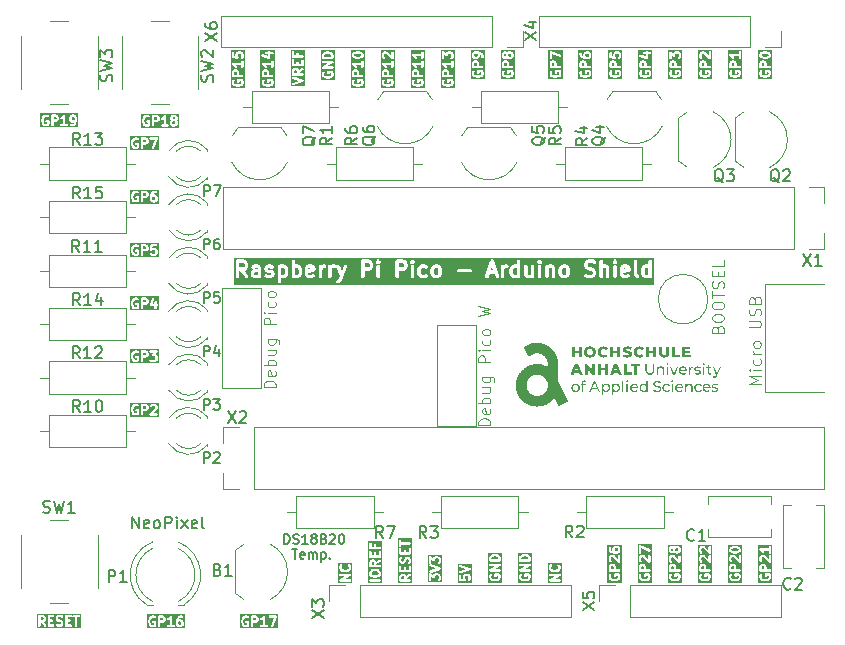
<source format=gbr>
%TF.GenerationSoftware,KiCad,Pcbnew,8.0.4*%
%TF.CreationDate,2024-08-20T08:45:38+02:00*%
%TF.ProjectId,Pico_Adapter,5069636f-5f41-4646-9170-7465722e6b69,V1.0*%
%TF.SameCoordinates,Original*%
%TF.FileFunction,Legend,Top*%
%TF.FilePolarity,Positive*%
%FSLAX46Y46*%
G04 Gerber Fmt 4.6, Leading zero omitted, Abs format (unit mm)*
G04 Created by KiCad (PCBNEW 8.0.4) date 2024-08-20 08:45:38*
%MOMM*%
%LPD*%
G01*
G04 APERTURE LIST*
%ADD10C,0.000000*%
%ADD11C,0.200000*%
%ADD12C,0.150000*%
%ADD13C,0.300000*%
%ADD14C,0.100000*%
%ADD15C,0.120000*%
G04 APERTURE END LIST*
D10*
G36*
X131990602Y-134205468D02*
G01*
X132004916Y-134206191D01*
X132019194Y-134207288D01*
X132033429Y-134208756D01*
X132047613Y-134210595D01*
X132061739Y-134212803D01*
X132075801Y-134215378D01*
X132089791Y-134218319D01*
X132103702Y-134221625D01*
X132117526Y-134225295D01*
X132131256Y-134229326D01*
X132144886Y-134233717D01*
X132158407Y-134238468D01*
X132171814Y-134243576D01*
X132185097Y-134249041D01*
X132197107Y-134254465D01*
X132208925Y-134260245D01*
X132220545Y-134266376D01*
X132231959Y-134272851D01*
X132243159Y-134279665D01*
X132254139Y-134286813D01*
X132264890Y-134294288D01*
X132275407Y-134302086D01*
X132285681Y-134310201D01*
X132295705Y-134318627D01*
X132305473Y-134327359D01*
X132314976Y-134336391D01*
X132324207Y-134345717D01*
X132333159Y-134355332D01*
X132341826Y-134365230D01*
X132350198Y-134375406D01*
X132187638Y-134522488D01*
X132187638Y-134521853D01*
X132176519Y-134509040D01*
X132165109Y-134497054D01*
X132153408Y-134485895D01*
X132141417Y-134475562D01*
X132129135Y-134466056D01*
X132116561Y-134457377D01*
X132103697Y-134449524D01*
X132090542Y-134442498D01*
X132077097Y-134436298D01*
X132063360Y-134430925D01*
X132049333Y-134426379D01*
X132035015Y-134422659D01*
X132020406Y-134419766D01*
X132005506Y-134417699D01*
X131990315Y-134416459D01*
X131974834Y-134416046D01*
X131966270Y-134416034D01*
X131957727Y-134416300D01*
X131949210Y-134416842D01*
X131940727Y-134417659D01*
X131932282Y-134418748D01*
X131923884Y-134420108D01*
X131915539Y-134421738D01*
X131907252Y-134423635D01*
X131899031Y-134425800D01*
X131890882Y-134428228D01*
X131882812Y-134430920D01*
X131874826Y-134433874D01*
X131866932Y-134437088D01*
X131859136Y-134440560D01*
X131851445Y-134444288D01*
X131843865Y-134448272D01*
X131836852Y-134452345D01*
X131830007Y-134456658D01*
X131823335Y-134461208D01*
X131816842Y-134465988D01*
X131810534Y-134470991D01*
X131804416Y-134476214D01*
X131798493Y-134481650D01*
X131792770Y-134487293D01*
X131787255Y-134493138D01*
X131781951Y-134499180D01*
X131776864Y-134505412D01*
X131772001Y-134511829D01*
X131767366Y-134518426D01*
X131762965Y-134525196D01*
X131758803Y-134532135D01*
X131754886Y-134539236D01*
X131747463Y-134555341D01*
X131741030Y-134571751D01*
X131735586Y-134588422D01*
X131731133Y-134605311D01*
X131727669Y-134622374D01*
X131725194Y-134639568D01*
X131723710Y-134656849D01*
X131723215Y-134674173D01*
X131723710Y-134691498D01*
X131725194Y-134708779D01*
X131727669Y-134725973D01*
X131731133Y-134743036D01*
X131735586Y-134759925D01*
X131741030Y-134776596D01*
X131747463Y-134793006D01*
X131754886Y-134809111D01*
X131758803Y-134816212D01*
X131762965Y-134823150D01*
X131767366Y-134829921D01*
X131772001Y-134836517D01*
X131776864Y-134842934D01*
X131781951Y-134849166D01*
X131787255Y-134855208D01*
X131792770Y-134861053D01*
X131798493Y-134866696D01*
X131804416Y-134872132D01*
X131810534Y-134877355D01*
X131816842Y-134882359D01*
X131823335Y-134887138D01*
X131830007Y-134891688D01*
X131836852Y-134896002D01*
X131843865Y-134900075D01*
X131851443Y-134904065D01*
X131859132Y-134907800D01*
X131866926Y-134911276D01*
X131874819Y-134914494D01*
X131882804Y-134917451D01*
X131890874Y-134920145D01*
X131899023Y-134922576D01*
X131907244Y-134924740D01*
X131915532Y-134926638D01*
X131923878Y-134928266D01*
X131932277Y-134929624D01*
X131940722Y-134930710D01*
X131949207Y-134931522D01*
X131957725Y-134932059D01*
X131966270Y-134932319D01*
X131974834Y-134932301D01*
X131990315Y-134931888D01*
X132005506Y-134930649D01*
X132020406Y-134928584D01*
X132035015Y-134925693D01*
X132049333Y-134921976D01*
X132063360Y-134917433D01*
X132077097Y-134912064D01*
X132090542Y-134905869D01*
X132103697Y-134898848D01*
X132116561Y-134891001D01*
X132129135Y-134882328D01*
X132141417Y-134872829D01*
X132153408Y-134862504D01*
X132165109Y-134851353D01*
X132176519Y-134839376D01*
X132187638Y-134826573D01*
X132350198Y-134973576D01*
X132341830Y-134983760D01*
X132333168Y-134993667D01*
X132324219Y-135003290D01*
X132314990Y-135012624D01*
X132305489Y-135021662D01*
X132295723Y-135030400D01*
X132285700Y-135038832D01*
X132275425Y-135046953D01*
X132264908Y-135054756D01*
X132254155Y-135062236D01*
X132243174Y-135069387D01*
X132231972Y-135076205D01*
X132220556Y-135082682D01*
X132208933Y-135088814D01*
X132197111Y-135094595D01*
X132185097Y-135100020D01*
X132171812Y-135105479D01*
X132158405Y-135110583D01*
X132144883Y-135115328D01*
X132131252Y-135119715D01*
X132117521Y-135123741D01*
X132103697Y-135127405D01*
X132089786Y-135130706D01*
X132075796Y-135133643D01*
X132061734Y-135136213D01*
X132047608Y-135138416D01*
X132033424Y-135140249D01*
X132019190Y-135141713D01*
X132004913Y-135142805D01*
X131990600Y-135143523D01*
X131976259Y-135143867D01*
X131961896Y-135143835D01*
X131944278Y-135143601D01*
X131926887Y-135142899D01*
X131909723Y-135141728D01*
X131892785Y-135140089D01*
X131876073Y-135137983D01*
X131859587Y-135135408D01*
X131843328Y-135132364D01*
X131827295Y-135128853D01*
X131811489Y-135124873D01*
X131795909Y-135120425D01*
X131780555Y-135115509D01*
X131765427Y-135110125D01*
X131750526Y-135104273D01*
X131735852Y-135097952D01*
X131721403Y-135091164D01*
X131707181Y-135083907D01*
X131693559Y-135076509D01*
X131680229Y-135068662D01*
X131667200Y-135060374D01*
X131654484Y-135051655D01*
X131642090Y-135042514D01*
X131630028Y-135032961D01*
X131618307Y-135023005D01*
X131606939Y-135012655D01*
X131595932Y-135001922D01*
X131585298Y-134990813D01*
X131575045Y-134979340D01*
X131565184Y-134967511D01*
X131555725Y-134955335D01*
X131546677Y-134942822D01*
X131538052Y-134929981D01*
X131529858Y-134916823D01*
X131514733Y-134888272D01*
X131501624Y-134859018D01*
X131490531Y-134829159D01*
X131481456Y-134798798D01*
X131474397Y-134768034D01*
X131469355Y-134736967D01*
X131466330Y-134705700D01*
X131465322Y-134674332D01*
X131466330Y-134642964D01*
X131469355Y-134611697D01*
X131474397Y-134580630D01*
X131481456Y-134549866D01*
X131490531Y-134519505D01*
X131501624Y-134489646D01*
X131514733Y-134460391D01*
X131529858Y-134431841D01*
X131538065Y-134418712D01*
X131546701Y-134405901D01*
X131555757Y-134393417D01*
X131565224Y-134381270D01*
X131575090Y-134369468D01*
X131585347Y-134358022D01*
X131595983Y-134346940D01*
X131606990Y-134336232D01*
X131618357Y-134325908D01*
X131630075Y-134315976D01*
X131642133Y-134306446D01*
X131654521Y-134297328D01*
X131667230Y-134288630D01*
X131680250Y-134280362D01*
X131693570Y-134272534D01*
X131707181Y-134265154D01*
X131721394Y-134257887D01*
X131735834Y-134251090D01*
X131750502Y-134244761D01*
X131765398Y-134238901D01*
X131780521Y-134233509D01*
X131795871Y-134228587D01*
X131811450Y-134224133D01*
X131827256Y-134220148D01*
X131843289Y-134216632D01*
X131859550Y-134213585D01*
X131876039Y-134211007D01*
X131892755Y-134208897D01*
X131909699Y-134207256D01*
X131926870Y-134206084D01*
X131944269Y-134205381D01*
X131961896Y-134205147D01*
X131976260Y-134205119D01*
X131990602Y-134205468D01*
G37*
G36*
X128644179Y-138051102D02*
G01*
X128508687Y-138051102D01*
X128409389Y-137825360D01*
X127929567Y-137825360D01*
X127830268Y-138051102D01*
X127697395Y-138051102D01*
X127846375Y-137722172D01*
X127974811Y-137722172D01*
X128364304Y-137722172D01*
X128169597Y-137279816D01*
X127974811Y-137722172D01*
X127846375Y-137722172D01*
X128106335Y-137148212D01*
X128233969Y-137148212D01*
X128644179Y-138051102D01*
G37*
G36*
X126487561Y-134562413D02*
G01*
X126835779Y-134562413D01*
X126835779Y-134223243D01*
X127091208Y-134223243D01*
X127091208Y-135126134D01*
X126835779Y-135126134D01*
X126835779Y-134773947D01*
X126487561Y-134773947D01*
X126487561Y-135126134D01*
X126232133Y-135126134D01*
X126232133Y-134223243D01*
X126487561Y-134223243D01*
X126487561Y-134562413D01*
G37*
G36*
X136269498Y-134420569D02*
G01*
X135814839Y-134420569D01*
X135814839Y-134573128D01*
X136215921Y-134573128D01*
X136215921Y-134763628D01*
X135814839Y-134763628D01*
X135814839Y-134928728D01*
X136286882Y-134928728D01*
X136286882Y-135125420D01*
X135562031Y-135125420D01*
X135561394Y-134223243D01*
X136269498Y-134223243D01*
X136269498Y-134420569D01*
G37*
G36*
X128695774Y-136024976D02*
G01*
X129043991Y-136024976D01*
X129043991Y-135685728D01*
X129299738Y-135685728D01*
X129299738Y-136588618D01*
X129044310Y-136588618D01*
X129044310Y-136236511D01*
X128696091Y-136236511D01*
X128696091Y-136588618D01*
X128440344Y-136588618D01*
X128440344Y-135685728D01*
X128695774Y-135685728D01*
X128695774Y-136024976D01*
G37*
G36*
X132673811Y-138051023D02*
G01*
X132554748Y-138051023D01*
X132554748Y-137942676D01*
X132549621Y-137949528D01*
X132544287Y-137956200D01*
X132538753Y-137962690D01*
X132533022Y-137968993D01*
X132527101Y-137975106D01*
X132520993Y-137981023D01*
X132514704Y-137986740D01*
X132508238Y-137992255D01*
X132501602Y-137997562D01*
X132494799Y-138002658D01*
X132487834Y-138007538D01*
X132480714Y-138012198D01*
X132473441Y-138016635D01*
X132466023Y-138020844D01*
X132458463Y-138024821D01*
X132450766Y-138028561D01*
X132442535Y-138032214D01*
X132434217Y-138035632D01*
X132425817Y-138038815D01*
X132417340Y-138041761D01*
X132408792Y-138044468D01*
X132400176Y-138046937D01*
X132391499Y-138049166D01*
X132382765Y-138051154D01*
X132373980Y-138052899D01*
X132365148Y-138054402D01*
X132356275Y-138055660D01*
X132347365Y-138056673D01*
X132338424Y-138057439D01*
X132329456Y-138057957D01*
X132320467Y-138058227D01*
X132311461Y-138058248D01*
X132299820Y-138058253D01*
X132288206Y-138057882D01*
X132276628Y-138057136D01*
X132265095Y-138056018D01*
X132253616Y-138054530D01*
X132242200Y-138052674D01*
X132230855Y-138050452D01*
X132219591Y-138047867D01*
X132208416Y-138044920D01*
X132197338Y-138041613D01*
X132186368Y-138037950D01*
X132175513Y-138033932D01*
X132164782Y-138029561D01*
X132154184Y-138024839D01*
X132143729Y-138019769D01*
X132133424Y-138014353D01*
X132123810Y-138008821D01*
X132114418Y-138002966D01*
X132105254Y-137996795D01*
X132096326Y-137990317D01*
X132087642Y-137983538D01*
X132079208Y-137976464D01*
X132071032Y-137969105D01*
X132063121Y-137961466D01*
X132055482Y-137953554D01*
X132048122Y-137945378D01*
X132041049Y-137936945D01*
X132034270Y-137928260D01*
X132027791Y-137919333D01*
X132021621Y-137910169D01*
X132015766Y-137900777D01*
X132010234Y-137891163D01*
X131999816Y-137869504D01*
X131990788Y-137847401D01*
X131983149Y-137824916D01*
X131976898Y-137802113D01*
X131972037Y-137779057D01*
X131968564Y-137755809D01*
X131966481Y-137732435D01*
X131965786Y-137708997D01*
X131965797Y-137708640D01*
X132090878Y-137708640D01*
X132091352Y-137724811D01*
X132092773Y-137740939D01*
X132095142Y-137756982D01*
X132098458Y-137772896D01*
X132102722Y-137788638D01*
X132107934Y-137804167D01*
X132114093Y-137819438D01*
X132121200Y-137834410D01*
X132124894Y-137840990D01*
X132128805Y-137847425D01*
X132132929Y-137853710D01*
X132137260Y-137859841D01*
X132141795Y-137865811D01*
X132146528Y-137871617D01*
X132151455Y-137877254D01*
X132156571Y-137882717D01*
X132161871Y-137888001D01*
X132167352Y-137893102D01*
X132173008Y-137898014D01*
X132178834Y-137902732D01*
X132184826Y-137907253D01*
X132190980Y-137911571D01*
X132197290Y-137915681D01*
X132203752Y-137919579D01*
X132217660Y-137926685D01*
X132231889Y-137932843D01*
X132246392Y-137938054D01*
X132261124Y-137942317D01*
X132276039Y-137945633D01*
X132291092Y-137948002D01*
X132306235Y-137949423D01*
X132321425Y-137949897D01*
X132336615Y-137949423D01*
X132351759Y-137948002D01*
X132366811Y-137945633D01*
X132381726Y-137942317D01*
X132396458Y-137938054D01*
X132410961Y-137932843D01*
X132425190Y-137926685D01*
X132439098Y-137919579D01*
X132445594Y-137915724D01*
X132451936Y-137911650D01*
X132458117Y-137907361D01*
X132464133Y-137902863D01*
X132469979Y-137898161D01*
X132475649Y-137893260D01*
X132481140Y-137888165D01*
X132486446Y-137882880D01*
X132491562Y-137877412D01*
X132496484Y-137871765D01*
X132501205Y-137865944D01*
X132505723Y-137859954D01*
X132510030Y-137853801D01*
X132514124Y-137847489D01*
X132517998Y-137841024D01*
X132521648Y-137834410D01*
X132528607Y-137819408D01*
X132534638Y-137804118D01*
X132539741Y-137788581D01*
X132543916Y-137772839D01*
X132547163Y-137756933D01*
X132549483Y-137740904D01*
X132550875Y-137724793D01*
X132551339Y-137708640D01*
X132550875Y-137692488D01*
X132549483Y-137676376D01*
X132547163Y-137660347D01*
X132543916Y-137644441D01*
X132539741Y-137628699D01*
X132534638Y-137613163D01*
X132528607Y-137597873D01*
X132521648Y-137582870D01*
X132521647Y-137582870D01*
X132518008Y-137576283D01*
X132514143Y-137569846D01*
X132510056Y-137563564D01*
X132505753Y-137557444D01*
X132501239Y-137551489D01*
X132496519Y-137545705D01*
X132491598Y-137540098D01*
X132486481Y-137534671D01*
X132481173Y-137529432D01*
X132475679Y-137524384D01*
X132470005Y-137519533D01*
X132464154Y-137514885D01*
X132458133Y-137510444D01*
X132451947Y-137506215D01*
X132445600Y-137502204D01*
X132439098Y-137498415D01*
X132425157Y-137491457D01*
X132410908Y-137485426D01*
X132396397Y-137480323D01*
X132381665Y-137476148D01*
X132366759Y-137472901D01*
X132351720Y-137470582D01*
X132336594Y-137469190D01*
X132321424Y-137468726D01*
X132306254Y-137469190D01*
X132291128Y-137470582D01*
X132276090Y-137472901D01*
X132261183Y-137476148D01*
X132246452Y-137480323D01*
X132231940Y-137485426D01*
X132217691Y-137491457D01*
X132203750Y-137498415D01*
X132197279Y-137502243D01*
X132190960Y-137506288D01*
X132184799Y-137510544D01*
X132178800Y-137515006D01*
X132172967Y-137519670D01*
X132167307Y-137524530D01*
X132161823Y-137529583D01*
X132156520Y-137534822D01*
X132151403Y-137540243D01*
X132146477Y-137545841D01*
X132141747Y-137551611D01*
X132137217Y-137557548D01*
X132132893Y-137563648D01*
X132128779Y-137569905D01*
X132124880Y-137576314D01*
X132121201Y-137582871D01*
X132114094Y-137597842D01*
X132107935Y-137613114D01*
X132102723Y-137628642D01*
X132098459Y-137644385D01*
X132095142Y-137660299D01*
X132092773Y-137676341D01*
X132091352Y-137692469D01*
X132090878Y-137708640D01*
X131965797Y-137708640D01*
X131966481Y-137685559D01*
X131968564Y-137662185D01*
X131972037Y-137638938D01*
X131976898Y-137615881D01*
X131983149Y-137593079D01*
X131990788Y-137570594D01*
X131999816Y-137548490D01*
X132010234Y-137526832D01*
X132015790Y-137517268D01*
X132021666Y-137507925D01*
X132027853Y-137498809D01*
X132034345Y-137489929D01*
X132041135Y-137481291D01*
X132048215Y-137472902D01*
X132055579Y-137464769D01*
X132063218Y-137456900D01*
X132071127Y-137449301D01*
X132079297Y-137441979D01*
X132087723Y-137434942D01*
X132096396Y-137428197D01*
X132105309Y-137421751D01*
X132114457Y-137415611D01*
X132123830Y-137409783D01*
X132133422Y-137404276D01*
X132143730Y-137398866D01*
X132154188Y-137393802D01*
X132164787Y-137389085D01*
X132175519Y-137384718D01*
X132186374Y-137380703D01*
X132197345Y-137377042D01*
X132208423Y-137373738D01*
X132219598Y-137370791D01*
X132230862Y-137368206D01*
X132242206Y-137365983D01*
X132253621Y-137364124D01*
X132265099Y-137362633D01*
X132276631Y-137361511D01*
X132288208Y-137360761D01*
X132299821Y-137360383D01*
X132311462Y-137360382D01*
X132320194Y-137360409D01*
X132328911Y-137360667D01*
X132337609Y-137361158D01*
X132346283Y-137361878D01*
X132354929Y-137362828D01*
X132363542Y-137364007D01*
X132372118Y-137365413D01*
X132380652Y-137367047D01*
X132389140Y-137368906D01*
X132397577Y-137370989D01*
X132405958Y-137373297D01*
X132414280Y-137375828D01*
X132422537Y-137378581D01*
X132430725Y-137381555D01*
X132438840Y-137384750D01*
X132446877Y-137388163D01*
X132446798Y-137388798D01*
X132454383Y-137392312D01*
X132461838Y-137396058D01*
X132469161Y-137400033D01*
X132476345Y-137404232D01*
X132483386Y-137408651D01*
X132490278Y-137413287D01*
X132497018Y-137418136D01*
X132503600Y-137423194D01*
X132510019Y-137428457D01*
X132516271Y-137433921D01*
X132522350Y-137439583D01*
X132528251Y-137445437D01*
X132533970Y-137451482D01*
X132539503Y-137457712D01*
X132544842Y-137464123D01*
X132549985Y-137470713D01*
X132549985Y-137094078D01*
X132673811Y-137094078D01*
X132673811Y-138051023D01*
G37*
G36*
X132036430Y-135888213D02*
G01*
X131760443Y-135888213D01*
X131760443Y-136588539D01*
X131505014Y-136588619D01*
X131505014Y-135888213D01*
X131227677Y-135888213D01*
X131227677Y-135685728D01*
X132036430Y-135685728D01*
X132036430Y-135888213D01*
G37*
G36*
X129737888Y-134562413D02*
G01*
X130086185Y-134562413D01*
X130086185Y-134223243D01*
X130341535Y-134223243D01*
X130341535Y-135126134D01*
X130086185Y-135126134D01*
X130086185Y-134773947D01*
X129738286Y-134773947D01*
X129738286Y-135126134D01*
X129482936Y-135126134D01*
X129482936Y-134223243D01*
X129737888Y-134223243D01*
X129737888Y-134562413D01*
G37*
G36*
X133879835Y-134716321D02*
G01*
X133879997Y-134729652D01*
X133880495Y-134742561D01*
X133881329Y-134755046D01*
X133882497Y-134767108D01*
X133884001Y-134778747D01*
X133885841Y-134789963D01*
X133888015Y-134800755D01*
X133890525Y-134811124D01*
X133893371Y-134821070D01*
X133896551Y-134830593D01*
X133900067Y-134839692D01*
X133903919Y-134848368D01*
X133908105Y-134856621D01*
X133912627Y-134864451D01*
X133917485Y-134871858D01*
X133922677Y-134878841D01*
X133928205Y-134885401D01*
X133934068Y-134891538D01*
X133940267Y-134897251D01*
X133946801Y-134902542D01*
X133953670Y-134907409D01*
X133960875Y-134911853D01*
X133968415Y-134915874D01*
X133976290Y-134919471D01*
X133984500Y-134922645D01*
X133993046Y-134925396D01*
X134001927Y-134927724D01*
X134011144Y-134929629D01*
X134020696Y-134931110D01*
X134030583Y-134932168D01*
X134040806Y-134932803D01*
X134051363Y-134933014D01*
X134061838Y-134932803D01*
X134071981Y-134932168D01*
X134081791Y-134931110D01*
X134091268Y-134929629D01*
X134100413Y-134927724D01*
X134109225Y-134925396D01*
X134117705Y-134922645D01*
X134125852Y-134919471D01*
X134133667Y-134915874D01*
X134141149Y-134911853D01*
X134148298Y-134907409D01*
X134155115Y-134902542D01*
X134161600Y-134897251D01*
X134167752Y-134891538D01*
X134173571Y-134885401D01*
X134179058Y-134878841D01*
X134184212Y-134871858D01*
X134189034Y-134864451D01*
X134193523Y-134856621D01*
X134197680Y-134848368D01*
X134201504Y-134839692D01*
X134204996Y-134830593D01*
X134208155Y-134821070D01*
X134210982Y-134811124D01*
X134215637Y-134789963D01*
X134218963Y-134767108D01*
X134220958Y-134742561D01*
X134221623Y-134716321D01*
X134221623Y-134223640D01*
X134472606Y-134223640D01*
X134472606Y-134723703D01*
X134472170Y-134748497D01*
X134470862Y-134772575D01*
X134468682Y-134795938D01*
X134465631Y-134818585D01*
X134461707Y-134840517D01*
X134456912Y-134861733D01*
X134451244Y-134882234D01*
X134444705Y-134902018D01*
X134437294Y-134921088D01*
X134429011Y-134939441D01*
X134419856Y-134957079D01*
X134409830Y-134974002D01*
X134398931Y-134990208D01*
X134387161Y-135005700D01*
X134374518Y-135020475D01*
X134361004Y-135034535D01*
X134361561Y-135034138D01*
X134347271Y-135047412D01*
X134332279Y-135059830D01*
X134316587Y-135071391D01*
X134300195Y-135082096D01*
X134283101Y-135091944D01*
X134265307Y-135100936D01*
X134246812Y-135109072D01*
X134227616Y-135116351D01*
X134207720Y-135122774D01*
X134187123Y-135128340D01*
X134165825Y-135133050D01*
X134143827Y-135136904D01*
X134121127Y-135139901D01*
X134097727Y-135142042D01*
X134073626Y-135143327D01*
X134048825Y-135143755D01*
X134024023Y-135143327D01*
X133999921Y-135142042D01*
X133976519Y-135139901D01*
X133953818Y-135136904D01*
X133931816Y-135133050D01*
X133910515Y-135128340D01*
X133889914Y-135122774D01*
X133870012Y-135116351D01*
X133850811Y-135109072D01*
X133832310Y-135100936D01*
X133814510Y-135091944D01*
X133797409Y-135082096D01*
X133781008Y-135071391D01*
X133765308Y-135059830D01*
X133750308Y-135047412D01*
X133736007Y-135034138D01*
X133722493Y-135020078D01*
X133709851Y-135005303D01*
X133698080Y-134989812D01*
X133687181Y-134973605D01*
X133677155Y-134956683D01*
X133668000Y-134939045D01*
X133659717Y-134920691D01*
X133652306Y-134901622D01*
X133645767Y-134881837D01*
X133640099Y-134861336D01*
X133635304Y-134840120D01*
X133631380Y-134818189D01*
X133628329Y-134795541D01*
X133626149Y-134772178D01*
X133624841Y-134748100D01*
X133624405Y-134723306D01*
X133624405Y-134223243D01*
X133879835Y-134223243D01*
X133879835Y-134716321D01*
G37*
G36*
X134388232Y-136588221D02*
G01*
X134264407Y-136588221D01*
X134264407Y-135904564D01*
X134388232Y-135904564D01*
X134388232Y-136588221D01*
G37*
G36*
X137401336Y-135612291D02*
G01*
X137405439Y-135612667D01*
X137409507Y-135613241D01*
X137413533Y-135614011D01*
X137417510Y-135614975D01*
X137421430Y-135616130D01*
X137425288Y-135617473D01*
X137429076Y-135619002D01*
X137432788Y-135620715D01*
X137436416Y-135622607D01*
X137439953Y-135624678D01*
X137443393Y-135626924D01*
X137446728Y-135629343D01*
X137449952Y-135631932D01*
X137453058Y-135634689D01*
X137455902Y-135637465D01*
X137458579Y-135640374D01*
X137461088Y-135643409D01*
X137463425Y-135646560D01*
X137465586Y-135649822D01*
X137467569Y-135653187D01*
X137469370Y-135656647D01*
X137470986Y-135660194D01*
X137472414Y-135663820D01*
X137473650Y-135667520D01*
X137474692Y-135671283D01*
X137475537Y-135675104D01*
X137476180Y-135678975D01*
X137476619Y-135682887D01*
X137476850Y-135686834D01*
X137476871Y-135690808D01*
X137476856Y-135694922D01*
X137476630Y-135699011D01*
X137476197Y-135703067D01*
X137475560Y-135707083D01*
X137474721Y-135711051D01*
X137473684Y-135714965D01*
X137472451Y-135718816D01*
X137471026Y-135722597D01*
X137469412Y-135726302D01*
X137467611Y-135729923D01*
X137465627Y-135733452D01*
X137463463Y-135736882D01*
X137461120Y-135740206D01*
X137458604Y-135743416D01*
X137455915Y-135746505D01*
X137453058Y-135749466D01*
X137453058Y-135749545D01*
X137450019Y-135752439D01*
X137446849Y-135755159D01*
X137443557Y-135757703D01*
X137440150Y-135760067D01*
X137436635Y-135762250D01*
X137433021Y-135764246D01*
X137429314Y-135766055D01*
X137425523Y-135767672D01*
X137421654Y-135769094D01*
X137417716Y-135770319D01*
X137413716Y-135771344D01*
X137409662Y-135772166D01*
X137405560Y-135772781D01*
X137401419Y-135773186D01*
X137397246Y-135773380D01*
X137393049Y-135773358D01*
X137388877Y-135773378D01*
X137384729Y-135773189D01*
X137380610Y-135772793D01*
X137376529Y-135772193D01*
X137372493Y-135771392D01*
X137368509Y-135770392D01*
X137364585Y-135769197D01*
X137360726Y-135767809D01*
X137356942Y-135766231D01*
X137353238Y-135764465D01*
X137349623Y-135762516D01*
X137346103Y-135760385D01*
X137342686Y-135758075D01*
X137339379Y-135755589D01*
X137336188Y-135752930D01*
X137333122Y-135750101D01*
X137330282Y-135747275D01*
X137327606Y-135744318D01*
X137325100Y-135741237D01*
X137322766Y-135738041D01*
X137320607Y-135734736D01*
X137318626Y-135731330D01*
X137316827Y-135727830D01*
X137315212Y-135724244D01*
X137313785Y-135720579D01*
X137312548Y-135716843D01*
X137311505Y-135713044D01*
X137310660Y-135709187D01*
X137310014Y-135705282D01*
X137309572Y-135701336D01*
X137309336Y-135697355D01*
X137309310Y-135693347D01*
X137309354Y-135689309D01*
X137309604Y-135685298D01*
X137310058Y-135681320D01*
X137310713Y-135677383D01*
X137311565Y-135673494D01*
X137312612Y-135669661D01*
X137313850Y-135665890D01*
X137315277Y-135662189D01*
X137316889Y-135658565D01*
X137318684Y-135655026D01*
X137320659Y-135651577D01*
X137322810Y-135648228D01*
X137325135Y-135644984D01*
X137327630Y-135641853D01*
X137330293Y-135638843D01*
X137333121Y-135635960D01*
X137336158Y-135633071D01*
X137339324Y-135630355D01*
X137342613Y-135627815D01*
X137346016Y-135625454D01*
X137349526Y-135623274D01*
X137353135Y-135621279D01*
X137356837Y-135619472D01*
X137360623Y-135617856D01*
X137364486Y-135616433D01*
X137368418Y-135615207D01*
X137372413Y-135614180D01*
X137376461Y-135613357D01*
X137380557Y-135612738D01*
X137384692Y-135612329D01*
X137388859Y-135612131D01*
X137393051Y-135612147D01*
X137397204Y-135612117D01*
X137401336Y-135612291D01*
G37*
G36*
X136177586Y-137361016D02*
G01*
X136193659Y-137361311D01*
X136209313Y-137362195D01*
X136224550Y-137363670D01*
X136239369Y-137365734D01*
X136253770Y-137368388D01*
X136267753Y-137371631D01*
X136281318Y-137375464D01*
X136294465Y-137379887D01*
X136307194Y-137384900D01*
X136319506Y-137390503D01*
X136331399Y-137396695D01*
X136342874Y-137403477D01*
X136353932Y-137410848D01*
X136364571Y-137418810D01*
X136374792Y-137427361D01*
X136384596Y-137436502D01*
X136393890Y-137446212D01*
X136402585Y-137456471D01*
X136410680Y-137467278D01*
X136418175Y-137478635D01*
X136425071Y-137490540D01*
X136431368Y-137502994D01*
X136437064Y-137515997D01*
X136442161Y-137529549D01*
X136446659Y-137543650D01*
X136450556Y-137558299D01*
X136453854Y-137573497D01*
X136456553Y-137589244D01*
X136458651Y-137605540D01*
X136460151Y-137622384D01*
X136461050Y-137639778D01*
X136461350Y-137657720D01*
X136461350Y-138051102D01*
X136337525Y-138051102D01*
X136337525Y-137671928D01*
X136337357Y-137659707D01*
X136336816Y-137647869D01*
X136335899Y-137636413D01*
X136334608Y-137625340D01*
X136332942Y-137614649D01*
X136330902Y-137604341D01*
X136328487Y-137594416D01*
X136325698Y-137584873D01*
X136322534Y-137575713D01*
X136318996Y-137566936D01*
X136315083Y-137558541D01*
X136310795Y-137550529D01*
X136306133Y-137542899D01*
X136301096Y-137535652D01*
X136295685Y-137528788D01*
X136289899Y-137522306D01*
X136283766Y-137516212D01*
X136277311Y-137510511D01*
X136270535Y-137505204D01*
X136263438Y-137500289D01*
X136256020Y-137495768D01*
X136248280Y-137491640D01*
X136240219Y-137487905D01*
X136231837Y-137484563D01*
X136223134Y-137481614D01*
X136214109Y-137479059D01*
X136204763Y-137476897D01*
X136195096Y-137475127D01*
X136185108Y-137473751D01*
X136174799Y-137472768D01*
X136164168Y-137472179D01*
X136153216Y-137471982D01*
X136140792Y-137472202D01*
X136128702Y-137472881D01*
X136116945Y-137474020D01*
X136105522Y-137475619D01*
X136094432Y-137477676D01*
X136083676Y-137480194D01*
X136073254Y-137483171D01*
X136063165Y-137486607D01*
X136053410Y-137490503D01*
X136043989Y-137494858D01*
X136034901Y-137499673D01*
X136026147Y-137504948D01*
X136017726Y-137510682D01*
X136009639Y-137516875D01*
X136001886Y-137523528D01*
X135994466Y-137530640D01*
X135987439Y-137538181D01*
X135980866Y-137546120D01*
X135974747Y-137554456D01*
X135969080Y-137563189D01*
X135963867Y-137572320D01*
X135959108Y-137581849D01*
X135954801Y-137591774D01*
X135950948Y-137602098D01*
X135947549Y-137612819D01*
X135944602Y-137623937D01*
X135942109Y-137635453D01*
X135940070Y-137647366D01*
X135938483Y-137659677D01*
X135937350Y-137672386D01*
X135936670Y-137685492D01*
X135936443Y-137698995D01*
X135936443Y-138051103D01*
X135812618Y-138051103D01*
X135812618Y-137367526D01*
X135931681Y-137367526D01*
X135931205Y-137470712D01*
X135936122Y-137464081D01*
X135941254Y-137457635D01*
X135946594Y-137451380D01*
X135952136Y-137445319D01*
X135957875Y-137439458D01*
X135963806Y-137433801D01*
X135969923Y-137428352D01*
X135976220Y-137423116D01*
X135982691Y-137418097D01*
X135989331Y-137413301D01*
X135996135Y-137408730D01*
X136003097Y-137404391D01*
X136010210Y-137400287D01*
X136017471Y-137396423D01*
X136024872Y-137392803D01*
X136032409Y-137389432D01*
X136041049Y-137385879D01*
X136049768Y-137382558D01*
X136058563Y-137379470D01*
X136067428Y-137376617D01*
X136076359Y-137374000D01*
X136085351Y-137371619D01*
X136094399Y-137369476D01*
X136103499Y-137367570D01*
X136112646Y-137365904D01*
X136121834Y-137364478D01*
X136131060Y-137363293D01*
X136140319Y-137362350D01*
X136149606Y-137361650D01*
X136158916Y-137361194D01*
X136168244Y-137360982D01*
X136177586Y-137361016D01*
G37*
G36*
X134965525Y-134923569D02*
G01*
X135396372Y-134923569D01*
X135396372Y-135125737D01*
X134710733Y-135125737D01*
X134710175Y-134223243D01*
X134965525Y-134223243D01*
X134965525Y-134923569D01*
G37*
G36*
X135339321Y-137361462D02*
G01*
X135350708Y-137362218D01*
X135362047Y-137363352D01*
X135373330Y-137364863D01*
X135384547Y-137366747D01*
X135395689Y-137369002D01*
X135406746Y-137371627D01*
X135417711Y-137374618D01*
X135428572Y-137377973D01*
X135439322Y-137381691D01*
X135449950Y-137385768D01*
X135460448Y-137390202D01*
X135470806Y-137394991D01*
X135481016Y-137400133D01*
X135491067Y-137405625D01*
X135500501Y-137411295D01*
X135509709Y-137417281D01*
X135518686Y-137423574D01*
X135527423Y-137430167D01*
X135535914Y-137437054D01*
X135544153Y-137444227D01*
X135552131Y-137451678D01*
X135559842Y-137459400D01*
X135567279Y-137467387D01*
X135574436Y-137475631D01*
X135581304Y-137484124D01*
X135587878Y-137492860D01*
X135594149Y-137501832D01*
X135600112Y-137511031D01*
X135605759Y-137520451D01*
X135611083Y-137530084D01*
X135616452Y-137540747D01*
X135621475Y-137551555D01*
X135626149Y-137562498D01*
X135630472Y-137573570D01*
X135634443Y-137584760D01*
X135638058Y-137596061D01*
X135641317Y-137607465D01*
X135644218Y-137618962D01*
X135646757Y-137630543D01*
X135648934Y-137642202D01*
X135650745Y-137653928D01*
X135652190Y-137665714D01*
X135653266Y-137677551D01*
X135653972Y-137689430D01*
X135654304Y-137701343D01*
X135654261Y-137713282D01*
X135654153Y-137717967D01*
X135653984Y-137722650D01*
X135653756Y-137727330D01*
X135653469Y-137732007D01*
X135653121Y-137736680D01*
X135652715Y-137741348D01*
X135652248Y-137746011D01*
X135651722Y-137750668D01*
X135097050Y-137750668D01*
X135098447Y-137761300D01*
X135100362Y-137771803D01*
X135102786Y-137782159D01*
X135105711Y-137792353D01*
X135109126Y-137802366D01*
X135113023Y-137812183D01*
X135117392Y-137821785D01*
X135122224Y-137831157D01*
X135127509Y-137840280D01*
X135133239Y-137849138D01*
X135139403Y-137857714D01*
X135145994Y-137865991D01*
X135153000Y-137873951D01*
X135160414Y-137881579D01*
X135168225Y-137888856D01*
X135176425Y-137895766D01*
X135185017Y-137902408D01*
X135193866Y-137908621D01*
X135202973Y-137914405D01*
X135212337Y-137919762D01*
X135221958Y-137924689D01*
X135231837Y-137929189D01*
X135241973Y-137933259D01*
X135252367Y-137936902D01*
X135263017Y-137940115D01*
X135273926Y-137942901D01*
X135285091Y-137945257D01*
X135296514Y-137947186D01*
X135308194Y-137948686D01*
X135320132Y-137949757D01*
X135332327Y-137950400D01*
X135344779Y-137950614D01*
X135359912Y-137950289D01*
X135374671Y-137949315D01*
X135389057Y-137947692D01*
X135403070Y-137945420D01*
X135416709Y-137942498D01*
X135429975Y-137938927D01*
X135442868Y-137934707D01*
X135455388Y-137929837D01*
X135467534Y-137924319D01*
X135479307Y-137918151D01*
X135490706Y-137911333D01*
X135501733Y-137903867D01*
X135512386Y-137895751D01*
X135522666Y-137886986D01*
X135532572Y-137877571D01*
X135542106Y-137867508D01*
X135610527Y-137947438D01*
X135604559Y-137954166D01*
X135598402Y-137960700D01*
X135592060Y-137967039D01*
X135585538Y-137973178D01*
X135578841Y-137979113D01*
X135571974Y-137984842D01*
X135564943Y-137990360D01*
X135557751Y-137995665D01*
X135550403Y-138000753D01*
X135542905Y-138005620D01*
X135535262Y-138010262D01*
X135527478Y-138014677D01*
X135519559Y-138018861D01*
X135511508Y-138022809D01*
X135503332Y-138026520D01*
X135495035Y-138029989D01*
X135473771Y-138037469D01*
X135452251Y-138043810D01*
X135430521Y-138049015D01*
X135408622Y-138053084D01*
X135386600Y-138056020D01*
X135364498Y-138057825D01*
X135342359Y-138058502D01*
X135320229Y-138058051D01*
X135298149Y-138056475D01*
X135276166Y-138053776D01*
X135254322Y-138049956D01*
X135232660Y-138045018D01*
X135211226Y-138038962D01*
X135190063Y-138031792D01*
X135169214Y-138023508D01*
X135148725Y-138014114D01*
X135138655Y-138008677D01*
X135128811Y-138002894D01*
X135119199Y-137996773D01*
X135109828Y-137990322D01*
X135100706Y-137983548D01*
X135091840Y-137976459D01*
X135083238Y-137969062D01*
X135074909Y-137961365D01*
X135066859Y-137953375D01*
X135059098Y-137945100D01*
X135051633Y-137936548D01*
X135044472Y-137927726D01*
X135037622Y-137918642D01*
X135031093Y-137909304D01*
X135024891Y-137899718D01*
X135019025Y-137889893D01*
X135013391Y-137879484D01*
X135008116Y-137868914D01*
X135003202Y-137858193D01*
X134998651Y-137847330D01*
X134994466Y-137836335D01*
X134990648Y-137825217D01*
X134987201Y-137813984D01*
X134984126Y-137802648D01*
X134981426Y-137791216D01*
X134979104Y-137779698D01*
X134977161Y-137768104D01*
X134975600Y-137756443D01*
X134974424Y-137744724D01*
X134973635Y-137732957D01*
X134973235Y-137721151D01*
X134973226Y-137709315D01*
X134973248Y-137697586D01*
X134973648Y-137685886D01*
X134974425Y-137674223D01*
X134975575Y-137662606D01*
X134975706Y-137661610D01*
X135097129Y-137661610D01*
X135535677Y-137661610D01*
X135534475Y-137651500D01*
X135532815Y-137641495D01*
X135530703Y-137631608D01*
X135528146Y-137621853D01*
X135525151Y-137612246D01*
X135521726Y-137602799D01*
X135517877Y-137593528D01*
X135513612Y-137584446D01*
X135508938Y-137575568D01*
X135503861Y-137566908D01*
X135498389Y-137558480D01*
X135492529Y-137550299D01*
X135486288Y-137542378D01*
X135479673Y-137534732D01*
X135472691Y-137527376D01*
X135465350Y-137520322D01*
X135457745Y-137513690D01*
X135449914Y-137507486D01*
X135441855Y-137501709D01*
X135433570Y-137496361D01*
X135425058Y-137491440D01*
X135416318Y-137486947D01*
X135407352Y-137482882D01*
X135398159Y-137479245D01*
X135388739Y-137476036D01*
X135379091Y-137473255D01*
X135369217Y-137470902D01*
X135359116Y-137468976D01*
X135348788Y-137467479D01*
X135338233Y-137466409D01*
X135327452Y-137465767D01*
X135316443Y-137465553D01*
X135305424Y-137465755D01*
X135294633Y-137466382D01*
X135284069Y-137467432D01*
X135273733Y-137468907D01*
X135263625Y-137470806D01*
X135253744Y-137473129D01*
X135244091Y-137475876D01*
X135234666Y-137479047D01*
X135225468Y-137482642D01*
X135216498Y-137486662D01*
X135207755Y-137491106D01*
X135199240Y-137495974D01*
X135190952Y-137501266D01*
X135182892Y-137506982D01*
X135175060Y-137513122D01*
X135167455Y-137519687D01*
X135160158Y-137526595D01*
X135153247Y-137533764D01*
X135146724Y-137541195D01*
X135140587Y-137548887D01*
X135134837Y-137556841D01*
X135129475Y-137565057D01*
X135124499Y-137573535D01*
X135119910Y-137582274D01*
X135115708Y-137591275D01*
X135111893Y-137600538D01*
X135108465Y-137610063D01*
X135105424Y-137619849D01*
X135102770Y-137629896D01*
X135100503Y-137640206D01*
X135098623Y-137650777D01*
X135097129Y-137661610D01*
X134975706Y-137661610D01*
X134977097Y-137651044D01*
X134978989Y-137639546D01*
X134981249Y-137628120D01*
X134983873Y-137616775D01*
X134986861Y-137605521D01*
X134990209Y-137594366D01*
X134993916Y-137583318D01*
X134997980Y-137572387D01*
X135002397Y-137561582D01*
X135007167Y-137550910D01*
X135012287Y-137540382D01*
X135017755Y-137530006D01*
X135017833Y-137529926D01*
X135023335Y-137520280D01*
X135029156Y-137510851D01*
X135035290Y-137501646D01*
X135041730Y-137492673D01*
X135048468Y-137483938D01*
X135055498Y-137475449D01*
X135062813Y-137467212D01*
X135070405Y-137459236D01*
X135078269Y-137451526D01*
X135086396Y-137444090D01*
X135094780Y-137436935D01*
X135103414Y-137430069D01*
X135112291Y-137423497D01*
X135121404Y-137417228D01*
X135130746Y-137411268D01*
X135140310Y-137405625D01*
X135150470Y-137400150D01*
X135160784Y-137395024D01*
X135171246Y-137390248D01*
X135181844Y-137385826D01*
X135192571Y-137381758D01*
X135203417Y-137378047D01*
X135214373Y-137374696D01*
X135225430Y-137371707D01*
X135236580Y-137369082D01*
X135247812Y-137366823D01*
X135259118Y-137364934D01*
X135270489Y-137363415D01*
X135281916Y-137362269D01*
X135293390Y-137361499D01*
X135304902Y-137361107D01*
X135316443Y-137361095D01*
X135327896Y-137361087D01*
X135339321Y-137361462D01*
G37*
G36*
X130604344Y-138051102D02*
G01*
X130480520Y-138051102D01*
X130480520Y-137094316D01*
X130604344Y-137094316D01*
X130604344Y-138051102D01*
G37*
G36*
X127173758Y-136588619D02*
G01*
X126908010Y-136588619D01*
X126837129Y-136413199D01*
X126455335Y-136413199D01*
X126384374Y-136588618D01*
X126123786Y-136588618D01*
X126284327Y-136224843D01*
X126530186Y-136224843D01*
X126762278Y-136224843D01*
X126646232Y-135935918D01*
X126530186Y-136224843D01*
X126284327Y-136224843D01*
X126522248Y-135685728D01*
X126773867Y-135685728D01*
X127173758Y-136588619D01*
G37*
G36*
X126575417Y-137361715D02*
G01*
X126598875Y-137363803D01*
X126622207Y-137367281D01*
X126645348Y-137372151D01*
X126668235Y-137378413D01*
X126690804Y-137386066D01*
X126712992Y-137395110D01*
X126734735Y-137405546D01*
X126744524Y-137411105D01*
X126754094Y-137416987D01*
X126763438Y-137423186D01*
X126772549Y-137429694D01*
X126781420Y-137436504D01*
X126790043Y-137443610D01*
X126798412Y-137451004D01*
X126806520Y-137458680D01*
X126814358Y-137466629D01*
X126821920Y-137474846D01*
X126829200Y-137483324D01*
X126836189Y-137492054D01*
X126842881Y-137501031D01*
X126849268Y-137510248D01*
X126855343Y-137519696D01*
X126861100Y-137529370D01*
X126871834Y-137550668D01*
X126881137Y-137572443D01*
X126889009Y-137594629D01*
X126895449Y-137617156D01*
X126900458Y-137639956D01*
X126904036Y-137662962D01*
X126906183Y-137686103D01*
X126906899Y-137709313D01*
X126906183Y-137732524D01*
X126904036Y-137755665D01*
X126900458Y-137778671D01*
X126895449Y-137801471D01*
X126889009Y-137823998D01*
X126881137Y-137846183D01*
X126871834Y-137867959D01*
X126861100Y-137889257D01*
X126855329Y-137898950D01*
X126849241Y-137908420D01*
X126842845Y-137917660D01*
X126836146Y-137926663D01*
X126829152Y-137935422D01*
X126821870Y-137943931D01*
X126814306Y-137952182D01*
X126806469Y-137960169D01*
X126798364Y-137967884D01*
X126789999Y-137975322D01*
X126781381Y-137982474D01*
X126772516Y-137989334D01*
X126763412Y-137995895D01*
X126754076Y-138002151D01*
X126744515Y-138008094D01*
X126734735Y-138013717D01*
X126713024Y-138024303D01*
X126690855Y-138033477D01*
X126668294Y-138041240D01*
X126645406Y-138047592D01*
X126622257Y-138052532D01*
X126598912Y-138056060D01*
X126575436Y-138058177D01*
X126551894Y-138058883D01*
X126528353Y-138058177D01*
X126504877Y-138056060D01*
X126481531Y-138052532D01*
X126458382Y-138047592D01*
X126435495Y-138041240D01*
X126412934Y-138033477D01*
X126390765Y-138024303D01*
X126369054Y-138013717D01*
X126359223Y-138008120D01*
X126349612Y-138002199D01*
X126340226Y-137995962D01*
X126331074Y-137989415D01*
X126322163Y-137982566D01*
X126313499Y-137975421D01*
X126305091Y-137967988D01*
X126296944Y-137960273D01*
X126289066Y-137952284D01*
X126281464Y-137944027D01*
X126274146Y-137935509D01*
X126267119Y-137926738D01*
X126260388Y-137917720D01*
X126253963Y-137908463D01*
X126247849Y-137898973D01*
X126242055Y-137889257D01*
X126231321Y-137867959D01*
X126222018Y-137846183D01*
X126214146Y-137823998D01*
X126207706Y-137801471D01*
X126202696Y-137778670D01*
X126199118Y-137755665D01*
X126196971Y-137732523D01*
X126196509Y-137717520D01*
X126321401Y-137717520D01*
X126321636Y-137725709D01*
X126322131Y-137733874D01*
X126322887Y-137742008D01*
X126323900Y-137750106D01*
X126325170Y-137758162D01*
X126326696Y-137766169D01*
X126328475Y-137774121D01*
X126330507Y-137782013D01*
X126332789Y-137789837D01*
X126335321Y-137797589D01*
X126338101Y-137805262D01*
X126341128Y-137812850D01*
X126344399Y-137820347D01*
X126347914Y-137827747D01*
X126351671Y-137835044D01*
X126355374Y-137841618D01*
X126359291Y-137848048D01*
X126363421Y-137854328D01*
X126367756Y-137860454D01*
X126372294Y-137866421D01*
X126377029Y-137872224D01*
X126381957Y-137877859D01*
X126387073Y-137883321D01*
X126392372Y-137888605D01*
X126397851Y-137893707D01*
X126403503Y-137898621D01*
X126409326Y-137903342D01*
X126415314Y-137907867D01*
X126421462Y-137912190D01*
X126427766Y-137916307D01*
X126434222Y-137920213D01*
X126448177Y-137927320D01*
X126462451Y-137933479D01*
X126477000Y-137938691D01*
X126491776Y-137942955D01*
X126506735Y-137946272D01*
X126521832Y-137948641D01*
X126537019Y-137950062D01*
X126552252Y-137950536D01*
X126567485Y-137950062D01*
X126582673Y-137948641D01*
X126597769Y-137946272D01*
X126612728Y-137942955D01*
X126627505Y-137938691D01*
X126642053Y-137933479D01*
X126656328Y-137927320D01*
X126670283Y-137920213D01*
X126676726Y-137916330D01*
X126683015Y-137912231D01*
X126689144Y-137907923D01*
X126695111Y-137903409D01*
X126700908Y-137898695D01*
X126706533Y-137893786D01*
X126711979Y-137888686D01*
X126717243Y-137883401D01*
X126722319Y-137877936D01*
X126727202Y-137872295D01*
X126731889Y-137866484D01*
X126736373Y-137860507D01*
X126740651Y-137854370D01*
X126744718Y-137848077D01*
X126748568Y-137841633D01*
X126752198Y-137835044D01*
X126759156Y-137820041D01*
X126765187Y-137804751D01*
X126770290Y-137789215D01*
X126774466Y-137773473D01*
X126777713Y-137757567D01*
X126780033Y-137741538D01*
X126781425Y-137725426D01*
X126781888Y-137709274D01*
X126781425Y-137693121D01*
X126780033Y-137677010D01*
X126777713Y-137660981D01*
X126774466Y-137645075D01*
X126770290Y-137629333D01*
X126765187Y-137613797D01*
X126759156Y-137598507D01*
X126752198Y-137583504D01*
X126748583Y-137576939D01*
X126744745Y-137570521D01*
X126740688Y-137564256D01*
X126736417Y-137558150D01*
X126731937Y-137552206D01*
X126727254Y-137546431D01*
X126722371Y-137540829D01*
X126717294Y-137535405D01*
X126712028Y-137530165D01*
X126706578Y-137525114D01*
X126700948Y-137520256D01*
X126695144Y-137515597D01*
X126689170Y-137511141D01*
X126683032Y-137506895D01*
X126676735Y-137502863D01*
X126670283Y-137499049D01*
X126656294Y-137492091D01*
X126642000Y-137486061D01*
X126627443Y-137480958D01*
X126612667Y-137476784D01*
X126597717Y-137473537D01*
X126582635Y-137471217D01*
X126567465Y-137469826D01*
X126552252Y-137469362D01*
X126537039Y-137469826D01*
X126521869Y-137471217D01*
X126506788Y-137473537D01*
X126491837Y-137476784D01*
X126477061Y-137480958D01*
X126462504Y-137486061D01*
X126448210Y-137492091D01*
X126434222Y-137499049D01*
X126427755Y-137502883D01*
X126421441Y-137506933D01*
X126415284Y-137511192D01*
X126409288Y-137515658D01*
X126403458Y-137520324D01*
X126397799Y-137525186D01*
X126392317Y-137530239D01*
X126387014Y-137535478D01*
X126381898Y-137540899D01*
X126376971Y-137546495D01*
X126372239Y-137552263D01*
X126367707Y-137558198D01*
X126363380Y-137564294D01*
X126359261Y-137570547D01*
X126355357Y-137576952D01*
X126351671Y-137583504D01*
X126347915Y-137590807D01*
X126344401Y-137598212D01*
X126341131Y-137605714D01*
X126338105Y-137613308D01*
X126335326Y-137620986D01*
X126332794Y-137628743D01*
X126330512Y-137636573D01*
X126328480Y-137644469D01*
X126326701Y-137652426D01*
X126325175Y-137660438D01*
X126323905Y-137668498D01*
X126322891Y-137676600D01*
X126322135Y-137684739D01*
X126321638Y-137692908D01*
X126321403Y-137701102D01*
X126321430Y-137709313D01*
X126321401Y-137717520D01*
X126196509Y-137717520D01*
X126196256Y-137709313D01*
X126196971Y-137686103D01*
X126199118Y-137662962D01*
X126202696Y-137639956D01*
X126207706Y-137617156D01*
X126214146Y-137594629D01*
X126222018Y-137572444D01*
X126231321Y-137550668D01*
X126242055Y-137529371D01*
X126247834Y-137519673D01*
X126253936Y-137510204D01*
X126260352Y-137500970D01*
X126267075Y-137491978D01*
X126274097Y-137483235D01*
X126281413Y-137474749D01*
X126289013Y-137466526D01*
X126296892Y-137458574D01*
X126305041Y-137450899D01*
X126313454Y-137443509D01*
X126322123Y-137436411D01*
X126331041Y-137429611D01*
X126340200Y-137423118D01*
X126349593Y-137416938D01*
X126359214Y-137411078D01*
X126369054Y-137405546D01*
X126390797Y-137395110D01*
X126412985Y-137386066D01*
X126435554Y-137378413D01*
X126458441Y-137372151D01*
X126481582Y-137367281D01*
X126504914Y-137363803D01*
X126528372Y-137361715D01*
X126551894Y-137361020D01*
X126575417Y-137361715D01*
G37*
G36*
X136976255Y-137361290D02*
G01*
X136986969Y-137361909D01*
X136997649Y-137362848D01*
X137008285Y-137364105D01*
X137018873Y-137365679D01*
X137029404Y-137367568D01*
X137039871Y-137369771D01*
X137050269Y-137372285D01*
X137060588Y-137375109D01*
X137070823Y-137378242D01*
X137080967Y-137381682D01*
X137091011Y-137385428D01*
X137100951Y-137389477D01*
X137110777Y-137393829D01*
X137120484Y-137398481D01*
X137129314Y-137403142D01*
X137137943Y-137408117D01*
X137146362Y-137413400D01*
X137154564Y-137418984D01*
X137162542Y-137424861D01*
X137170287Y-137431024D01*
X137177794Y-137437467D01*
X137185053Y-137444181D01*
X137192059Y-137451161D01*
X137198803Y-137458397D01*
X137205277Y-137465885D01*
X137211476Y-137473616D01*
X137217390Y-137481582D01*
X137223012Y-137489778D01*
X137228336Y-137498196D01*
X137233354Y-137506828D01*
X137139214Y-137567392D01*
X137135412Y-137561634D01*
X137131431Y-137556015D01*
X137127276Y-137550537D01*
X137122950Y-137545204D01*
X137118458Y-137540021D01*
X137113804Y-137534990D01*
X137108991Y-137530115D01*
X137104023Y-137525400D01*
X137098905Y-137520850D01*
X137093640Y-137516466D01*
X137088234Y-137512254D01*
X137082688Y-137508217D01*
X137077009Y-137504358D01*
X137071199Y-137500682D01*
X137065262Y-137497191D01*
X137059204Y-137493891D01*
X137053022Y-137490880D01*
X137046762Y-137488061D01*
X137040429Y-137485436D01*
X137034027Y-137483004D01*
X137027561Y-137480769D01*
X137021034Y-137478729D01*
X137014453Y-137476887D01*
X137007820Y-137475243D01*
X137001142Y-137473799D01*
X136994421Y-137472555D01*
X136987663Y-137471513D01*
X136980873Y-137470674D01*
X136974054Y-137470038D01*
X136967211Y-137469607D01*
X136960350Y-137469382D01*
X136953473Y-137469363D01*
X136945587Y-137469370D01*
X136937719Y-137469630D01*
X136929876Y-137470142D01*
X136922064Y-137470904D01*
X136914287Y-137471915D01*
X136906553Y-137473173D01*
X136898867Y-137474678D01*
X136891235Y-137476427D01*
X136883663Y-137478419D01*
X136876156Y-137480653D01*
X136868721Y-137483127D01*
X136861363Y-137485839D01*
X136854089Y-137488790D01*
X136846904Y-137491975D01*
X136839814Y-137495396D01*
X136832825Y-137499049D01*
X136826253Y-137502827D01*
X136819836Y-137506829D01*
X136813577Y-137511050D01*
X136807483Y-137515485D01*
X136801558Y-137520128D01*
X136795807Y-137524974D01*
X136790236Y-137530019D01*
X136784849Y-137535257D01*
X136779652Y-137540683D01*
X136774649Y-137546292D01*
X136769847Y-137552079D01*
X136765248Y-137558039D01*
X136760860Y-137564167D01*
X136756687Y-137570457D01*
X136752733Y-137576904D01*
X136749005Y-137583504D01*
X136741898Y-137598559D01*
X136735738Y-137613912D01*
X136730526Y-137629521D01*
X136726261Y-137645343D01*
X136722944Y-137661335D01*
X136720575Y-137677455D01*
X136719154Y-137693661D01*
X136718680Y-137709909D01*
X136719154Y-137726157D01*
X136720575Y-137742363D01*
X136722944Y-137758483D01*
X136726261Y-137774475D01*
X136730526Y-137790297D01*
X136735738Y-137805906D01*
X136741898Y-137821259D01*
X136749005Y-137836313D01*
X136748761Y-137836711D01*
X136752486Y-137843318D01*
X136756436Y-137849773D01*
X136760606Y-137856069D01*
X136764992Y-137862203D01*
X136769588Y-137868169D01*
X136774390Y-137873962D01*
X136779392Y-137879577D01*
X136784589Y-137885009D01*
X136789976Y-137890252D01*
X136795548Y-137895301D01*
X136801300Y-137900152D01*
X136807227Y-137904799D01*
X136813323Y-137909237D01*
X136819584Y-137913461D01*
X136826005Y-137917466D01*
X136832580Y-137921246D01*
X136839569Y-137924899D01*
X136846659Y-137928320D01*
X136853844Y-137931506D01*
X136861118Y-137934456D01*
X136868476Y-137937168D01*
X136875911Y-137939642D01*
X136883417Y-137941876D01*
X136890990Y-137943868D01*
X136898622Y-137945617D01*
X136906309Y-137947122D01*
X136914043Y-137948380D01*
X136921820Y-137949391D01*
X136929633Y-137950153D01*
X136937477Y-137950665D01*
X136945345Y-137950925D01*
X136953232Y-137950932D01*
X136960108Y-137950914D01*
X136966969Y-137950688D01*
X136973811Y-137950257D01*
X136980630Y-137949622D01*
X136987420Y-137948782D01*
X136994177Y-137947740D01*
X137000898Y-137946497D01*
X137007576Y-137945052D01*
X137014208Y-137943409D01*
X137020790Y-137941567D01*
X137027316Y-137939527D01*
X137033782Y-137937291D01*
X137040184Y-137934860D01*
X137046517Y-137932234D01*
X137052777Y-137929416D01*
X137058959Y-137926405D01*
X137065017Y-137923104D01*
X137070954Y-137919614D01*
X137076764Y-137915937D01*
X137082444Y-137912078D01*
X137087989Y-137908041D01*
X137093396Y-137903829D01*
X137098661Y-137899446D01*
X137103779Y-137894895D01*
X137108747Y-137890180D01*
X137113560Y-137885306D01*
X137118215Y-137880275D01*
X137122707Y-137875091D01*
X137127033Y-137869758D01*
X137131188Y-137864281D01*
X137135168Y-137858661D01*
X137138970Y-137852904D01*
X137233112Y-137912196D01*
X137228082Y-137920849D01*
X137222749Y-137929290D01*
X137217118Y-137937510D01*
X137211198Y-137945504D01*
X137204996Y-137953264D01*
X137198519Y-137960783D01*
X137191775Y-137968054D01*
X137184770Y-137975071D01*
X137177512Y-137981825D01*
X137170009Y-137988310D01*
X137162267Y-137994520D01*
X137154294Y-138000446D01*
X137146098Y-138006082D01*
X137137685Y-138011420D01*
X137129063Y-138016455D01*
X137120238Y-138021178D01*
X137110555Y-138025909D01*
X137100747Y-138030334D01*
X137090822Y-138034452D01*
X137080788Y-138038261D01*
X137070653Y-138041760D01*
X137060422Y-138044947D01*
X137050104Y-138047820D01*
X137039705Y-138050377D01*
X137029234Y-138052617D01*
X137018697Y-138054539D01*
X137008102Y-138056140D01*
X136997455Y-138057418D01*
X136986765Y-138058373D01*
X136976038Y-138059003D01*
X136965282Y-138059305D01*
X136954504Y-138059278D01*
X136942334Y-138059297D01*
X136930191Y-138058927D01*
X136918085Y-138058169D01*
X136906025Y-138057028D01*
X136894019Y-138055503D01*
X136882077Y-138053599D01*
X136870207Y-138051316D01*
X136858419Y-138048657D01*
X136846722Y-138045625D01*
X136835124Y-138042220D01*
X136823635Y-138038447D01*
X136812263Y-138034306D01*
X136801018Y-138029800D01*
X136789908Y-138024931D01*
X136778944Y-138019702D01*
X136768132Y-138014114D01*
X136758234Y-138008500D01*
X136748556Y-138002562D01*
X136739103Y-137996307D01*
X136729883Y-137989741D01*
X136720904Y-137982871D01*
X136712172Y-137975705D01*
X136703694Y-137968249D01*
X136695478Y-137960510D01*
X136687531Y-137952496D01*
X136679860Y-137944213D01*
X136672472Y-137935668D01*
X136665375Y-137926868D01*
X136658574Y-137917819D01*
X136652078Y-137908530D01*
X136645894Y-137899007D01*
X136640028Y-137889257D01*
X136629145Y-137867992D01*
X136619713Y-137846237D01*
X136611732Y-137824060D01*
X136605202Y-137801532D01*
X136600123Y-137778723D01*
X136596495Y-137755703D01*
X136594318Y-137732543D01*
X136593593Y-137709313D01*
X136594318Y-137686083D01*
X136596495Y-137662923D01*
X136600123Y-137639904D01*
X136605202Y-137617095D01*
X136611732Y-137594567D01*
X136619713Y-137572390D01*
X136629145Y-137550635D01*
X136640028Y-137529371D01*
X136645902Y-137519661D01*
X136652096Y-137510181D01*
X136658604Y-137500938D01*
X136665417Y-137491939D01*
X136672529Y-137483191D01*
X136679932Y-137474701D01*
X136687619Y-137466476D01*
X136695582Y-137458524D01*
X136703815Y-137450851D01*
X136712310Y-137443464D01*
X136721060Y-137436370D01*
X136730057Y-137429576D01*
X136739295Y-137423090D01*
X136748765Y-137416918D01*
X136758461Y-137411068D01*
X136768376Y-137405546D01*
X136779208Y-137400029D01*
X136790191Y-137394868D01*
X136801314Y-137390063D01*
X136812570Y-137385616D01*
X136823949Y-137381531D01*
X136835442Y-137377809D01*
X136847042Y-137374452D01*
X136858738Y-137371462D01*
X136870523Y-137368842D01*
X136882387Y-137366593D01*
X136894322Y-137364717D01*
X136906318Y-137363217D01*
X136918368Y-137362095D01*
X136930462Y-137361353D01*
X136942592Y-137360993D01*
X136954748Y-137361016D01*
X136965512Y-137360992D01*
X136976255Y-137361290D01*
G37*
G36*
X133782519Y-135898532D02*
G01*
X133798592Y-135898827D01*
X133814246Y-135899712D01*
X133829483Y-135901186D01*
X133844302Y-135903250D01*
X133858703Y-135905904D01*
X133872686Y-135909147D01*
X133886251Y-135912981D01*
X133899398Y-135917404D01*
X133912127Y-135922416D01*
X133924439Y-135928019D01*
X133936332Y-135934211D01*
X133947807Y-135940993D01*
X133958864Y-135948364D01*
X133969504Y-135956326D01*
X133979725Y-135964877D01*
X133989529Y-135974018D01*
X133998823Y-135983728D01*
X134007518Y-135993987D01*
X134015613Y-136004794D01*
X134023109Y-136016151D01*
X134030005Y-136028056D01*
X134036301Y-136040510D01*
X134041998Y-136053513D01*
X134047095Y-136067065D01*
X134051593Y-136081165D01*
X134055491Y-136095815D01*
X134058789Y-136111013D01*
X134061487Y-136126760D01*
X134063586Y-136143056D01*
X134065085Y-136159900D01*
X134065985Y-136177294D01*
X134066285Y-136195236D01*
X134066285Y-136588618D01*
X133942460Y-136588618D01*
X133942460Y-136209364D01*
X133942283Y-136197134D01*
X133941733Y-136185287D01*
X133940809Y-136173825D01*
X133939513Y-136162746D01*
X133937843Y-136152051D01*
X133935800Y-136141740D01*
X133933383Y-136131813D01*
X133930593Y-136122270D01*
X133927430Y-136113111D01*
X133923893Y-136104335D01*
X133919983Y-136095943D01*
X133915700Y-136087935D01*
X133911044Y-136080311D01*
X133906014Y-136073071D01*
X133900611Y-136066215D01*
X133894835Y-136059742D01*
X133888710Y-136053658D01*
X133882262Y-136047966D01*
X133875491Y-136042667D01*
X133868398Y-136037760D01*
X133860981Y-136033246D01*
X133853241Y-136029125D01*
X133845178Y-136025396D01*
X133836792Y-136022059D01*
X133828082Y-136019115D01*
X133819050Y-136016564D01*
X133809695Y-136014405D01*
X133800016Y-136012638D01*
X133790015Y-136011264D01*
X133779690Y-136010283D01*
X133769042Y-136009694D01*
X133758071Y-136009498D01*
X133745657Y-136009727D01*
X133733574Y-136010415D01*
X133721824Y-136011560D01*
X133710407Y-136013164D01*
X133699322Y-136015227D01*
X133688569Y-136017747D01*
X133678148Y-136020726D01*
X133668060Y-136024163D01*
X133658305Y-136028058D01*
X133648881Y-136032412D01*
X133639791Y-136037223D01*
X133631032Y-136042493D01*
X133622606Y-136048222D01*
X133614512Y-136054408D01*
X133606751Y-136061053D01*
X133599322Y-136068156D01*
X133592286Y-136075688D01*
X133585704Y-136083618D01*
X133579576Y-136091947D01*
X133573902Y-136100675D01*
X133568682Y-136109802D01*
X133563916Y-136119327D01*
X133559603Y-136129251D01*
X133555745Y-136139574D01*
X133552341Y-136150295D01*
X133549390Y-136161416D01*
X133546894Y-136172935D01*
X133544851Y-136184852D01*
X133543262Y-136197169D01*
X133542127Y-136209884D01*
X133541447Y-136222998D01*
X133541220Y-136236511D01*
X133541220Y-136588619D01*
X133417395Y-136588619D01*
X133417395Y-135904962D01*
X133536457Y-135904962D01*
X133536457Y-136008149D01*
X133541381Y-136001521D01*
X133546519Y-135995080D01*
X133551865Y-135988829D01*
X133557413Y-135982772D01*
X133563158Y-135976916D01*
X133569094Y-135971263D01*
X133575216Y-135965819D01*
X133581518Y-135960589D01*
X133587994Y-135955575D01*
X133594639Y-135950784D01*
X133601448Y-135946219D01*
X133608413Y-135941885D01*
X133615531Y-135937786D01*
X133622795Y-135933928D01*
X133630200Y-135930314D01*
X133637740Y-135926949D01*
X133637421Y-135926948D01*
X133646056Y-135923394D01*
X133654770Y-135920073D01*
X133663560Y-135916986D01*
X133672420Y-135914133D01*
X133681346Y-135911516D01*
X133690333Y-135909135D01*
X133699376Y-135906991D01*
X133708471Y-135905086D01*
X133717612Y-135903420D01*
X133726796Y-135901994D01*
X133736017Y-135900809D01*
X133745271Y-135899866D01*
X133754553Y-135899166D01*
X133763858Y-135898709D01*
X133773182Y-135898498D01*
X133782519Y-135898532D01*
G37*
G36*
X129988203Y-137361019D02*
G01*
X129999811Y-137361398D01*
X130011383Y-137362150D01*
X130022910Y-137363273D01*
X130034383Y-137364765D01*
X130045793Y-137366624D01*
X130057132Y-137368847D01*
X130068391Y-137371433D01*
X130079561Y-137374379D01*
X130090633Y-137377684D01*
X130101599Y-137381344D01*
X130112450Y-137385358D01*
X130123177Y-137389724D01*
X130133772Y-137394440D01*
X130144225Y-137399503D01*
X130154527Y-137404911D01*
X130164120Y-137410418D01*
X130173494Y-137416245D01*
X130182641Y-137422385D01*
X130191554Y-137428831D01*
X130200228Y-137435576D01*
X130208653Y-137442613D01*
X130216824Y-137449935D01*
X130224732Y-137457533D01*
X130232372Y-137465403D01*
X130239736Y-137473536D01*
X130246816Y-137481925D01*
X130253605Y-137490563D01*
X130260097Y-137499443D01*
X130266285Y-137508558D01*
X130272160Y-137517901D01*
X130277717Y-137527465D01*
X130288153Y-137549120D01*
X130297198Y-137571221D01*
X130304852Y-137593705D01*
X130311113Y-137616507D01*
X130315984Y-137639565D01*
X130319462Y-137662814D01*
X130321550Y-137686191D01*
X130322245Y-137709631D01*
X130321550Y-137733071D01*
X130319462Y-137756448D01*
X130315984Y-137779697D01*
X130311113Y-137802755D01*
X130304852Y-137825557D01*
X130297198Y-137848041D01*
X130288153Y-137870142D01*
X130277717Y-137891797D01*
X130272185Y-137901411D01*
X130266330Y-137910803D01*
X130260159Y-137919967D01*
X130253681Y-137928894D01*
X130246901Y-137937578D01*
X130239828Y-137946012D01*
X130232468Y-137954188D01*
X130224829Y-137962099D01*
X130216918Y-137969738D01*
X130208742Y-137977098D01*
X130200308Y-137984171D01*
X130191624Y-137990951D01*
X130182696Y-137997429D01*
X130173533Y-138003600D01*
X130164140Y-138009454D01*
X130154527Y-138014987D01*
X130144226Y-138020401D01*
X130133775Y-138025470D01*
X130123183Y-138030190D01*
X130112457Y-138034560D01*
X130101607Y-138038578D01*
X130090641Y-138042240D01*
X130079569Y-138045546D01*
X130068398Y-138048493D01*
X130057139Y-138051078D01*
X130045799Y-138053301D01*
X130034388Y-138055157D01*
X130022914Y-138056646D01*
X130011387Y-138057765D01*
X129999814Y-138058512D01*
X129988205Y-138058885D01*
X129976568Y-138058881D01*
X129967851Y-138058867D01*
X129959150Y-138058614D01*
X129950469Y-138058122D01*
X129941812Y-138057392D01*
X129933186Y-138056425D01*
X129924593Y-138055223D01*
X129916041Y-138053786D01*
X129907532Y-138052116D01*
X129899072Y-138050213D01*
X129890667Y-138048078D01*
X129882319Y-138045713D01*
X129874035Y-138043119D01*
X129865820Y-138040295D01*
X129857677Y-138037245D01*
X129849612Y-138033968D01*
X129841630Y-138030465D01*
X129834059Y-138026824D01*
X129826612Y-138022964D01*
X129819292Y-138018889D01*
X129812106Y-138014603D01*
X129805057Y-138010108D01*
X129798149Y-138005409D01*
X129791386Y-138000508D01*
X129784774Y-137995409D01*
X129778317Y-137990116D01*
X129772018Y-137984632D01*
X129765883Y-137978961D01*
X129759915Y-137973106D01*
X129754120Y-137967070D01*
X129748500Y-137960857D01*
X129743062Y-137954471D01*
X129737809Y-137947915D01*
X129737809Y-138301372D01*
X129613984Y-138301372D01*
X129613984Y-137701141D01*
X129736896Y-137701141D01*
X129736935Y-137709313D01*
X129736907Y-137717508D01*
X129737136Y-137725685D01*
X129737621Y-137733839D01*
X129738361Y-137741963D01*
X129739355Y-137750053D01*
X129740601Y-137758101D01*
X129742097Y-137766103D01*
X129743843Y-137774052D01*
X129745837Y-137781942D01*
X129748077Y-137789768D01*
X129750563Y-137797524D01*
X129753292Y-137805204D01*
X129756264Y-137812801D01*
X129759477Y-137820311D01*
X129762930Y-137827727D01*
X129766620Y-137835043D01*
X129770270Y-137841657D01*
X129774145Y-137848122D01*
X129778238Y-137854434D01*
X129782546Y-137860588D01*
X129787064Y-137866577D01*
X129791786Y-137872398D01*
X129796707Y-137878045D01*
X129801823Y-137883514D01*
X129807129Y-137888798D01*
X129812620Y-137893893D01*
X129818291Y-137898795D01*
X129824136Y-137903497D01*
X129830152Y-137907995D01*
X129836333Y-137912283D01*
X129842674Y-137916358D01*
X129849171Y-137920212D01*
X129863079Y-137927318D01*
X129877308Y-137933477D01*
X129891811Y-137938687D01*
X129906543Y-137942951D01*
X129921458Y-137946267D01*
X129936510Y-137948636D01*
X129951654Y-137950057D01*
X129966844Y-137950531D01*
X129982034Y-137950057D01*
X129997178Y-137948636D01*
X130012230Y-137946267D01*
X130027146Y-137942951D01*
X130041878Y-137938687D01*
X130056381Y-137933477D01*
X130070610Y-137927318D01*
X130084519Y-137920212D01*
X130090981Y-137916315D01*
X130097291Y-137912204D01*
X130103444Y-137907887D01*
X130109436Y-137903366D01*
X130115262Y-137898647D01*
X130120918Y-137893735D01*
X130126398Y-137888635D01*
X130131698Y-137883351D01*
X130136814Y-137877888D01*
X130141741Y-137872251D01*
X130146474Y-137866445D01*
X130151008Y-137860474D01*
X130155340Y-137854344D01*
X130159463Y-137848059D01*
X130163374Y-137841624D01*
X130167068Y-137835043D01*
X130174175Y-137820072D01*
X130180335Y-137804800D01*
X130185546Y-137789272D01*
X130189811Y-137773529D01*
X130193127Y-137757615D01*
X130195496Y-137741573D01*
X130196918Y-137725445D01*
X130197391Y-137709274D01*
X130196918Y-137693103D01*
X130195496Y-137676975D01*
X130193127Y-137660932D01*
X130189811Y-137645018D01*
X130185547Y-137629275D01*
X130180335Y-137613747D01*
X130174176Y-137598475D01*
X130167069Y-137583504D01*
X130163390Y-137576947D01*
X130159491Y-137570538D01*
X130155376Y-137564281D01*
X130151052Y-137558182D01*
X130146522Y-137552245D01*
X130141792Y-137546475D01*
X130136866Y-137540876D01*
X130131749Y-137535455D01*
X130126446Y-137530216D01*
X130120962Y-137525164D01*
X130115301Y-137520303D01*
X130109468Y-137515639D01*
X130103469Y-137511177D01*
X130097307Y-137506921D01*
X130090988Y-137502877D01*
X130084517Y-137499049D01*
X130077709Y-137495397D01*
X130070798Y-137491977D01*
X130063789Y-137488792D01*
X130056690Y-137485842D01*
X130049505Y-137483129D01*
X130042241Y-137480654D01*
X130034904Y-137478420D01*
X130027499Y-137476427D01*
X130020034Y-137474677D01*
X130012513Y-137473172D01*
X130004943Y-137471913D01*
X129997330Y-137470902D01*
X129989680Y-137470139D01*
X129981999Y-137469628D01*
X129974292Y-137469368D01*
X129966567Y-137469362D01*
X129958900Y-137469394D01*
X129951254Y-137469681D01*
X129943635Y-137470223D01*
X129936048Y-137471017D01*
X129928501Y-137472063D01*
X129920998Y-137473358D01*
X129913547Y-137474901D01*
X129906153Y-137476690D01*
X129898822Y-137478725D01*
X129891561Y-137481002D01*
X129884377Y-137483521D01*
X129877274Y-137486280D01*
X129870259Y-137489278D01*
X129863339Y-137492512D01*
X129856519Y-137495981D01*
X129849806Y-137499684D01*
X129843368Y-137503559D01*
X129837079Y-137507644D01*
X129830944Y-137511934D01*
X129824968Y-137516424D01*
X129819154Y-137521109D01*
X129813508Y-137525985D01*
X129808034Y-137531048D01*
X129802736Y-137536291D01*
X129797619Y-137541712D01*
X129792689Y-137547305D01*
X129787948Y-137553066D01*
X129783402Y-137558989D01*
X129779055Y-137565071D01*
X129774912Y-137571306D01*
X129770978Y-137577690D01*
X129767257Y-137584218D01*
X129763480Y-137591466D01*
X129759947Y-137598818D01*
X129756660Y-137606270D01*
X129753620Y-137613814D01*
X129750827Y-137621444D01*
X129748285Y-137629155D01*
X129745994Y-137636940D01*
X129743956Y-137644793D01*
X129742172Y-137652707D01*
X129740645Y-137660677D01*
X129739374Y-137668696D01*
X129738363Y-137676759D01*
X129737611Y-137684858D01*
X129737122Y-137692987D01*
X129736896Y-137701141D01*
X129613984Y-137701141D01*
X129613984Y-137367525D01*
X129733046Y-137367525D01*
X129732727Y-137475871D01*
X129737856Y-137468983D01*
X129743196Y-137462278D01*
X129748743Y-137455761D01*
X129754491Y-137449436D01*
X129760435Y-137443307D01*
X129766570Y-137437379D01*
X129772890Y-137431655D01*
X129779391Y-137426140D01*
X129786067Y-137420839D01*
X129792913Y-137415756D01*
X129799924Y-137410894D01*
X129807094Y-137406259D01*
X129814418Y-137401854D01*
X129821892Y-137397685D01*
X129829509Y-137393754D01*
X129837265Y-137390067D01*
X129845514Y-137386483D01*
X129853846Y-137383130D01*
X129862258Y-137380010D01*
X129870743Y-137377122D01*
X129879298Y-137374468D01*
X129887917Y-137372050D01*
X129896595Y-137369867D01*
X129905328Y-137367922D01*
X129914110Y-137366214D01*
X129922937Y-137364746D01*
X129931804Y-137363518D01*
X129940707Y-137362531D01*
X129949639Y-137361786D01*
X129958596Y-137361285D01*
X129967574Y-137361028D01*
X129976567Y-137361016D01*
X129988203Y-137361019D01*
G37*
G36*
X131529002Y-137361315D02*
G01*
X131540388Y-137362075D01*
X131551726Y-137363213D01*
X131563008Y-137364726D01*
X131574224Y-137366612D01*
X131585366Y-137368869D01*
X131596423Y-137371493D01*
X131607387Y-137374484D01*
X131618249Y-137377838D01*
X131628998Y-137381554D01*
X131639627Y-137385628D01*
X131650126Y-137390059D01*
X131660486Y-137394844D01*
X131670697Y-137399980D01*
X131680750Y-137405467D01*
X131690176Y-137411142D01*
X131699377Y-137417131D01*
X131708347Y-137423427D01*
X131717077Y-137430023D01*
X131725562Y-137436912D01*
X131733794Y-137444085D01*
X131741767Y-137451537D01*
X131749472Y-137459260D01*
X131756904Y-137467246D01*
X131764056Y-137475489D01*
X131770920Y-137483980D01*
X131777489Y-137492714D01*
X131783757Y-137501683D01*
X131789717Y-137510879D01*
X131795361Y-137520295D01*
X131800683Y-137529925D01*
X131806062Y-137540560D01*
X131811096Y-137551340D01*
X131815782Y-137562257D01*
X131820119Y-137573301D01*
X131824105Y-137584465D01*
X131827737Y-137595740D01*
X131831014Y-137607117D01*
X131833933Y-137618588D01*
X131836494Y-137630145D01*
X131838692Y-137641779D01*
X131840528Y-137653481D01*
X131841998Y-137665244D01*
X131843100Y-137677058D01*
X131843833Y-137688916D01*
X131844195Y-137700808D01*
X131844183Y-137712726D01*
X131844073Y-137717412D01*
X131843905Y-137722095D01*
X131843677Y-137726775D01*
X131843389Y-137731452D01*
X131843042Y-137736125D01*
X131842635Y-137740793D01*
X131842169Y-137745455D01*
X131841644Y-137750112D01*
X131286972Y-137750112D01*
X131288365Y-137760745D01*
X131290277Y-137771249D01*
X131292700Y-137781607D01*
X131295623Y-137791801D01*
X131299037Y-137801816D01*
X131302933Y-137811633D01*
X131307301Y-137821236D01*
X131312133Y-137830608D01*
X131317419Y-137839731D01*
X131323150Y-137848589D01*
X131329315Y-137857164D01*
X131335907Y-137865441D01*
X131342915Y-137873400D01*
X131350331Y-137881027D01*
X131358145Y-137888302D01*
X131366347Y-137895210D01*
X131374929Y-137901852D01*
X131383769Y-137908065D01*
X131392868Y-137913850D01*
X131402224Y-137919206D01*
X131411838Y-137924134D01*
X131421710Y-137928633D01*
X131431841Y-137932704D01*
X131442229Y-137936346D01*
X131452875Y-137939560D01*
X131463779Y-137942345D01*
X131474941Y-137944702D01*
X131486361Y-137946630D01*
X131498039Y-137948130D01*
X131509975Y-137949201D01*
X131522169Y-137949844D01*
X131534621Y-137950058D01*
X131549754Y-137949726D01*
X131564513Y-137948751D01*
X131578899Y-137947132D01*
X131592912Y-137944869D01*
X131606551Y-137941962D01*
X131619818Y-137938412D01*
X131632710Y-137934218D01*
X131645230Y-137929381D01*
X131657376Y-137923900D01*
X131669149Y-137917775D01*
X131680549Y-137911006D01*
X131691575Y-137903594D01*
X131702228Y-137895538D01*
X131712508Y-137886838D01*
X131722414Y-137877495D01*
X131731947Y-137867508D01*
X131800368Y-137947438D01*
X131794400Y-137954166D01*
X131788243Y-137960700D01*
X131781901Y-137967039D01*
X131775379Y-137973178D01*
X131768682Y-137979113D01*
X131761815Y-137984842D01*
X131754784Y-137990360D01*
X131747591Y-137995665D01*
X131740244Y-138000753D01*
X131732746Y-138005620D01*
X131725103Y-138010262D01*
X131717319Y-138014677D01*
X131709400Y-138018861D01*
X131701349Y-138022809D01*
X131693173Y-138026520D01*
X131684876Y-138029989D01*
X131663613Y-138037469D01*
X131642093Y-138043810D01*
X131620363Y-138049015D01*
X131598464Y-138053084D01*
X131576442Y-138056020D01*
X131554340Y-138057825D01*
X131532201Y-138058502D01*
X131510070Y-138058051D01*
X131487991Y-138056475D01*
X131466007Y-138053776D01*
X131444163Y-138049956D01*
X131422501Y-138045018D01*
X131401067Y-138038962D01*
X131379903Y-138031792D01*
X131359055Y-138023508D01*
X131338564Y-138014114D01*
X131328517Y-138008668D01*
X131318695Y-138002878D01*
X131309105Y-137996751D01*
X131299755Y-137990295D01*
X131290654Y-137983517D01*
X131281809Y-137976425D01*
X131273228Y-137969027D01*
X131264919Y-137961329D01*
X131256890Y-137953340D01*
X131249149Y-137945067D01*
X131241703Y-137936518D01*
X131234561Y-137927700D01*
X131227729Y-137918621D01*
X131221218Y-137909289D01*
X131215033Y-137899710D01*
X131209183Y-137889893D01*
X131203550Y-137879483D01*
X131198275Y-137868914D01*
X131193360Y-137858193D01*
X131188809Y-137847330D01*
X131184624Y-137836334D01*
X131180806Y-137825216D01*
X131177359Y-137813984D01*
X131174284Y-137802647D01*
X131171584Y-137791215D01*
X131169261Y-137779697D01*
X131167319Y-137768103D01*
X131165758Y-137756442D01*
X131164582Y-137744723D01*
X131163792Y-137732956D01*
X131163392Y-137721149D01*
X131163384Y-137709313D01*
X131163405Y-137697585D01*
X131163806Y-137685885D01*
X131164582Y-137674222D01*
X131165732Y-137662605D01*
X131165864Y-137661609D01*
X131287287Y-137661609D01*
X131725834Y-137661609D01*
X131724632Y-137651503D01*
X131722971Y-137641501D01*
X131720860Y-137631617D01*
X131718304Y-137621865D01*
X131715312Y-137612260D01*
X131711891Y-137602815D01*
X131708046Y-137593545D01*
X131703786Y-137584464D01*
X131699117Y-137575587D01*
X131694047Y-137566926D01*
X131688582Y-137558497D01*
X131682730Y-137550314D01*
X131676497Y-137542391D01*
X131669891Y-137534741D01*
X131662919Y-137527380D01*
X131655588Y-137520321D01*
X131647974Y-137513689D01*
X131640133Y-137507485D01*
X131632066Y-137501709D01*
X131623773Y-137496360D01*
X131615254Y-137491439D01*
X131606508Y-137486947D01*
X131597536Y-137482882D01*
X131588337Y-137479245D01*
X131578912Y-137476036D01*
X131569261Y-137473255D01*
X131559383Y-137470901D01*
X131549279Y-137468976D01*
X131538949Y-137467478D01*
X131528392Y-137466409D01*
X131517609Y-137465767D01*
X131506600Y-137465553D01*
X131495582Y-137465755D01*
X131484791Y-137466381D01*
X131474227Y-137467432D01*
X131463891Y-137468906D01*
X131453783Y-137470805D01*
X131443902Y-137473128D01*
X131434249Y-137475875D01*
X131424824Y-137479047D01*
X131415626Y-137482642D01*
X131406656Y-137486662D01*
X131397913Y-137491105D01*
X131389398Y-137495973D01*
X131381111Y-137501265D01*
X131373051Y-137506982D01*
X131365218Y-137513122D01*
X131357614Y-137519687D01*
X131350316Y-137526594D01*
X131343406Y-137533763D01*
X131336882Y-137541194D01*
X131330745Y-137548887D01*
X131324996Y-137556841D01*
X131319633Y-137565057D01*
X131314657Y-137573535D01*
X131310068Y-137582274D01*
X131305866Y-137591275D01*
X131302051Y-137600538D01*
X131298623Y-137610062D01*
X131295582Y-137619848D01*
X131292928Y-137629896D01*
X131290661Y-137640205D01*
X131288781Y-137650776D01*
X131287287Y-137661609D01*
X131165864Y-137661609D01*
X131167255Y-137651043D01*
X131169146Y-137639544D01*
X131171406Y-137628119D01*
X131174030Y-137616774D01*
X131177018Y-137605520D01*
X131180366Y-137594365D01*
X131184073Y-137583317D01*
X131188137Y-137572386D01*
X131192555Y-137561581D01*
X131197325Y-137550909D01*
X131202444Y-137540381D01*
X131207912Y-137530005D01*
X131207675Y-137529927D01*
X131213169Y-137520272D01*
X131218983Y-137510835D01*
X131225111Y-137501621D01*
X131231544Y-137492639D01*
X131238276Y-137483895D01*
X131245300Y-137475397D01*
X131252610Y-137467151D01*
X131260197Y-137459164D01*
X131268056Y-137451445D01*
X131276178Y-137443998D01*
X131284558Y-137436833D01*
X131293188Y-137429956D01*
X131302062Y-137423373D01*
X131311172Y-137417093D01*
X131320511Y-137411121D01*
X131330072Y-137405466D01*
X131340225Y-137399989D01*
X131350534Y-137394861D01*
X131360990Y-137390083D01*
X131371583Y-137385659D01*
X131382304Y-137381589D01*
X131393145Y-137377878D01*
X131404096Y-137374526D01*
X131415148Y-137371537D01*
X131426293Y-137368912D01*
X131437520Y-137366654D01*
X131448822Y-137364765D01*
X131460189Y-137363247D01*
X131471612Y-137362103D01*
X131483081Y-137361335D01*
X131494589Y-137360946D01*
X131506125Y-137360936D01*
X131517578Y-137360934D01*
X131529002Y-137361315D01*
G37*
G36*
X136515165Y-136017753D02*
G01*
X136511632Y-136017424D01*
X136508096Y-136017144D01*
X136504556Y-136016912D01*
X136501014Y-136016729D01*
X136497469Y-136016595D01*
X136493923Y-136016509D01*
X136490376Y-136016472D01*
X136486827Y-136016483D01*
X136486668Y-136017197D01*
X136474256Y-136017460D01*
X136462182Y-136018187D01*
X136450447Y-136019380D01*
X136439049Y-136021037D01*
X136427989Y-136023160D01*
X136417267Y-136025748D01*
X136406883Y-136028800D01*
X136396837Y-136032318D01*
X136387128Y-136036301D01*
X136377758Y-136040749D01*
X136368726Y-136045663D01*
X136360032Y-136051041D01*
X136351675Y-136056884D01*
X136343657Y-136063193D01*
X136335976Y-136069966D01*
X136328633Y-136077205D01*
X136321684Y-136084877D01*
X136315183Y-136092950D01*
X136309130Y-136101424D01*
X136303525Y-136110299D01*
X136298369Y-136119576D01*
X136293662Y-136129254D01*
X136289402Y-136139333D01*
X136285591Y-136149813D01*
X136282229Y-136160695D01*
X136279315Y-136171977D01*
X136276849Y-136183661D01*
X136274831Y-136195746D01*
X136273262Y-136208233D01*
X136272141Y-136221120D01*
X136271469Y-136234409D01*
X136271244Y-136248099D01*
X136271244Y-136588618D01*
X136147419Y-136588618D01*
X136147419Y-135904961D01*
X136266482Y-135904961D01*
X136266482Y-136019817D01*
X136270629Y-136012514D01*
X136275049Y-136005400D01*
X136279736Y-135998483D01*
X136284683Y-135991770D01*
X136289883Y-135985266D01*
X136295328Y-135978978D01*
X136301011Y-135972914D01*
X136306926Y-135967080D01*
X136313066Y-135961483D01*
X136319422Y-135956128D01*
X136325989Y-135951024D01*
X136332759Y-135946177D01*
X136339726Y-135941593D01*
X136346881Y-135937279D01*
X136354219Y-135933242D01*
X136361731Y-135929488D01*
X136369735Y-135925739D01*
X136377950Y-135922233D01*
X136386376Y-135918968D01*
X136395014Y-135915945D01*
X136403864Y-135913164D01*
X136412925Y-135910624D01*
X136422197Y-135908327D01*
X136431681Y-135906271D01*
X136441376Y-135904457D01*
X136451283Y-135902885D01*
X136461402Y-135901555D01*
X136471731Y-135900467D01*
X136482272Y-135899620D01*
X136493025Y-135899016D01*
X136503989Y-135898653D01*
X136515165Y-135898532D01*
X136515165Y-136017753D01*
G37*
G36*
X137852155Y-135904961D02*
G01*
X138048212Y-135904961D01*
X138048212Y-136006879D01*
X137852155Y-136006879D01*
X137852155Y-136377085D01*
X137852264Y-136383918D01*
X137852590Y-136390547D01*
X137853134Y-136396972D01*
X137853895Y-136403194D01*
X137854873Y-136409213D01*
X137856068Y-136415030D01*
X137857480Y-136420645D01*
X137859110Y-136426059D01*
X137860955Y-136431272D01*
X137863018Y-136436284D01*
X137865297Y-136441097D01*
X137867792Y-136445709D01*
X137870504Y-136450123D01*
X137873432Y-136454338D01*
X137876576Y-136458355D01*
X137879936Y-136462175D01*
X137883498Y-136465778D01*
X137887247Y-136469147D01*
X137891184Y-136472283D01*
X137895308Y-136475185D01*
X137899619Y-136477853D01*
X137904116Y-136480288D01*
X137908800Y-136482490D01*
X137913671Y-136484459D01*
X137918727Y-136486196D01*
X137923969Y-136487700D01*
X137929397Y-136488972D01*
X137935010Y-136490013D01*
X137940809Y-136490821D01*
X137946792Y-136491399D01*
X137952960Y-136491745D01*
X137959312Y-136491861D01*
X137965871Y-136491896D01*
X137972402Y-136491645D01*
X137978898Y-136491110D01*
X137985349Y-136490293D01*
X137991746Y-136489199D01*
X137998081Y-136487829D01*
X138004345Y-136486186D01*
X138010530Y-136484275D01*
X138016625Y-136482096D01*
X138022623Y-136479655D01*
X138028514Y-136476952D01*
X138034291Y-136473992D01*
X138039943Y-136470778D01*
X138045463Y-136467311D01*
X138050841Y-136463596D01*
X138056069Y-136459635D01*
X138094728Y-136548614D01*
X138091005Y-136551629D01*
X138087210Y-136554543D01*
X138083345Y-136557355D01*
X138079411Y-136560063D01*
X138075411Y-136562667D01*
X138071348Y-136565166D01*
X138067222Y-136567557D01*
X138063037Y-136569841D01*
X138058794Y-136572016D01*
X138054495Y-136574081D01*
X138050143Y-136576034D01*
X138045739Y-136577875D01*
X138041287Y-136579603D01*
X138036787Y-136581216D01*
X138032242Y-136582714D01*
X138027654Y-136584094D01*
X138027570Y-136584332D01*
X138017490Y-136587208D01*
X138007320Y-136589703D01*
X137997071Y-136591813D01*
X137986754Y-136593538D01*
X137976379Y-136594877D01*
X137965958Y-136595827D01*
X137955502Y-136596387D01*
X137945021Y-136596556D01*
X137932304Y-136596339D01*
X137919950Y-136595688D01*
X137907958Y-136594602D01*
X137896330Y-136593083D01*
X137885064Y-136591130D01*
X137874161Y-136588742D01*
X137863620Y-136585921D01*
X137853443Y-136582665D01*
X137843628Y-136578976D01*
X137834176Y-136574852D01*
X137825087Y-136570294D01*
X137816360Y-136565302D01*
X137807996Y-136559876D01*
X137799995Y-136554016D01*
X137792357Y-136547722D01*
X137785082Y-136540993D01*
X137778209Y-136533862D01*
X137771780Y-136526359D01*
X137765795Y-136518483D01*
X137760252Y-136510235D01*
X137755154Y-136501616D01*
X137750498Y-136492624D01*
X137746286Y-136483260D01*
X137742518Y-136473524D01*
X137739192Y-136463417D01*
X137736310Y-136452937D01*
X137733872Y-136442085D01*
X137731877Y-136430860D01*
X137730325Y-136419264D01*
X137729217Y-136407296D01*
X137728552Y-136394956D01*
X137728330Y-136382243D01*
X137728330Y-136006879D01*
X137612281Y-136006879D01*
X137612281Y-135904961D01*
X137728330Y-135904961D01*
X137728330Y-135755339D01*
X137852155Y-135755339D01*
X137852155Y-135904961D01*
G37*
G36*
X137454964Y-136588539D02*
G01*
X137331138Y-136588539D01*
X137331138Y-135904961D01*
X137454964Y-135904961D01*
X137454964Y-136588539D01*
G37*
G36*
X130878189Y-136386132D02*
G01*
X131308957Y-136386132D01*
X131308957Y-136588618D01*
X130622760Y-136588618D01*
X130622760Y-135685965D01*
X130877871Y-135685965D01*
X130878189Y-136386132D01*
G37*
G36*
X123377009Y-133890782D02*
G01*
X123468419Y-133897733D01*
X123558500Y-133909180D01*
X123647139Y-133925009D01*
X123734223Y-133945109D01*
X123819639Y-133969364D01*
X123903274Y-133997664D01*
X123985014Y-134029893D01*
X124064746Y-134065940D01*
X124142358Y-134105691D01*
X124217736Y-134149033D01*
X124290767Y-134195852D01*
X124361338Y-134246037D01*
X124429336Y-134299473D01*
X124494648Y-134356048D01*
X124557161Y-134415648D01*
X124616761Y-134478161D01*
X124673336Y-134543473D01*
X124726772Y-134611471D01*
X124776957Y-134682042D01*
X124823777Y-134755073D01*
X124867119Y-134830451D01*
X124906869Y-134908063D01*
X124942916Y-134987796D01*
X124975146Y-135069536D01*
X125003445Y-135153170D01*
X125027701Y-135238586D01*
X125047800Y-135325670D01*
X125063630Y-135414309D01*
X125075077Y-135504390D01*
X125082028Y-135595800D01*
X125084370Y-135688426D01*
X125084370Y-137089792D01*
X125881216Y-138799053D01*
X125880977Y-138799450D01*
X125882096Y-138802006D01*
X125883083Y-138804602D01*
X125883937Y-138807235D01*
X125884658Y-138809898D01*
X125885246Y-138812587D01*
X125885701Y-138815298D01*
X125886022Y-138818024D01*
X125886210Y-138820761D01*
X125886264Y-138823504D01*
X125886183Y-138826247D01*
X125885969Y-138828987D01*
X125885619Y-138831718D01*
X125885135Y-138834434D01*
X125884516Y-138837131D01*
X125883761Y-138839804D01*
X125882871Y-138842448D01*
X125881851Y-138845045D01*
X125880708Y-138847577D01*
X125879446Y-138850040D01*
X125878069Y-138852431D01*
X125876579Y-138854746D01*
X125874981Y-138856981D01*
X125873277Y-138859133D01*
X125871471Y-138861198D01*
X125869566Y-138863172D01*
X125867566Y-138865052D01*
X125865473Y-138866834D01*
X125863293Y-138868514D01*
X125861027Y-138870088D01*
X125858679Y-138871554D01*
X125856253Y-138872906D01*
X125853752Y-138874142D01*
X125140092Y-139206961D01*
X125137442Y-139208090D01*
X125134778Y-139209096D01*
X125132104Y-139209979D01*
X125129425Y-139210740D01*
X125126743Y-139211378D01*
X125124063Y-139211894D01*
X125121388Y-139212288D01*
X125118722Y-139212561D01*
X125116070Y-139212712D01*
X125113435Y-139212741D01*
X125110821Y-139212650D01*
X125108232Y-139212438D01*
X125105672Y-139212105D01*
X125103144Y-139211651D01*
X125100653Y-139211078D01*
X125098202Y-139210384D01*
X125095795Y-139209571D01*
X125093436Y-139208638D01*
X125091129Y-139207586D01*
X125088878Y-139206415D01*
X125086686Y-139205125D01*
X125084558Y-139203716D01*
X125082498Y-139202189D01*
X125080508Y-139200543D01*
X125078594Y-139198780D01*
X125076759Y-139196898D01*
X125075006Y-139194899D01*
X125073341Y-139192783D01*
X125071766Y-139190550D01*
X125070285Y-139188199D01*
X125068902Y-139185732D01*
X125067622Y-139183149D01*
X124758933Y-138521320D01*
X124724237Y-138569261D01*
X124688047Y-138615942D01*
X124650402Y-138661331D01*
X124611336Y-138705400D01*
X124570887Y-138748115D01*
X124529092Y-138789448D01*
X124485986Y-138829367D01*
X124441607Y-138867842D01*
X124395991Y-138904842D01*
X124349174Y-138940336D01*
X124301194Y-138974294D01*
X124252086Y-139006685D01*
X124201887Y-139037479D01*
X124150635Y-139066644D01*
X124098364Y-139094150D01*
X124045113Y-139119966D01*
X123960173Y-139156990D01*
X123874386Y-139189322D01*
X123787904Y-139217018D01*
X123700877Y-139240133D01*
X123613455Y-139258721D01*
X123525788Y-139272836D01*
X123438027Y-139282534D01*
X123350322Y-139287869D01*
X123262823Y-139288896D01*
X123175680Y-139285670D01*
X123089045Y-139278244D01*
X123003066Y-139266675D01*
X122917895Y-139251017D01*
X122833682Y-139231324D01*
X122750577Y-139207651D01*
X122668731Y-139180053D01*
X122588293Y-139148585D01*
X122509415Y-139113300D01*
X122432245Y-139074255D01*
X122356936Y-139031503D01*
X122283636Y-138985100D01*
X122212497Y-138935100D01*
X122143668Y-138881557D01*
X122077300Y-138824527D01*
X122013544Y-138764065D01*
X121952549Y-138700224D01*
X121894466Y-138633060D01*
X121839445Y-138562627D01*
X121787636Y-138488980D01*
X121739191Y-138412173D01*
X121694258Y-138332263D01*
X121652989Y-138249302D01*
X121615965Y-138164362D01*
X121583633Y-138078576D01*
X121555937Y-137992095D01*
X121532822Y-137905069D01*
X121514234Y-137817649D01*
X121500119Y-137729984D01*
X121490421Y-137642225D01*
X121485086Y-137554523D01*
X121484409Y-137496837D01*
X122405860Y-137496837D01*
X122409105Y-137565099D01*
X122417496Y-137632837D01*
X122430982Y-137699746D01*
X122449515Y-137765524D01*
X122473046Y-137829867D01*
X122501524Y-137892470D01*
X122534902Y-137953031D01*
X122573128Y-138011245D01*
X122594044Y-138039378D01*
X122616154Y-138066810D01*
X122639452Y-138093503D01*
X122663931Y-138119420D01*
X122715687Y-138168122D01*
X122770480Y-138212126D01*
X122828008Y-138251379D01*
X122887967Y-138285824D01*
X122950056Y-138315408D01*
X123013972Y-138340075D01*
X123079411Y-138359771D01*
X123146071Y-138374441D01*
X123213649Y-138384031D01*
X123281843Y-138388486D01*
X123350349Y-138387750D01*
X123418865Y-138381770D01*
X123487089Y-138370491D01*
X123554716Y-138353857D01*
X123621445Y-138331815D01*
X123686973Y-138304309D01*
X123722642Y-138286902D01*
X123757242Y-138268095D01*
X123790751Y-138247935D01*
X123823144Y-138226471D01*
X123884493Y-138179814D01*
X123941106Y-138128502D01*
X123992797Y-138072913D01*
X124039382Y-138013426D01*
X124080677Y-137950418D01*
X124116496Y-137884267D01*
X124146655Y-137815351D01*
X124170970Y-137744049D01*
X124189256Y-137670737D01*
X124201327Y-137595795D01*
X124207000Y-137519600D01*
X124206090Y-137442530D01*
X124203109Y-137403785D01*
X124198412Y-137364963D01*
X124191978Y-137326111D01*
X124183782Y-137287277D01*
X124175135Y-137252692D01*
X124165197Y-137218683D01*
X124141565Y-137152500D01*
X124113114Y-137088934D01*
X124080074Y-137028188D01*
X124042674Y-136970469D01*
X124001143Y-136915982D01*
X123955711Y-136864932D01*
X123906607Y-136817524D01*
X123854060Y-136773962D01*
X123798299Y-136734454D01*
X123739553Y-136699203D01*
X123678053Y-136668414D01*
X123614027Y-136642294D01*
X123547704Y-136621046D01*
X123479314Y-136604877D01*
X123444415Y-136598761D01*
X123409085Y-136593991D01*
X123373596Y-136590614D01*
X123338220Y-136588646D01*
X123302992Y-136588069D01*
X123267945Y-136588864D01*
X123233113Y-136591013D01*
X123198530Y-136594497D01*
X123164229Y-136599298D01*
X123130245Y-136605397D01*
X123096610Y-136612776D01*
X123063360Y-136621417D01*
X123030526Y-136631300D01*
X122998144Y-136642408D01*
X122966247Y-136654722D01*
X122934869Y-136668223D01*
X122904043Y-136682894D01*
X122873803Y-136698715D01*
X122844183Y-136715668D01*
X122815216Y-136733735D01*
X122786937Y-136752897D01*
X122759379Y-136773136D01*
X122732576Y-136794433D01*
X122706561Y-136816770D01*
X122681369Y-136840128D01*
X122657032Y-136864489D01*
X122633585Y-136889834D01*
X122611062Y-136916145D01*
X122589496Y-136943404D01*
X122568920Y-136971592D01*
X122549370Y-137000690D01*
X122530878Y-137030680D01*
X122513478Y-137061543D01*
X122497203Y-137093262D01*
X122482189Y-137125596D01*
X122468540Y-137158292D01*
X122456253Y-137191313D01*
X122445319Y-137224620D01*
X122427489Y-137291942D01*
X122415003Y-137359955D01*
X122407809Y-137428355D01*
X122405860Y-137496837D01*
X121484409Y-137496837D01*
X121484059Y-137467026D01*
X121487286Y-137379887D01*
X121494711Y-137293255D01*
X121506280Y-137207280D01*
X121521938Y-137122113D01*
X121541631Y-137037903D01*
X121565304Y-136954802D01*
X121592902Y-136872959D01*
X121624371Y-136792525D01*
X121659655Y-136713650D01*
X121698700Y-136636485D01*
X121741452Y-136561179D01*
X121787855Y-136487882D01*
X121837855Y-136416746D01*
X121891398Y-136347921D01*
X121948428Y-136281556D01*
X122008891Y-136217802D01*
X122072732Y-136156809D01*
X122139896Y-136098728D01*
X122210329Y-136043709D01*
X122283976Y-135991902D01*
X122360782Y-135943458D01*
X122440693Y-135898526D01*
X122523654Y-135857257D01*
X122624415Y-135813874D01*
X122726943Y-135776938D01*
X122830948Y-135746438D01*
X122936135Y-135722360D01*
X123042214Y-135704692D01*
X123148891Y-135693421D01*
X123255876Y-135688533D01*
X123362875Y-135690017D01*
X123469596Y-135697860D01*
X123575748Y-135712048D01*
X123681038Y-135732569D01*
X123785175Y-135759411D01*
X123887865Y-135792560D01*
X123988817Y-135832005D01*
X124087738Y-135877731D01*
X124184337Y-135929726D01*
X124184337Y-135688426D01*
X124183231Y-135643800D01*
X124179933Y-135599477D01*
X124174474Y-135555530D01*
X124166885Y-135512034D01*
X124157195Y-135469062D01*
X124145436Y-135426688D01*
X124131638Y-135384986D01*
X124115832Y-135344029D01*
X124098048Y-135303891D01*
X124078317Y-135264647D01*
X124056669Y-135226369D01*
X124033134Y-135189132D01*
X124007744Y-135153009D01*
X123980529Y-135118074D01*
X123951520Y-135084400D01*
X123920747Y-135052063D01*
X123888409Y-135021290D01*
X123854736Y-134992280D01*
X123819801Y-134965065D01*
X123783678Y-134939675D01*
X123746441Y-134916141D01*
X123708163Y-134894493D01*
X123668918Y-134874761D01*
X123628781Y-134856977D01*
X123587824Y-134841171D01*
X123546121Y-134827373D01*
X123503747Y-134815614D01*
X123460775Y-134805925D01*
X123417279Y-134798335D01*
X123373332Y-134792876D01*
X123329009Y-134789579D01*
X123284383Y-134788473D01*
X123240228Y-134789497D01*
X123196366Y-134792676D01*
X123152868Y-134797978D01*
X123109806Y-134805374D01*
X123067253Y-134814836D01*
X123025281Y-134826333D01*
X122983962Y-134839836D01*
X122943367Y-134855315D01*
X122903569Y-134872741D01*
X122864640Y-134892085D01*
X122826652Y-134913316D01*
X122789678Y-134936406D01*
X122753788Y-134961324D01*
X122719056Y-134988042D01*
X122685553Y-135016530D01*
X122653352Y-135046759D01*
X122650985Y-135049468D01*
X122648467Y-135052001D01*
X122645808Y-135054352D01*
X122643019Y-135056518D01*
X122640109Y-135058496D01*
X122637088Y-135060280D01*
X122633966Y-135061867D01*
X122630753Y-135063254D01*
X122627460Y-135064436D01*
X122624096Y-135065409D01*
X122620670Y-135066170D01*
X122617194Y-135066714D01*
X122613678Y-135067038D01*
X122610130Y-135067137D01*
X122606561Y-135067007D01*
X122602981Y-135066646D01*
X122599432Y-135066054D01*
X122595955Y-135065240D01*
X122592558Y-135064212D01*
X122589250Y-135062976D01*
X122586039Y-135061537D01*
X122582934Y-135059903D01*
X122579944Y-135058079D01*
X122577077Y-135056073D01*
X122574342Y-135053891D01*
X122571748Y-135051539D01*
X122569302Y-135049023D01*
X122567014Y-135046350D01*
X122564892Y-135043527D01*
X122562945Y-135040559D01*
X122561181Y-135037454D01*
X122559610Y-135034218D01*
X122215678Y-134296665D01*
X122214656Y-134294340D01*
X122213745Y-134291991D01*
X122212946Y-134289621D01*
X122212256Y-134287233D01*
X122211675Y-134284831D01*
X122211203Y-134282418D01*
X122210837Y-134279998D01*
X122210579Y-134277574D01*
X122210425Y-134275149D01*
X122210377Y-134272726D01*
X122210432Y-134270309D01*
X122210590Y-134267902D01*
X122210850Y-134265506D01*
X122211211Y-134263127D01*
X122211673Y-134260767D01*
X122212234Y-134258430D01*
X122212893Y-134256118D01*
X122213650Y-134253835D01*
X122214504Y-134251586D01*
X122215454Y-134249372D01*
X122216499Y-134247197D01*
X122217638Y-134245064D01*
X122218870Y-134242978D01*
X122220195Y-134240941D01*
X122221611Y-134238956D01*
X122223118Y-134237027D01*
X122224714Y-134235158D01*
X122226400Y-134233351D01*
X122228174Y-134231610D01*
X122230034Y-134229938D01*
X122231981Y-134228339D01*
X122234014Y-134226815D01*
X122292059Y-134186666D01*
X122351476Y-134148935D01*
X122412188Y-134113647D01*
X122474118Y-134080826D01*
X122537190Y-134050498D01*
X122601327Y-134022687D01*
X122666451Y-133997417D01*
X122732488Y-133974713D01*
X122799358Y-133954601D01*
X122866987Y-133937104D01*
X122935297Y-133922248D01*
X123004212Y-133910057D01*
X123073655Y-133900556D01*
X123143548Y-133893770D01*
X123213817Y-133889723D01*
X123284383Y-133888439D01*
X123377009Y-133890782D01*
G37*
G36*
X127319131Y-137086333D02*
G01*
X127328912Y-137086784D01*
X127338666Y-137087573D01*
X127348384Y-137088699D01*
X127358057Y-137090159D01*
X127367677Y-137091953D01*
X127377235Y-137094080D01*
X127386722Y-137096539D01*
X127390884Y-137097716D01*
X127395014Y-137098986D01*
X127399111Y-137100350D01*
X127403172Y-137101806D01*
X127407198Y-137103354D01*
X127411185Y-137104993D01*
X127415133Y-137106722D01*
X127419040Y-137108541D01*
X127422904Y-137110448D01*
X127426724Y-137112444D01*
X127430499Y-137114527D01*
X127434226Y-137116696D01*
X127437905Y-137118951D01*
X127441534Y-137121292D01*
X127445110Y-137123716D01*
X127448634Y-137126225D01*
X127411248Y-137220364D01*
X127406054Y-137216558D01*
X127400722Y-137212984D01*
X127395260Y-137209642D01*
X127389676Y-137206537D01*
X127383978Y-137203670D01*
X127378174Y-137201043D01*
X127372271Y-137198661D01*
X127366278Y-137196525D01*
X127360201Y-137194638D01*
X127354049Y-137193002D01*
X127347830Y-137191620D01*
X127341552Y-137190495D01*
X127335221Y-137189629D01*
X127328847Y-137189025D01*
X127322437Y-137188686D01*
X127315998Y-137188614D01*
X127309161Y-137188730D01*
X127302542Y-137189080D01*
X127296139Y-137189664D01*
X127289953Y-137190481D01*
X127283985Y-137191532D01*
X127278233Y-137192816D01*
X127272698Y-137194334D01*
X127267381Y-137196085D01*
X127262281Y-137198069D01*
X127257397Y-137200287D01*
X127252731Y-137202739D01*
X127248281Y-137205424D01*
X127244049Y-137208342D01*
X127240034Y-137211494D01*
X127236236Y-137214879D01*
X127232654Y-137218498D01*
X127229290Y-137222351D01*
X127226143Y-137226437D01*
X127223213Y-137230756D01*
X127220500Y-137235309D01*
X127218004Y-137240095D01*
X127215725Y-137245114D01*
X127213663Y-137250368D01*
X127211819Y-137255854D01*
X127210191Y-137261574D01*
X127208780Y-137267528D01*
X127207586Y-137273715D01*
X127206610Y-137280136D01*
X127205307Y-137293677D01*
X127204873Y-137308153D01*
X127204873Y-137367525D01*
X127403311Y-137367525D01*
X127403311Y-137469363D01*
X127207254Y-137469363D01*
X127207254Y-138051102D01*
X127083429Y-138051102D01*
X127083429Y-137469363D01*
X126967383Y-137469363D01*
X126967383Y-137367525D01*
X127083429Y-137367525D01*
X127083429Y-137306883D01*
X127083614Y-137294309D01*
X127084268Y-137282068D01*
X127085390Y-137270159D01*
X127086981Y-137258583D01*
X127089042Y-137247339D01*
X127091570Y-137236427D01*
X127094568Y-137225848D01*
X127098035Y-137215601D01*
X127101970Y-137205687D01*
X127106374Y-137196105D01*
X127111247Y-137186855D01*
X127116589Y-137177938D01*
X127122399Y-137169353D01*
X127128678Y-137161100D01*
X127135427Y-137153180D01*
X127142643Y-137145592D01*
X127150280Y-137138403D01*
X127158288Y-137131677D01*
X127166666Y-137125415D01*
X127175415Y-137119617D01*
X127184535Y-137114283D01*
X127194026Y-137109413D01*
X127203888Y-137105006D01*
X127214121Y-137101063D01*
X127224724Y-137097585D01*
X127235698Y-137094570D01*
X127247043Y-137092018D01*
X127258759Y-137089931D01*
X127270846Y-137088307D01*
X127283303Y-137087148D01*
X127296132Y-137086452D01*
X127309331Y-137086220D01*
X127319131Y-137086333D01*
G37*
G36*
X133501128Y-137138769D02*
G01*
X133521006Y-137139739D01*
X133540831Y-137141357D01*
X133560587Y-137143620D01*
X133580260Y-137146527D01*
X133599832Y-137150074D01*
X133619289Y-137154262D01*
X133638613Y-137159086D01*
X133647470Y-137161412D01*
X133656266Y-137163929D01*
X133664998Y-137166635D01*
X133673665Y-137169530D01*
X133682262Y-137172611D01*
X133690787Y-137175878D01*
X133699236Y-137179329D01*
X133707608Y-137182963D01*
X133715898Y-137186779D01*
X133724105Y-137190775D01*
X133732224Y-137194949D01*
X133740253Y-137199301D01*
X133748189Y-137203830D01*
X133756028Y-137208533D01*
X133763769Y-137213409D01*
X133771408Y-137218458D01*
X133728863Y-137321646D01*
X133714625Y-137312911D01*
X133700096Y-137304700D01*
X133685292Y-137297019D01*
X133670228Y-137289874D01*
X133654918Y-137283273D01*
X133639376Y-137277223D01*
X133623618Y-137271729D01*
X133607659Y-137266798D01*
X133592195Y-137262504D01*
X133576604Y-137258763D01*
X133560901Y-137255579D01*
X133545099Y-137252952D01*
X133529215Y-137250885D01*
X133513262Y-137249380D01*
X133497257Y-137248439D01*
X133481212Y-137248066D01*
X133467715Y-137248221D01*
X133454647Y-137248686D01*
X133442008Y-137249461D01*
X133429798Y-137250546D01*
X133418017Y-137251941D01*
X133406665Y-137253647D01*
X133395742Y-137255662D01*
X133385249Y-137257988D01*
X133375184Y-137260623D01*
X133365549Y-137263569D01*
X133356342Y-137266824D01*
X133347565Y-137270390D01*
X133339217Y-137274266D01*
X133331298Y-137278451D01*
X133323808Y-137282947D01*
X133316748Y-137287753D01*
X133310116Y-137292807D01*
X133303912Y-137298047D01*
X133298135Y-137303473D01*
X133292787Y-137309085D01*
X133287866Y-137314883D01*
X133283373Y-137320867D01*
X133279309Y-137327037D01*
X133275672Y-137333394D01*
X133272463Y-137339936D01*
X133269681Y-137346664D01*
X133267328Y-137353579D01*
X133265403Y-137360679D01*
X133263905Y-137367965D01*
X133262836Y-137375438D01*
X133262194Y-137383096D01*
X133261980Y-137390941D01*
X133261930Y-137396261D01*
X133262164Y-137401550D01*
X133262678Y-137406796D01*
X133263468Y-137411989D01*
X133264530Y-137417119D01*
X133265860Y-137422176D01*
X133267453Y-137427149D01*
X133269304Y-137432027D01*
X133271411Y-137436801D01*
X133273768Y-137441460D01*
X133276371Y-137445994D01*
X133279217Y-137450393D01*
X133282300Y-137454645D01*
X133285617Y-137458742D01*
X133289164Y-137462672D01*
X133292935Y-137466426D01*
X133297121Y-137470161D01*
X133301398Y-137473781D01*
X133305764Y-137477285D01*
X133310216Y-137480670D01*
X133314751Y-137483937D01*
X133319367Y-137487083D01*
X133324062Y-137490107D01*
X133328833Y-137493008D01*
X133333678Y-137495783D01*
X133338595Y-137498432D01*
X133343580Y-137500953D01*
X133348631Y-137503345D01*
X133353747Y-137505606D01*
X133358924Y-137507735D01*
X133364160Y-137509730D01*
X133369453Y-137511590D01*
X133384796Y-137516616D01*
X133400205Y-137521429D01*
X133415677Y-137526029D01*
X133431210Y-137530414D01*
X133446803Y-137534585D01*
X133462453Y-137538540D01*
X133478157Y-137542279D01*
X133493913Y-137545801D01*
X133514730Y-137550714D01*
X133535457Y-137555978D01*
X133556088Y-137561591D01*
X133576620Y-137567552D01*
X133597048Y-137573861D01*
X133617367Y-137580515D01*
X133637574Y-137587514D01*
X133657664Y-137594855D01*
X133665284Y-137597986D01*
X133672796Y-137601337D01*
X133680195Y-137604905D01*
X133687478Y-137608686D01*
X133694638Y-137612679D01*
X133701672Y-137616880D01*
X133708576Y-137621285D01*
X133715345Y-137625892D01*
X133721974Y-137630697D01*
X133728460Y-137635697D01*
X133734797Y-137640890D01*
X133740982Y-137646271D01*
X133747010Y-137651839D01*
X133752875Y-137657589D01*
X133758575Y-137663519D01*
X133764105Y-137669626D01*
X133769497Y-137676043D01*
X133774542Y-137682733D01*
X133779238Y-137689696D01*
X133783587Y-137696931D01*
X133787587Y-137704440D01*
X133791240Y-137712221D01*
X133794545Y-137720275D01*
X133797502Y-137728602D01*
X133800111Y-137737202D01*
X133802373Y-137746074D01*
X133804286Y-137755220D01*
X133805852Y-137764638D01*
X133807069Y-137774329D01*
X133807939Y-137784293D01*
X133808461Y-137794530D01*
X133808635Y-137805040D01*
X133808537Y-137813677D01*
X133808118Y-137822283D01*
X133807379Y-137830850D01*
X133806324Y-137839369D01*
X133804955Y-137847831D01*
X133803274Y-137856228D01*
X133801285Y-137864551D01*
X133798989Y-137872792D01*
X133796389Y-137880943D01*
X133793488Y-137888994D01*
X133790289Y-137896937D01*
X133786793Y-137904765D01*
X133783004Y-137912467D01*
X133778923Y-137920035D01*
X133774554Y-137927462D01*
X133769899Y-137934739D01*
X133764911Y-137941956D01*
X133759611Y-137948984D01*
X133753997Y-137955822D01*
X133748072Y-137962470D01*
X133741833Y-137968929D01*
X133735283Y-137975197D01*
X133728419Y-137981276D01*
X133721243Y-137987166D01*
X133713755Y-137992865D01*
X133705954Y-137998375D01*
X133697840Y-138003695D01*
X133689414Y-138008825D01*
X133680675Y-138013766D01*
X133671624Y-138018516D01*
X133662260Y-138023077D01*
X133652583Y-138027449D01*
X133642610Y-138031591D01*
X133632354Y-138035467D01*
X133621816Y-138039075D01*
X133610996Y-138042416D01*
X133599894Y-138045489D01*
X133588509Y-138048296D01*
X133576843Y-138050835D01*
X133564894Y-138053106D01*
X133552663Y-138055111D01*
X133540150Y-138056848D01*
X133527355Y-138058318D01*
X133514278Y-138059521D01*
X133500918Y-138060456D01*
X133487277Y-138061125D01*
X133459147Y-138061659D01*
X133434103Y-138061207D01*
X133409128Y-138059741D01*
X133384253Y-138057265D01*
X133359510Y-138053784D01*
X133334928Y-138049303D01*
X133310538Y-138043827D01*
X133286370Y-138037361D01*
X133262455Y-138029909D01*
X133250758Y-138025897D01*
X133239378Y-138021736D01*
X133228317Y-138017428D01*
X133217574Y-138012973D01*
X133207148Y-138008370D01*
X133197041Y-138003619D01*
X133187253Y-137998720D01*
X133177782Y-137993675D01*
X133168629Y-137988481D01*
X133159795Y-137983140D01*
X133151278Y-137977651D01*
X133143080Y-137972015D01*
X133135200Y-137966231D01*
X133127638Y-137960300D01*
X133120394Y-137954221D01*
X133113469Y-137947994D01*
X133161094Y-137847426D01*
X133161411Y-137847347D01*
X133168754Y-137853529D01*
X133176236Y-137859524D01*
X133183855Y-137865332D01*
X133191607Y-137870949D01*
X133199488Y-137876374D01*
X133207494Y-137881604D01*
X133215622Y-137886638D01*
X133223868Y-137891473D01*
X133232228Y-137896108D01*
X133240700Y-137900539D01*
X133249278Y-137904766D01*
X133257960Y-137908786D01*
X133266742Y-137912596D01*
X133275620Y-137916196D01*
X133284590Y-137919582D01*
X133293649Y-137922753D01*
X133303645Y-137926254D01*
X133313707Y-137929533D01*
X133323831Y-137932590D01*
X133334013Y-137935424D01*
X133344249Y-137938035D01*
X133354536Y-137940421D01*
X133364871Y-137942582D01*
X133375248Y-137944517D01*
X133385665Y-137946227D01*
X133396118Y-137947709D01*
X133406604Y-137948964D01*
X133417118Y-137949991D01*
X133427656Y-137950789D01*
X133438216Y-137951358D01*
X133448793Y-137951696D01*
X133459384Y-137951804D01*
X133473173Y-137951609D01*
X133486521Y-137951122D01*
X133499426Y-137950344D01*
X133511891Y-137949274D01*
X133523914Y-137947913D01*
X133535495Y-137946260D01*
X133546635Y-137944316D01*
X133557333Y-137942081D01*
X133567590Y-137939554D01*
X133577405Y-137936735D01*
X133586779Y-137933625D01*
X133595711Y-137930224D01*
X133604202Y-137926531D01*
X133612251Y-137922547D01*
X133619859Y-137918271D01*
X133627025Y-137913704D01*
X133633753Y-137908891D01*
X133640047Y-137903875D01*
X133645907Y-137898659D01*
X133651333Y-137893240D01*
X133656325Y-137887620D01*
X133660883Y-137881799D01*
X133665007Y-137875776D01*
X133668696Y-137869552D01*
X133671952Y-137863126D01*
X133674773Y-137856498D01*
X133677161Y-137849669D01*
X133679114Y-137842639D01*
X133680633Y-137835406D01*
X133681718Y-137827973D01*
X133682369Y-137820338D01*
X133682586Y-137812501D01*
X133682647Y-137807202D01*
X133682427Y-137801933D01*
X133681933Y-137796705D01*
X133681167Y-137791528D01*
X133680133Y-137786412D01*
X133678836Y-137781366D01*
X133677280Y-137776401D01*
X133675468Y-137771528D01*
X133673405Y-137766755D01*
X133671095Y-137762093D01*
X133668541Y-137757552D01*
X133665749Y-137753142D01*
X133662721Y-137748874D01*
X133659462Y-137744756D01*
X133655976Y-137740800D01*
X133652267Y-137737015D01*
X133648208Y-137733308D01*
X133644055Y-137729717D01*
X133639810Y-137726245D01*
X133635477Y-137722892D01*
X133631057Y-137719661D01*
X133626554Y-137716552D01*
X133621970Y-137713568D01*
X133617307Y-137710710D01*
X133612568Y-137707979D01*
X133607757Y-137705378D01*
X133602874Y-137702907D01*
X133597924Y-137700568D01*
X133592908Y-137698363D01*
X133587830Y-137696293D01*
X133582691Y-137694360D01*
X133577495Y-137692566D01*
X133565788Y-137688618D01*
X133552933Y-137684553D01*
X133538930Y-137680373D01*
X133523778Y-137676075D01*
X133490028Y-137667130D01*
X133451685Y-137657719D01*
X133430780Y-137652854D01*
X133409963Y-137647645D01*
X133389238Y-137642092D01*
X133368609Y-137636197D01*
X133348081Y-137629962D01*
X133327657Y-137623386D01*
X133307342Y-137616473D01*
X133287141Y-137609222D01*
X133279447Y-137606107D01*
X133271865Y-137602763D01*
X133264399Y-137599194D01*
X133257054Y-137595403D01*
X133249835Y-137591393D01*
X133242746Y-137587168D01*
X133235792Y-137582732D01*
X133228978Y-137578087D01*
X133222308Y-137573236D01*
X133215788Y-137568184D01*
X133209421Y-137562933D01*
X133203214Y-137557487D01*
X133197169Y-137551848D01*
X133191293Y-137546022D01*
X133185590Y-137540010D01*
X133180064Y-137533815D01*
X133174672Y-137527307D01*
X133169628Y-137520521D01*
X133164931Y-137513459D01*
X133160583Y-137506119D01*
X133156582Y-137498502D01*
X133152929Y-137490607D01*
X133149624Y-137482435D01*
X133146667Y-137473987D01*
X133144058Y-137465261D01*
X133141797Y-137456257D01*
X133139883Y-137446977D01*
X133138318Y-137437419D01*
X133137100Y-137427584D01*
X133136231Y-137417472D01*
X133135709Y-137407083D01*
X133135535Y-137396417D01*
X133135592Y-137387758D01*
X133135971Y-137379128D01*
X133136669Y-137370537D01*
X133137683Y-137361991D01*
X133139011Y-137353501D01*
X133140651Y-137345074D01*
X133142600Y-137336718D01*
X133144855Y-137328444D01*
X133147415Y-137320258D01*
X133150276Y-137312170D01*
X133153436Y-137304187D01*
X133156892Y-137296319D01*
X133160643Y-137288575D01*
X133164686Y-137280961D01*
X133169017Y-137273488D01*
X133173635Y-137266163D01*
X133178542Y-137259001D01*
X133183756Y-137252020D01*
X133189277Y-137245219D01*
X133195106Y-137238600D01*
X133201243Y-137232162D01*
X133207687Y-137225905D01*
X133214439Y-137219829D01*
X133221499Y-137213934D01*
X133228866Y-137208221D01*
X133236540Y-137202688D01*
X133244522Y-137197336D01*
X133252812Y-137192166D01*
X133261409Y-137187176D01*
X133270314Y-137182368D01*
X133279527Y-137177741D01*
X133289047Y-137173294D01*
X133298867Y-137169075D01*
X133308979Y-137165127D01*
X133319383Y-137161452D01*
X133330079Y-137158049D01*
X133341067Y-137154919D01*
X133352347Y-137152060D01*
X133363919Y-137149474D01*
X133375784Y-137147160D01*
X133387940Y-137145118D01*
X133400388Y-137143349D01*
X133413129Y-137141851D01*
X133426162Y-137140626D01*
X133439486Y-137139673D01*
X133453103Y-137138993D01*
X133481212Y-137138448D01*
X133501128Y-137138769D01*
G37*
G36*
X138384011Y-137361307D02*
G01*
X138401249Y-137362118D01*
X138418448Y-137363449D01*
X138435594Y-137365298D01*
X138452677Y-137367663D01*
X138469685Y-137370544D01*
X138486606Y-137373938D01*
X138503428Y-137377844D01*
X138510840Y-137379560D01*
X138518210Y-137381427D01*
X138525535Y-137383445D01*
X138532812Y-137385611D01*
X138540041Y-137387926D01*
X138547218Y-137390389D01*
X138554341Y-137392998D01*
X138561409Y-137395753D01*
X138568418Y-137398653D01*
X138575366Y-137401696D01*
X138582252Y-137404883D01*
X138589074Y-137408211D01*
X138595828Y-137411681D01*
X138602512Y-137415291D01*
X138609125Y-137419041D01*
X138615665Y-137422929D01*
X138562802Y-137520957D01*
X138552208Y-137514402D01*
X138541383Y-137508269D01*
X138530326Y-137502560D01*
X138519037Y-137497273D01*
X138507515Y-137492410D01*
X138495762Y-137487969D01*
X138483777Y-137483951D01*
X138471560Y-137480357D01*
X138459111Y-137477185D01*
X138446431Y-137474436D01*
X138433518Y-137472110D01*
X138420373Y-137470206D01*
X138406996Y-137468726D01*
X138393388Y-137467669D01*
X138379547Y-137467035D01*
X138365475Y-137466823D01*
X138355778Y-137466915D01*
X138346375Y-137467209D01*
X138337264Y-137467706D01*
X138328445Y-137468406D01*
X138319920Y-137469308D01*
X138311687Y-137470414D01*
X138303747Y-137471722D01*
X138296099Y-137473233D01*
X138288745Y-137474946D01*
X138281683Y-137476863D01*
X138274913Y-137478982D01*
X138268437Y-137481304D01*
X138262253Y-137483829D01*
X138256362Y-137486556D01*
X138250764Y-137489487D01*
X138245458Y-137492620D01*
X138240460Y-137495919D01*
X138235785Y-137499348D01*
X138231432Y-137502907D01*
X138227401Y-137506595D01*
X138223693Y-137510413D01*
X138220307Y-137514360D01*
X138217244Y-137518437D01*
X138214503Y-137522643D01*
X138212085Y-137526980D01*
X138209989Y-137531445D01*
X138208215Y-137536041D01*
X138206764Y-137540766D01*
X138205635Y-137545620D01*
X138204829Y-137550605D01*
X138204346Y-137555718D01*
X138204184Y-137560962D01*
X138204123Y-137564755D01*
X138204281Y-137568523D01*
X138204655Y-137572256D01*
X138205240Y-137575947D01*
X138206034Y-137579586D01*
X138207033Y-137583167D01*
X138208232Y-137586679D01*
X138209628Y-137590114D01*
X138211217Y-137593465D01*
X138212996Y-137596722D01*
X138214961Y-137599877D01*
X138217108Y-137602921D01*
X138219433Y-137605847D01*
X138221932Y-137608645D01*
X138224603Y-137611308D01*
X138227441Y-137613826D01*
X138230623Y-137616328D01*
X138233868Y-137618737D01*
X138237176Y-137621054D01*
X138240542Y-137623277D01*
X138243966Y-137625405D01*
X138247445Y-137627436D01*
X138250978Y-137629371D01*
X138254562Y-137631207D01*
X138258195Y-137632944D01*
X138261875Y-137634581D01*
X138265600Y-137636117D01*
X138269368Y-137637550D01*
X138273176Y-137638881D01*
X138277024Y-137640107D01*
X138280909Y-137641227D01*
X138284828Y-137642242D01*
X138303660Y-137646895D01*
X138325944Y-137651886D01*
X138351682Y-137657214D01*
X138380872Y-137662879D01*
X138397769Y-137665696D01*
X138414614Y-137668792D01*
X138431402Y-137672167D01*
X138448131Y-137675821D01*
X138464797Y-137679752D01*
X138481396Y-137683959D01*
X138497925Y-137688442D01*
X138514382Y-137693200D01*
X138520608Y-137695222D01*
X138526754Y-137697444D01*
X138532812Y-137699864D01*
X138538781Y-137702477D01*
X138544653Y-137705282D01*
X138550427Y-137708275D01*
X138556096Y-137711455D01*
X138561656Y-137714817D01*
X138567104Y-137718360D01*
X138572433Y-137722080D01*
X138577641Y-137725974D01*
X138582723Y-137730041D01*
X138587673Y-137734276D01*
X138592488Y-137738678D01*
X138597163Y-137743243D01*
X138601694Y-137747969D01*
X138606067Y-137752932D01*
X138610159Y-137758135D01*
X138613968Y-137763580D01*
X138617495Y-137769267D01*
X138620740Y-137775194D01*
X138623703Y-137781363D01*
X138626383Y-137787772D01*
X138628782Y-137794423D01*
X138630898Y-137801316D01*
X138632732Y-137808449D01*
X138634284Y-137815824D01*
X138635554Y-137823440D01*
X138636541Y-137831297D01*
X138637247Y-137839396D01*
X138637670Y-137847735D01*
X138637811Y-137856316D01*
X138637501Y-137867776D01*
X138636571Y-137878939D01*
X138635021Y-137889805D01*
X138632850Y-137900374D01*
X138630060Y-137910646D01*
X138626649Y-137920621D01*
X138624711Y-137925497D01*
X138622618Y-137930299D01*
X138620370Y-137935026D01*
X138617967Y-137939680D01*
X138612696Y-137948764D01*
X138606805Y-137957550D01*
X138600293Y-137966040D01*
X138593162Y-137974233D01*
X138585410Y-137982128D01*
X138577039Y-137989727D01*
X138568047Y-137997029D01*
X138558435Y-138004033D01*
X138548289Y-138010675D01*
X138537695Y-138016888D01*
X138526654Y-138022673D01*
X138515165Y-138028029D01*
X138503229Y-138032957D01*
X138490844Y-138037456D01*
X138478012Y-138041527D01*
X138464732Y-138045169D01*
X138451005Y-138048383D01*
X138436830Y-138051168D01*
X138422207Y-138053525D01*
X138407136Y-138055453D01*
X138391618Y-138056953D01*
X138375651Y-138058024D01*
X138359238Y-138058667D01*
X138342376Y-138058881D01*
X138321939Y-138058587D01*
X138301544Y-138057564D01*
X138281212Y-138055814D01*
X138260962Y-138053340D01*
X138240813Y-138050145D01*
X138220785Y-138046231D01*
X138200896Y-138041602D01*
X138181166Y-138036259D01*
X138171614Y-138033403D01*
X138162325Y-138030449D01*
X138153298Y-138027397D01*
X138144534Y-138024249D01*
X138136034Y-138021003D01*
X138127796Y-138017660D01*
X138119821Y-138014219D01*
X138112109Y-138010681D01*
X138104660Y-138007045D01*
X138097474Y-138003313D01*
X138090551Y-137999482D01*
X138083891Y-137995555D01*
X138077494Y-137991530D01*
X138071360Y-137987408D01*
X138065489Y-137983188D01*
X138059881Y-137978871D01*
X138111474Y-137880843D01*
X138111476Y-137880844D01*
X138117790Y-137885111D01*
X138124185Y-137889244D01*
X138130660Y-137893242D01*
X138137213Y-137897103D01*
X138143841Y-137900827D01*
X138150542Y-137904413D01*
X138157314Y-137907860D01*
X138164155Y-137911166D01*
X138171063Y-137914331D01*
X138178035Y-137917353D01*
X138185068Y-137920232D01*
X138192162Y-137922966D01*
X138199314Y-137925554D01*
X138206522Y-137927997D01*
X138213782Y-137930291D01*
X138221094Y-137932437D01*
X138237016Y-137936947D01*
X138253077Y-137940865D01*
X138269259Y-137944189D01*
X138285548Y-137946915D01*
X138301925Y-137949043D01*
X138318375Y-137950569D01*
X138334881Y-137951490D01*
X138351427Y-137951805D01*
X138361423Y-137951714D01*
X138371102Y-137951442D01*
X138380464Y-137950989D01*
X138389509Y-137950354D01*
X138398236Y-137949538D01*
X138406645Y-137948540D01*
X138414738Y-137947361D01*
X138422513Y-137946001D01*
X138429970Y-137944459D01*
X138437110Y-137942736D01*
X138443933Y-137940831D01*
X138450439Y-137938745D01*
X138456627Y-137936478D01*
X138462498Y-137934029D01*
X138468051Y-137931399D01*
X138473288Y-137928588D01*
X138478206Y-137925595D01*
X138482808Y-137922421D01*
X138487092Y-137919065D01*
X138491059Y-137915528D01*
X138494708Y-137911810D01*
X138498040Y-137907910D01*
X138501055Y-137903829D01*
X138503752Y-137899566D01*
X138506133Y-137895122D01*
X138508195Y-137890497D01*
X138509941Y-137885690D01*
X138511369Y-137880702D01*
X138512479Y-137875533D01*
X138513273Y-137870182D01*
X138513749Y-137864650D01*
X138513907Y-137858936D01*
X138513953Y-137855405D01*
X138513793Y-137851900D01*
X138513432Y-137848427D01*
X138512872Y-137844994D01*
X138512118Y-137841611D01*
X138511173Y-137838284D01*
X138510041Y-137835022D01*
X138508724Y-137831832D01*
X138507228Y-137828723D01*
X138505554Y-137825703D01*
X138503707Y-137822778D01*
X138501691Y-137819959D01*
X138499508Y-137817251D01*
X138497163Y-137814664D01*
X138494658Y-137812206D01*
X138491999Y-137809883D01*
X138488946Y-137807539D01*
X138485835Y-137805283D01*
X138482666Y-137803116D01*
X138479442Y-137801038D01*
X138476164Y-137799051D01*
X138472836Y-137797156D01*
X138469458Y-137795354D01*
X138466032Y-137793644D01*
X138462561Y-137792030D01*
X138459046Y-137790510D01*
X138455490Y-137789088D01*
X138451894Y-137787762D01*
X138448260Y-137786534D01*
X138444590Y-137785406D01*
X138440887Y-137784378D01*
X138437151Y-137783450D01*
X138428502Y-137781319D01*
X138418985Y-137779130D01*
X138397345Y-137774580D01*
X138372233Y-137769803D01*
X138343649Y-137764797D01*
X138326553Y-137762197D01*
X138309514Y-137759277D01*
X138292536Y-137756040D01*
X138275623Y-137752484D01*
X138258779Y-137748613D01*
X138242010Y-137744427D01*
X138225319Y-137739926D01*
X138208711Y-137735112D01*
X138202323Y-137732978D01*
X138196019Y-137730644D01*
X138189805Y-137728110D01*
X138183683Y-137725380D01*
X138177659Y-137722458D01*
X138171736Y-137719344D01*
X138165920Y-137716044D01*
X138160215Y-137712558D01*
X138154625Y-137708890D01*
X138149155Y-137705044D01*
X138143809Y-137701021D01*
X138138591Y-137696824D01*
X138133507Y-137692457D01*
X138128560Y-137687921D01*
X138123754Y-137683221D01*
X138119095Y-137678358D01*
X138114568Y-137673241D01*
X138110333Y-137667871D01*
X138106391Y-137662247D01*
X138102740Y-137656371D01*
X138099381Y-137650242D01*
X138096314Y-137643860D01*
X138093540Y-137637224D01*
X138091057Y-137630336D01*
X138088867Y-137623195D01*
X138086968Y-137615800D01*
X138085362Y-137608153D01*
X138084047Y-137600253D01*
X138083025Y-137592100D01*
X138082295Y-137583693D01*
X138081857Y-137575034D01*
X138081711Y-137566122D01*
X138082022Y-137554657D01*
X138082937Y-137543479D01*
X138084456Y-137532588D01*
X138086577Y-137521984D01*
X138089302Y-137511668D01*
X138092631Y-137501638D01*
X138096563Y-137491896D01*
X138101098Y-137482440D01*
X138106236Y-137473272D01*
X138111978Y-137464391D01*
X138118324Y-137455797D01*
X138125273Y-137447491D01*
X138132825Y-137439471D01*
X138140980Y-137431738D01*
X138149740Y-137424293D01*
X138159102Y-137417135D01*
X138168973Y-137410339D01*
X138179258Y-137403982D01*
X138189958Y-137398063D01*
X138201071Y-137392583D01*
X138212599Y-137387541D01*
X138224542Y-137382938D01*
X138236898Y-137378773D01*
X138249669Y-137375046D01*
X138262853Y-137371758D01*
X138276452Y-137368908D01*
X138290465Y-137366497D01*
X138304893Y-137364524D01*
X138319734Y-137362989D01*
X138334990Y-137361893D01*
X138350660Y-137361236D01*
X138366744Y-137361016D01*
X138384011Y-137361307D01*
G37*
G36*
X137672625Y-137361315D02*
G01*
X137684011Y-137362075D01*
X137695350Y-137363213D01*
X137706632Y-137364726D01*
X137717848Y-137366612D01*
X137728989Y-137368869D01*
X137740047Y-137371493D01*
X137751011Y-137374484D01*
X137761872Y-137377838D01*
X137772622Y-137381554D01*
X137783251Y-137385628D01*
X137793749Y-137390059D01*
X137804109Y-137394843D01*
X137814319Y-137399980D01*
X137824372Y-137405466D01*
X137833799Y-137411141D01*
X137843000Y-137417131D01*
X137851970Y-137423427D01*
X137860700Y-137430023D01*
X137869185Y-137436911D01*
X137877418Y-137444085D01*
X137885390Y-137451537D01*
X137893096Y-137459259D01*
X137900528Y-137467246D01*
X137907680Y-137475488D01*
X137914544Y-137483980D01*
X137921114Y-137492714D01*
X137927383Y-137501683D01*
X137933343Y-137510880D01*
X137938988Y-137520296D01*
X137944310Y-137529926D01*
X137949695Y-137540595D01*
X137954732Y-137551410D01*
X137959419Y-137562361D01*
X137963756Y-137573441D01*
X137967739Y-137584640D01*
X137971366Y-137595950D01*
X137974636Y-137607363D01*
X137977547Y-137618870D01*
X137980096Y-137630462D01*
X137982282Y-137642131D01*
X137984102Y-137653869D01*
X137985555Y-137665666D01*
X137986638Y-137677515D01*
X137987349Y-137689406D01*
X137987687Y-137701331D01*
X137987649Y-137713282D01*
X137987540Y-137717968D01*
X137987371Y-137722651D01*
X137987142Y-137727331D01*
X137986854Y-137732008D01*
X137986507Y-137736680D01*
X137986100Y-137741348D01*
X137985634Y-137746011D01*
X137985108Y-137750668D01*
X137430436Y-137750668D01*
X137431829Y-137761301D01*
X137433742Y-137771805D01*
X137436164Y-137782162D01*
X137439088Y-137792357D01*
X137442502Y-137802371D01*
X137446398Y-137812189D01*
X137450767Y-137821792D01*
X137455598Y-137831163D01*
X137460884Y-137840287D01*
X137466615Y-137849145D01*
X137472780Y-137857720D01*
X137479372Y-137865996D01*
X137486380Y-137873956D01*
X137493796Y-137881582D01*
X137501610Y-137888858D01*
X137509812Y-137895766D01*
X137518404Y-137902408D01*
X137527252Y-137908621D01*
X137536358Y-137914405D01*
X137545720Y-137919762D01*
X137555338Y-137924689D01*
X137565214Y-137929189D01*
X137575346Y-137933259D01*
X137585734Y-137936902D01*
X137596380Y-137940115D01*
X137607282Y-137942901D01*
X137618441Y-137945257D01*
X137629856Y-137947186D01*
X137641529Y-137948686D01*
X137653458Y-137949757D01*
X137665643Y-137950400D01*
X137678086Y-137950614D01*
X137693219Y-137950289D01*
X137707979Y-137949315D01*
X137722367Y-137947692D01*
X137736382Y-137945420D01*
X137750024Y-137942498D01*
X137763293Y-137938927D01*
X137776190Y-137934707D01*
X137788714Y-137929837D01*
X137800866Y-137924319D01*
X137812644Y-137918151D01*
X137824050Y-137911333D01*
X137835084Y-137903867D01*
X137845744Y-137895751D01*
X137856032Y-137886986D01*
X137865947Y-137877571D01*
X137875490Y-137867508D01*
X137943836Y-137947438D01*
X137937868Y-137954166D01*
X137931710Y-137960700D01*
X137925368Y-137967039D01*
X137918846Y-137973178D01*
X137912149Y-137979113D01*
X137905282Y-137984842D01*
X137898250Y-137990360D01*
X137891058Y-137995665D01*
X137883711Y-138000753D01*
X137876213Y-138005620D01*
X137868570Y-138010262D01*
X137860786Y-138014677D01*
X137852866Y-138018861D01*
X137844816Y-138022809D01*
X137836639Y-138026520D01*
X137828342Y-138029989D01*
X137807078Y-138037469D01*
X137785559Y-138043810D01*
X137763828Y-138049014D01*
X137741930Y-138053084D01*
X137719907Y-138056020D01*
X137697805Y-138057825D01*
X137675666Y-138058501D01*
X137653536Y-138058050D01*
X137631456Y-138056475D01*
X137609473Y-138053776D01*
X137587628Y-138049956D01*
X137565967Y-138045018D01*
X137544532Y-138038962D01*
X137523369Y-138031792D01*
X137502520Y-138023508D01*
X137482029Y-138014114D01*
X137471972Y-138008701D01*
X137462137Y-138002944D01*
X137452534Y-137996850D01*
X137443170Y-137990426D01*
X137434053Y-137983680D01*
X137425191Y-137976620D01*
X137416592Y-137969252D01*
X137408263Y-137961585D01*
X137400213Y-137953626D01*
X137392450Y-137945383D01*
X137384981Y-137936862D01*
X137377814Y-137928073D01*
X137370957Y-137919021D01*
X137364418Y-137909715D01*
X137358205Y-137900162D01*
X137352326Y-137890370D01*
X137346693Y-137879961D01*
X137341418Y-137869391D01*
X137336504Y-137858670D01*
X137331953Y-137847807D01*
X137327767Y-137836811D01*
X137323950Y-137825693D01*
X137320502Y-137814461D01*
X137317428Y-137803124D01*
X137314728Y-137791692D01*
X137312406Y-137780175D01*
X137310463Y-137768580D01*
X137308903Y-137756919D01*
X137307727Y-137745200D01*
X137306938Y-137733433D01*
X137306538Y-137721627D01*
X137306530Y-137709791D01*
X137306552Y-137698062D01*
X137306952Y-137686362D01*
X137307729Y-137674699D01*
X137308879Y-137663082D01*
X137309010Y-137662086D01*
X137430432Y-137662086D01*
X137868981Y-137662087D01*
X137867778Y-137651981D01*
X137866117Y-137641979D01*
X137864006Y-137632095D01*
X137861451Y-137622343D01*
X137858459Y-137612738D01*
X137855037Y-137603293D01*
X137851192Y-137594023D01*
X137846932Y-137584942D01*
X137842264Y-137576064D01*
X137837193Y-137567404D01*
X137831729Y-137558975D01*
X137825876Y-137550791D01*
X137819644Y-137542868D01*
X137813038Y-137535219D01*
X137806066Y-137527858D01*
X137798734Y-137520799D01*
X137791120Y-137514167D01*
X137783279Y-137507962D01*
X137775213Y-137502186D01*
X137766920Y-137496837D01*
X137758400Y-137491917D01*
X137749654Y-137487424D01*
X137740682Y-137483359D01*
X137731484Y-137479722D01*
X137722059Y-137476513D01*
X137712408Y-137473732D01*
X137702530Y-137471378D01*
X137692426Y-137469453D01*
X137682096Y-137467955D01*
X137671539Y-137466886D01*
X137660756Y-137466244D01*
X137649747Y-137466030D01*
X137638737Y-137466232D01*
X137627954Y-137466858D01*
X137617398Y-137467909D01*
X137607067Y-137469384D01*
X137596963Y-137471282D01*
X137587086Y-137473605D01*
X137577435Y-137476352D01*
X137568010Y-137479524D01*
X137558812Y-137483119D01*
X137549840Y-137487139D01*
X137541094Y-137491583D01*
X137532574Y-137496450D01*
X137524281Y-137501742D01*
X137516214Y-137507459D01*
X137508373Y-137513599D01*
X137500759Y-137520164D01*
X137493452Y-137527071D01*
X137486534Y-137534240D01*
X137480003Y-137541671D01*
X137473861Y-137549364D01*
X137468107Y-137557318D01*
X137462741Y-137565534D01*
X137457763Y-137574012D01*
X137453173Y-137582751D01*
X137448972Y-137591752D01*
X137445159Y-137601015D01*
X137441734Y-137610539D01*
X137438697Y-137620325D01*
X137436049Y-137630373D01*
X137433788Y-137640682D01*
X137431916Y-137651253D01*
X137430432Y-137662086D01*
X137309010Y-137662086D01*
X137310402Y-137651520D01*
X137312293Y-137640022D01*
X137314553Y-137628596D01*
X137317177Y-137617251D01*
X137320165Y-137605997D01*
X137323513Y-137594842D01*
X137327220Y-137583794D01*
X137331283Y-137572864D01*
X137335701Y-137562058D01*
X137340471Y-137551387D01*
X137345590Y-137540859D01*
X137351058Y-137530482D01*
X137351140Y-137529927D01*
X137356643Y-137520268D01*
X137362466Y-137510828D01*
X137368602Y-137501612D01*
X137375044Y-137492627D01*
X137381786Y-137483881D01*
X137388820Y-137475381D01*
X137396139Y-137467134D01*
X137403736Y-137459148D01*
X137411605Y-137451428D01*
X137419738Y-137443982D01*
X137428128Y-137436818D01*
X137436769Y-137429943D01*
X137445653Y-137423362D01*
X137454774Y-137417085D01*
X137464124Y-137411117D01*
X137473696Y-137405466D01*
X137483849Y-137399989D01*
X137494158Y-137394861D01*
X137504614Y-137390083D01*
X137515206Y-137385659D01*
X137525928Y-137381589D01*
X137536768Y-137377878D01*
X137547719Y-137374526D01*
X137558772Y-137371537D01*
X137569916Y-137368912D01*
X137581144Y-137366654D01*
X137592446Y-137364765D01*
X137603812Y-137363247D01*
X137615235Y-137362103D01*
X137626705Y-137361335D01*
X137638212Y-137360946D01*
X137649748Y-137360936D01*
X137661201Y-137360934D01*
X137672625Y-137361315D01*
G37*
G36*
X134334525Y-135611974D02*
G01*
X134338628Y-135612349D01*
X134342696Y-135612923D01*
X134346722Y-135613694D01*
X134350699Y-135614658D01*
X134354620Y-135615812D01*
X134358477Y-135617156D01*
X134362266Y-135618685D01*
X134365977Y-135620397D01*
X134369605Y-135622290D01*
X134373142Y-135624360D01*
X134376582Y-135626607D01*
X134379918Y-135629026D01*
X134383142Y-135631615D01*
X134386249Y-135634372D01*
X134389092Y-135637148D01*
X134391769Y-135640057D01*
X134394278Y-135643091D01*
X134396614Y-135646243D01*
X134398776Y-135649505D01*
X134400758Y-135652869D01*
X134402559Y-135656329D01*
X134404175Y-135659876D01*
X134405603Y-135663503D01*
X134406840Y-135667202D01*
X134407882Y-135670965D01*
X134408726Y-135674786D01*
X134409369Y-135678657D01*
X134409808Y-135682569D01*
X134410040Y-135686516D01*
X134410061Y-135690490D01*
X134410045Y-135694604D01*
X134409819Y-135698693D01*
X134409386Y-135702749D01*
X134408749Y-135706765D01*
X134407910Y-135710733D01*
X134406873Y-135714647D01*
X134405641Y-135718498D01*
X134404216Y-135722280D01*
X134402602Y-135725984D01*
X134400801Y-135729605D01*
X134398817Y-135733134D01*
X134396652Y-135736564D01*
X134394310Y-135739888D01*
X134391794Y-135743098D01*
X134389105Y-135746187D01*
X134386249Y-135749148D01*
X134383209Y-135752042D01*
X134380039Y-135754762D01*
X134376747Y-135757306D01*
X134373339Y-135759670D01*
X134369825Y-135761852D01*
X134366211Y-135763849D01*
X134362504Y-135765658D01*
X134358713Y-135767274D01*
X134354844Y-135768697D01*
X134350906Y-135769922D01*
X134346906Y-135770947D01*
X134342852Y-135771769D01*
X134338750Y-135772384D01*
X134334610Y-135772789D01*
X134330437Y-135772983D01*
X134326240Y-135772961D01*
X134322068Y-135772981D01*
X134317919Y-135772792D01*
X134313801Y-135772396D01*
X134309720Y-135771796D01*
X134305684Y-135770995D01*
X134301699Y-135769995D01*
X134297775Y-135768800D01*
X134293916Y-135767412D01*
X134290132Y-135765834D01*
X134286428Y-135764069D01*
X134282813Y-135762119D01*
X134279293Y-135759988D01*
X134275876Y-135757678D01*
X134272568Y-135755192D01*
X134269378Y-135752533D01*
X134266312Y-135749704D01*
X134263471Y-135746878D01*
X134260795Y-135743921D01*
X134258289Y-135740840D01*
X134255955Y-135737644D01*
X134253796Y-135734339D01*
X134251815Y-135730933D01*
X134250015Y-135727433D01*
X134248400Y-135723847D01*
X134246973Y-135720183D01*
X134245737Y-135716447D01*
X134244694Y-135712647D01*
X134243849Y-135708791D01*
X134243203Y-135704886D01*
X134242761Y-135700939D01*
X134242526Y-135696958D01*
X134242500Y-135693000D01*
X134242544Y-135688992D01*
X134242794Y-135684980D01*
X134243248Y-135681002D01*
X134243903Y-135677065D01*
X134244755Y-135673176D01*
X134245802Y-135669343D01*
X134247040Y-135665572D01*
X134248467Y-135661871D01*
X134250079Y-135658248D01*
X134251874Y-135654708D01*
X134253849Y-135651260D01*
X134256000Y-135647910D01*
X134258325Y-135644666D01*
X134260821Y-135641535D01*
X134263484Y-135638525D01*
X134266312Y-135635642D01*
X134269349Y-135632753D01*
X134272515Y-135630037D01*
X134275804Y-135627497D01*
X134279207Y-135625136D01*
X134282717Y-135622956D01*
X134286326Y-135620962D01*
X134290028Y-135619154D01*
X134293814Y-135617538D01*
X134297677Y-135616115D01*
X134301609Y-135614889D01*
X134305603Y-135613863D01*
X134309652Y-135613039D01*
X134313747Y-135612420D01*
X134317882Y-135612011D01*
X134322049Y-135611813D01*
X134326240Y-135611829D01*
X134330394Y-135611799D01*
X134334525Y-135611974D01*
G37*
G36*
X130986838Y-134205608D02*
G01*
X131008937Y-134206542D01*
X131030991Y-134208105D01*
X131052988Y-134210296D01*
X131074913Y-134213113D01*
X131096753Y-134216555D01*
X131118496Y-134220621D01*
X131140126Y-134225308D01*
X131160063Y-134230072D01*
X131179782Y-134235586D01*
X131199262Y-134241842D01*
X131218484Y-134248831D01*
X131237427Y-134256546D01*
X131256069Y-134264979D01*
X131274390Y-134274121D01*
X131292369Y-134283965D01*
X131213628Y-134473592D01*
X131197535Y-134465163D01*
X131181503Y-134457277D01*
X131165532Y-134449935D01*
X131149622Y-134443137D01*
X131133773Y-134436883D01*
X131117984Y-134431173D01*
X131102256Y-134426006D01*
X131086589Y-134421383D01*
X131070982Y-134417305D01*
X131055436Y-134413770D01*
X131039951Y-134410778D01*
X131024527Y-134408331D01*
X131009164Y-134406428D01*
X130993861Y-134405068D01*
X130978619Y-134404252D01*
X130963438Y-134403980D01*
X130954056Y-134404059D01*
X130944998Y-134404315D01*
X130936266Y-134404749D01*
X130927858Y-134405360D01*
X130919775Y-134406148D01*
X130912018Y-134407113D01*
X130904585Y-134408256D01*
X130897477Y-134409576D01*
X130890694Y-134411074D01*
X130884237Y-134412749D01*
X130878104Y-134414601D01*
X130872296Y-134416631D01*
X130866813Y-134418838D01*
X130861655Y-134421222D01*
X130856821Y-134423784D01*
X130852313Y-134426523D01*
X130848103Y-134429403D01*
X130844165Y-134432388D01*
X130840498Y-134435478D01*
X130837103Y-134438672D01*
X130833979Y-134441972D01*
X130831127Y-134445376D01*
X130828547Y-134448885D01*
X130826238Y-134452498D01*
X130824201Y-134456217D01*
X130822436Y-134460040D01*
X130820942Y-134463968D01*
X130819720Y-134468001D01*
X130818769Y-134472139D01*
X130818090Y-134476382D01*
X130817683Y-134480729D01*
X130817547Y-134485181D01*
X130817864Y-134485023D01*
X130818025Y-134489467D01*
X130818226Y-134491636D01*
X130818509Y-134493770D01*
X130818871Y-134495869D01*
X130819315Y-134497932D01*
X130819839Y-134499961D01*
X130820443Y-134501954D01*
X130821128Y-134503912D01*
X130821894Y-134505835D01*
X130822741Y-134507723D01*
X130823668Y-134509575D01*
X130824675Y-134511393D01*
X130825764Y-134513175D01*
X130826933Y-134514922D01*
X130828182Y-134516634D01*
X130829512Y-134518310D01*
X130830923Y-134519952D01*
X130833986Y-134523129D01*
X130837372Y-134526165D01*
X130841080Y-134529061D01*
X130845111Y-134531816D01*
X130849464Y-134534430D01*
X130854140Y-134536903D01*
X130859138Y-134539236D01*
X130870242Y-134543779D01*
X130882916Y-134548359D01*
X130897160Y-134552976D01*
X130912974Y-134557631D01*
X130930359Y-134562323D01*
X130949313Y-134567052D01*
X130969838Y-134571818D01*
X130991933Y-134576621D01*
X131013650Y-134581180D01*
X131035279Y-134586121D01*
X131056814Y-134591441D01*
X131078250Y-134597140D01*
X131099582Y-134603215D01*
X131120806Y-134609667D01*
X131141916Y-134616492D01*
X131162907Y-134623690D01*
X131171290Y-134626959D01*
X131179557Y-134630474D01*
X131187702Y-134634234D01*
X131195721Y-134638233D01*
X131203608Y-134642469D01*
X131211359Y-134646939D01*
X131218967Y-134651638D01*
X131226429Y-134656563D01*
X131233738Y-134661712D01*
X131240891Y-134667080D01*
X131247881Y-134672664D01*
X131254704Y-134678460D01*
X131261355Y-134684465D01*
X131267829Y-134690676D01*
X131274120Y-134697089D01*
X131280223Y-134703700D01*
X131286240Y-134710710D01*
X131291869Y-134718026D01*
X131297110Y-134725650D01*
X131301962Y-134733580D01*
X131306426Y-134741817D01*
X131310502Y-134750362D01*
X131314190Y-134759213D01*
X131317490Y-134768371D01*
X131320401Y-134777836D01*
X131322924Y-134787608D01*
X131325059Y-134797688D01*
X131326806Y-134808074D01*
X131328165Y-134818767D01*
X131329135Y-134829766D01*
X131329718Y-134841073D01*
X131329912Y-134852687D01*
X131329815Y-134862514D01*
X131329339Y-134872304D01*
X131328489Y-134882047D01*
X131327267Y-134891732D01*
X131325676Y-134901349D01*
X131323719Y-134910887D01*
X131321400Y-134920337D01*
X131318722Y-134929688D01*
X131315688Y-134938930D01*
X131312301Y-134948052D01*
X131308564Y-134957044D01*
X131304481Y-134965895D01*
X131300055Y-134974596D01*
X131295288Y-134983135D01*
X131290185Y-134991503D01*
X131284748Y-134999690D01*
X131278907Y-135007907D01*
X131272715Y-135015912D01*
X131266172Y-135023703D01*
X131259278Y-135031281D01*
X131252034Y-135038645D01*
X131244438Y-135045796D01*
X131236491Y-135052734D01*
X131228193Y-135059459D01*
X131219544Y-135065970D01*
X131210545Y-135072268D01*
X131201194Y-135078353D01*
X131191492Y-135084224D01*
X131181439Y-135089882D01*
X131171036Y-135095326D01*
X131160281Y-135100558D01*
X131149176Y-135105576D01*
X131137743Y-135110334D01*
X131126007Y-135114785D01*
X131113968Y-135118929D01*
X131101625Y-135122765D01*
X131088979Y-135126296D01*
X131076030Y-135129519D01*
X131062778Y-135132435D01*
X131049223Y-135135044D01*
X131035364Y-135137346D01*
X131021202Y-135139341D01*
X131006737Y-135141029D01*
X130991968Y-135142411D01*
X130976897Y-135143485D01*
X130961522Y-135144252D01*
X130929862Y-135144866D01*
X130902952Y-135144488D01*
X130876090Y-135143245D01*
X130849295Y-135141142D01*
X130822589Y-135138180D01*
X130795991Y-135134362D01*
X130769523Y-135129691D01*
X130743205Y-135124169D01*
X130717058Y-135117800D01*
X130704311Y-135114336D01*
X130691866Y-135110733D01*
X130679724Y-135106989D01*
X130667885Y-135103105D01*
X130656348Y-135099081D01*
X130645114Y-135094917D01*
X130634183Y-135090613D01*
X130623554Y-135086169D01*
X130613228Y-135081584D01*
X130603204Y-135076859D01*
X130593483Y-135071995D01*
X130584065Y-135066990D01*
X130574949Y-135061845D01*
X130566136Y-135056559D01*
X130557626Y-135051134D01*
X130549418Y-135045568D01*
X130633238Y-134857212D01*
X130649738Y-134867457D01*
X130666578Y-134877095D01*
X130683741Y-134886119D01*
X130701210Y-134894520D01*
X130718969Y-134902290D01*
X130737000Y-134909423D01*
X130755286Y-134915910D01*
X130773810Y-134921743D01*
X130793011Y-134927374D01*
X130812389Y-134932279D01*
X130831923Y-134936453D01*
X130851592Y-134939895D01*
X130871377Y-134942601D01*
X130891255Y-134944568D01*
X130911207Y-134945792D01*
X130931211Y-134946270D01*
X130940256Y-134946198D01*
X130949012Y-134945983D01*
X130957482Y-134945623D01*
X130965665Y-134945120D01*
X130973561Y-134944474D01*
X130981169Y-134943683D01*
X130988491Y-134942749D01*
X130995525Y-134941671D01*
X131002272Y-134940450D01*
X131008732Y-134939085D01*
X131014905Y-134937576D01*
X131020791Y-134935923D01*
X131026390Y-134934126D01*
X131031701Y-134932186D01*
X131036726Y-134930103D01*
X131041463Y-134927875D01*
X131045914Y-134925504D01*
X131050077Y-134922989D01*
X131053953Y-134920330D01*
X131057542Y-134917528D01*
X131060844Y-134914582D01*
X131063858Y-134911492D01*
X131066586Y-134908258D01*
X131069026Y-134904881D01*
X131071180Y-134901360D01*
X131073046Y-134897696D01*
X131074625Y-134893887D01*
X131075917Y-134889935D01*
X131076922Y-134885839D01*
X131077640Y-134881600D01*
X131078070Y-134877217D01*
X131078214Y-134872690D01*
X131078050Y-134867958D01*
X131077846Y-134865649D01*
X131077559Y-134863377D01*
X131077191Y-134861144D01*
X131076741Y-134858948D01*
X131076208Y-134856790D01*
X131075595Y-134854670D01*
X131074899Y-134852588D01*
X131074121Y-134850545D01*
X131073262Y-134848539D01*
X131072320Y-134846572D01*
X131071297Y-134844642D01*
X131070192Y-134842751D01*
X131069005Y-134840899D01*
X131067736Y-134839084D01*
X131066386Y-134837308D01*
X131064953Y-134835570D01*
X131063439Y-134833871D01*
X131061843Y-134832211D01*
X131060165Y-134830588D01*
X131058405Y-134829005D01*
X131054640Y-134825954D01*
X131050547Y-134823057D01*
X131046127Y-134820316D01*
X131041379Y-134817731D01*
X131036304Y-134815301D01*
X131024993Y-134810514D01*
X131012094Y-134805677D01*
X130997608Y-134800791D01*
X130981535Y-134795855D01*
X130963874Y-134790869D01*
X130944625Y-134785833D01*
X130923789Y-134780748D01*
X130901365Y-134775614D01*
X130879741Y-134770946D01*
X130858205Y-134765909D01*
X130836762Y-134760503D01*
X130815417Y-134754729D01*
X130794175Y-134748590D01*
X130773039Y-134742086D01*
X130752015Y-134735218D01*
X130731108Y-134727989D01*
X130722690Y-134724765D01*
X130714391Y-134721285D01*
X130706217Y-134717552D01*
X130698174Y-134713570D01*
X130690266Y-134709344D01*
X130682499Y-134704876D01*
X130674880Y-134700171D01*
X130667412Y-134695231D01*
X130660101Y-134690062D01*
X130652954Y-134684666D01*
X130645974Y-134679047D01*
X130639169Y-134673209D01*
X130632542Y-134667156D01*
X130626100Y-134660891D01*
X130619848Y-134654418D01*
X130613792Y-134647741D01*
X130607861Y-134640664D01*
X130602313Y-134633284D01*
X130597148Y-134625600D01*
X130592365Y-134617613D01*
X130587965Y-134609323D01*
X130583948Y-134600730D01*
X130580313Y-134591833D01*
X130577061Y-134582634D01*
X130574191Y-134573131D01*
X130571705Y-134563324D01*
X130569600Y-134553215D01*
X130567879Y-134542802D01*
X130566540Y-134532086D01*
X130565583Y-134521067D01*
X130565009Y-134509745D01*
X130564818Y-134498119D01*
X130564898Y-134488176D01*
X130565357Y-134478269D01*
X130566193Y-134468408D01*
X130567402Y-134458604D01*
X130568982Y-134448867D01*
X130570928Y-134439207D01*
X130573239Y-134429635D01*
X130575911Y-134420161D01*
X130578940Y-134410795D01*
X130582324Y-134401548D01*
X130586060Y-134392429D01*
X130590144Y-134383450D01*
X130594574Y-134374621D01*
X130599345Y-134365951D01*
X130604456Y-134357452D01*
X130609902Y-134349132D01*
X130615741Y-134340946D01*
X130621926Y-134332975D01*
X130628456Y-134325220D01*
X130635333Y-134317680D01*
X130642555Y-134310357D01*
X130650124Y-134303249D01*
X130658038Y-134296357D01*
X130666299Y-134289681D01*
X130674905Y-134283220D01*
X130683858Y-134276976D01*
X130693157Y-134270947D01*
X130702801Y-134265134D01*
X130712792Y-134259537D01*
X130723129Y-134254155D01*
X130733811Y-134248990D01*
X130744840Y-134244040D01*
X130756201Y-134239349D01*
X130767878Y-134234961D01*
X130779874Y-134230876D01*
X130792187Y-134227093D01*
X130804817Y-134223613D01*
X130817765Y-134220436D01*
X130831031Y-134217561D01*
X130844614Y-134214989D01*
X130858514Y-134212719D01*
X130872732Y-134210752D01*
X130887268Y-134209088D01*
X130902121Y-134207726D01*
X130917291Y-134206667D01*
X130932779Y-134205910D01*
X130964708Y-134205305D01*
X130986838Y-134205608D01*
G37*
G36*
X136903758Y-135898826D02*
G01*
X136921005Y-135899637D01*
X136938212Y-135900963D01*
X136955367Y-135902804D01*
X136972460Y-135905157D01*
X136989478Y-135908022D01*
X137006411Y-135911397D01*
X137023246Y-135915280D01*
X137030657Y-135917003D01*
X137038027Y-135918877D01*
X137045351Y-135920901D01*
X137052629Y-135923074D01*
X137059857Y-135925395D01*
X137067034Y-135927863D01*
X137074157Y-135930477D01*
X137081225Y-135933237D01*
X137088234Y-135936142D01*
X137095183Y-135939190D01*
X137102069Y-135942381D01*
X137108890Y-135945713D01*
X137115644Y-135949187D01*
X137122329Y-135952801D01*
X137128943Y-135956553D01*
X137135482Y-135960444D01*
X137082539Y-136058473D01*
X137071936Y-136051917D01*
X137061103Y-136045785D01*
X137050038Y-136040076D01*
X137038743Y-136034789D01*
X137027218Y-136029925D01*
X137015461Y-136025485D01*
X137003474Y-136021467D01*
X136991257Y-136017872D01*
X136978808Y-136014700D01*
X136966129Y-136011951D01*
X136953220Y-136009625D01*
X136940079Y-136007722D01*
X136926708Y-136006242D01*
X136913107Y-136005184D01*
X136899275Y-136004550D01*
X136885212Y-136004339D01*
X136875521Y-136004439D01*
X136866124Y-136004741D01*
X136857021Y-136005243D01*
X136848210Y-136005947D01*
X136839693Y-136006853D01*
X136831469Y-136007959D01*
X136823537Y-136009268D01*
X136815897Y-136010778D01*
X136808550Y-136012490D01*
X136801494Y-136014404D01*
X136794730Y-136016520D01*
X136788257Y-136018838D01*
X136782076Y-136021359D01*
X136776185Y-136024082D01*
X136770585Y-136027007D01*
X136765276Y-136030136D01*
X136760273Y-136033429D01*
X136755594Y-136036852D01*
X136751239Y-136040403D01*
X136747207Y-136044084D01*
X136743498Y-136047895D01*
X136740112Y-136051836D01*
X136737049Y-136055907D01*
X136734309Y-136060109D01*
X136731892Y-136064443D01*
X136729798Y-136068908D01*
X136728026Y-136073504D01*
X136726576Y-136078233D01*
X136725449Y-136083094D01*
X136724644Y-136088089D01*
X136724161Y-136093216D01*
X136724000Y-136098478D01*
X136723933Y-136102269D01*
X136724086Y-136106035D01*
X136724454Y-136109767D01*
X136725034Y-136113457D01*
X136725823Y-136117096D01*
X136726816Y-136120675D01*
X136728010Y-136124187D01*
X136729401Y-136127623D01*
X136730985Y-136130974D01*
X136732759Y-136134231D01*
X136734719Y-136137387D01*
X136736861Y-136140432D01*
X136739182Y-136143359D01*
X136741677Y-136146158D01*
X136744344Y-136148822D01*
X136747178Y-136151341D01*
X136747101Y-136151341D01*
X136750283Y-136153843D01*
X136753528Y-136156253D01*
X136756836Y-136158570D01*
X136760202Y-136160793D01*
X136763626Y-136162920D01*
X136767105Y-136164952D01*
X136770638Y-136166886D01*
X136774222Y-136168723D01*
X136777855Y-136170460D01*
X136781535Y-136172097D01*
X136785260Y-136173632D01*
X136789028Y-136175066D01*
X136792836Y-136176396D01*
X136796684Y-136177622D01*
X136800569Y-136178743D01*
X136804488Y-136179758D01*
X136823325Y-136184411D01*
X136845625Y-136189402D01*
X136871387Y-136194730D01*
X136900613Y-136200395D01*
X136917509Y-136203215D01*
X136934353Y-136206313D01*
X136951141Y-136209690D01*
X136967870Y-136213344D01*
X136984536Y-136217274D01*
X137001135Y-136221480D01*
X137017665Y-136225961D01*
X137034122Y-136230716D01*
X137040346Y-136232744D01*
X137046488Y-136234972D01*
X137052545Y-136237395D01*
X137058511Y-136240012D01*
X137064382Y-136242819D01*
X137070153Y-136245814D01*
X137075821Y-136248994D01*
X137081381Y-136252357D01*
X137086828Y-136255899D01*
X137092158Y-136259617D01*
X137097367Y-136263510D01*
X137102450Y-136267574D01*
X137107403Y-136271806D01*
X137112220Y-136276204D01*
X137116899Y-136280765D01*
X137121434Y-136285485D01*
X137125808Y-136290438D01*
X137129899Y-136295634D01*
X137133708Y-136301072D01*
X137137235Y-136306753D01*
X137140480Y-136312676D01*
X137143443Y-136318841D01*
X137146123Y-136325249D01*
X137148521Y-136331900D01*
X137150638Y-136338793D01*
X137152471Y-136345928D01*
X137154023Y-136353306D01*
X137155293Y-136360926D01*
X137156280Y-136368789D01*
X137156986Y-136376894D01*
X137157409Y-136385242D01*
X137157550Y-136393832D01*
X137157230Y-136405301D01*
X137156292Y-136416472D01*
X137154735Y-136427345D01*
X137152559Y-136437920D01*
X137149764Y-136448196D01*
X137146350Y-136458174D01*
X137142318Y-136467854D01*
X137140069Y-136472582D01*
X137137666Y-136477235D01*
X137132396Y-136486318D01*
X137126507Y-136495103D01*
X137119999Y-136503590D01*
X137112872Y-136511778D01*
X137105126Y-136519668D01*
X137096761Y-136527260D01*
X137087778Y-136534553D01*
X137078176Y-136541549D01*
X137068039Y-136548181D01*
X137057455Y-136554385D01*
X137046422Y-136560162D01*
X137034941Y-136565510D01*
X137023011Y-136570431D01*
X137010633Y-136574924D01*
X136997807Y-136578989D01*
X136984532Y-136582625D01*
X136970809Y-136585835D01*
X136956638Y-136588616D01*
X136942018Y-136590969D01*
X136926950Y-136592894D01*
X136911434Y-136594392D01*
X136895470Y-136595462D01*
X136879057Y-136596103D01*
X136862195Y-136596317D01*
X136841750Y-136596022D01*
X136821348Y-136595000D01*
X136801007Y-136593255D01*
X136780748Y-136590789D01*
X136760589Y-136587606D01*
X136740549Y-136583707D01*
X136720648Y-136579096D01*
X136700905Y-136573775D01*
X136691362Y-136570900D01*
X136682082Y-136567930D01*
X136673064Y-136564865D01*
X136664308Y-136561705D01*
X136655815Y-136558450D01*
X136647584Y-136555101D01*
X136639615Y-136551656D01*
X136631908Y-136548117D01*
X136624464Y-136544483D01*
X136617282Y-136540754D01*
X136610363Y-136536930D01*
X136603706Y-136533011D01*
X136597311Y-136528997D01*
X136591178Y-136524888D01*
X136585308Y-136520685D01*
X136579700Y-136516387D01*
X136631294Y-136418359D01*
X136637609Y-136422623D01*
X136644006Y-136426754D01*
X136650482Y-136430749D01*
X136657035Y-136434609D01*
X136663664Y-136438332D01*
X136670365Y-136441917D01*
X136677138Y-136445363D01*
X136683978Y-136448668D01*
X136690886Y-136451833D01*
X136697857Y-136454856D01*
X136704891Y-136457736D01*
X136711984Y-136460472D01*
X136719136Y-136463062D01*
X136726342Y-136465506D01*
X136733602Y-136467804D01*
X136740914Y-136469952D01*
X136756828Y-136474449D01*
X136772880Y-136478358D01*
X136789053Y-136481676D01*
X136805331Y-136484401D01*
X136821697Y-136486530D01*
X136838136Y-136488061D01*
X136854630Y-136488992D01*
X136871164Y-136489320D01*
X136881165Y-136489229D01*
X136890849Y-136488957D01*
X136900215Y-136488504D01*
X136909264Y-136487869D01*
X136917996Y-136487053D01*
X136926409Y-136486055D01*
X136934506Y-136484876D01*
X136942284Y-136483516D01*
X136949746Y-136481974D01*
X136956890Y-136480251D01*
X136963716Y-136478346D01*
X136970225Y-136476260D01*
X136976416Y-136473993D01*
X136982290Y-136471544D01*
X136987846Y-136468914D01*
X136993085Y-136466103D01*
X136998006Y-136463110D01*
X137002609Y-136459936D01*
X137006896Y-136456580D01*
X137010864Y-136453043D01*
X137014516Y-136449325D01*
X137017849Y-136445425D01*
X137020865Y-136441344D01*
X137023564Y-136437081D01*
X137025945Y-136432637D01*
X137028009Y-136428012D01*
X137029755Y-136423205D01*
X137031184Y-136418217D01*
X137032295Y-136413048D01*
X137033088Y-136407697D01*
X137033564Y-136402165D01*
X137033723Y-136396451D01*
X137033769Y-136392921D01*
X137033609Y-136389415D01*
X137033247Y-136385942D01*
X137032688Y-136382510D01*
X137031934Y-136379126D01*
X137030988Y-136375799D01*
X137029856Y-136372537D01*
X137028539Y-136369347D01*
X137027042Y-136366238D01*
X137025369Y-136363218D01*
X137023522Y-136360293D01*
X137021505Y-136357473D01*
X137019323Y-136354766D01*
X137016978Y-136352179D01*
X137014474Y-136349720D01*
X137011814Y-136347397D01*
X137008759Y-136345059D01*
X137005645Y-136342808D01*
X137002474Y-136340645D01*
X136999248Y-136338571D01*
X136995970Y-136336586D01*
X136992640Y-136334693D01*
X136989262Y-136332892D01*
X136985836Y-136331184D01*
X136982366Y-136329569D01*
X136978852Y-136328048D01*
X136975297Y-136326624D01*
X136971702Y-136325295D01*
X136968070Y-136324065D01*
X136964403Y-136322932D01*
X136960702Y-136321899D01*
X136956969Y-136320966D01*
X136938802Y-136316670D01*
X136917163Y-136312115D01*
X136892051Y-136307303D01*
X136863466Y-136302233D01*
X136846368Y-136299660D01*
X136829327Y-136296762D01*
X136812347Y-136293541D01*
X136795433Y-136289998D01*
X136778589Y-136286134D01*
X136761821Y-136281950D01*
X136745133Y-136277447D01*
X136728528Y-136272626D01*
X136722136Y-136270494D01*
X136715828Y-136268159D01*
X136709609Y-136265626D01*
X136703482Y-136262897D01*
X136697453Y-136259975D01*
X136691527Y-136256862D01*
X136685706Y-136253561D01*
X136679996Y-136250075D01*
X136674401Y-136246408D01*
X136668926Y-136242561D01*
X136663575Y-136238538D01*
X136658352Y-136234341D01*
X136653262Y-136229973D01*
X136648310Y-136225438D01*
X136643499Y-136220737D01*
X136638834Y-136215873D01*
X136634307Y-136210747D01*
X136630072Y-136205368D01*
X136626129Y-136199738D01*
X136622478Y-136193857D01*
X136619119Y-136187723D01*
X136616052Y-136181338D01*
X136613278Y-136174701D01*
X136610795Y-136167812D01*
X136608604Y-136160671D01*
X136606706Y-136153279D01*
X136605099Y-136145634D01*
X136603785Y-136137738D01*
X136602762Y-136129591D01*
X136602032Y-136121191D01*
X136601594Y-136112540D01*
X136601448Y-136103637D01*
X136601750Y-136092172D01*
X136602657Y-136080994D01*
X136604168Y-136070103D01*
X136606285Y-136059500D01*
X136609005Y-136049183D01*
X136612331Y-136039153D01*
X136616261Y-136029411D01*
X136620796Y-136019956D01*
X136625935Y-136010788D01*
X136631679Y-136001907D01*
X136638027Y-135993313D01*
X136644981Y-135985006D01*
X136652538Y-135976987D01*
X136660701Y-135969254D01*
X136669467Y-135961809D01*
X136678839Y-135954650D01*
X136688719Y-135947855D01*
X136699013Y-135941497D01*
X136709719Y-135935579D01*
X136720838Y-135930098D01*
X136732371Y-135925057D01*
X136744316Y-135920453D01*
X136756674Y-135916288D01*
X136769445Y-135912562D01*
X136782630Y-135909273D01*
X136796227Y-135906424D01*
X136810237Y-135904012D01*
X136824660Y-135902039D01*
X136839496Y-135900505D01*
X136854745Y-135899409D01*
X136870407Y-135898751D01*
X136886482Y-135898532D01*
X136903758Y-135898826D01*
G37*
G36*
X134887421Y-136452807D02*
G01*
X135126497Y-135904564D01*
X135248179Y-135904564D01*
X134948936Y-136588221D01*
X134822491Y-136588221D01*
X134523248Y-135904564D01*
X134652630Y-135904564D01*
X134887421Y-136452807D01*
G37*
G36*
X134759734Y-137074781D02*
G01*
X134763837Y-137075158D01*
X134767904Y-137075734D01*
X134771930Y-137076506D01*
X134775906Y-137077471D01*
X134779826Y-137078626D01*
X134783684Y-137079970D01*
X134787471Y-137081498D01*
X134791183Y-137083210D01*
X134794811Y-137085102D01*
X134798348Y-137087171D01*
X134801789Y-137089415D01*
X134805125Y-137091832D01*
X134808351Y-137094419D01*
X134811459Y-137097173D01*
X134814301Y-137099951D01*
X134816977Y-137102860D01*
X134819484Y-137105895D01*
X134821820Y-137109048D01*
X134823980Y-137112310D01*
X134825962Y-137115675D01*
X134827763Y-137119134D01*
X134829379Y-137122681D01*
X134830807Y-137126307D01*
X134832044Y-137130006D01*
X134833086Y-137133770D01*
X134833931Y-137137590D01*
X134834575Y-137141460D01*
X134835016Y-137145372D01*
X134835249Y-137149318D01*
X134835272Y-137153292D01*
X134835257Y-137157411D01*
X134835031Y-137161504D01*
X134834599Y-137165565D01*
X134833962Y-137169585D01*
X134833123Y-137173558D01*
X134832087Y-137177476D01*
X134830854Y-137181332D01*
X134829429Y-137185119D01*
X134827815Y-137188829D01*
X134826014Y-137192454D01*
X134824030Y-137195988D01*
X134821865Y-137199424D01*
X134819522Y-137202753D01*
X134817005Y-137205968D01*
X134814316Y-137209063D01*
X134811459Y-137212029D01*
X134808249Y-137214892D01*
X134804936Y-137217572D01*
X134801529Y-137220068D01*
X134798032Y-137222382D01*
X134794454Y-137224512D01*
X134790801Y-137226459D01*
X134787079Y-137228223D01*
X134783295Y-137229804D01*
X134779457Y-137231201D01*
X134775570Y-137232415D01*
X134771642Y-137233445D01*
X134767679Y-137234293D01*
X134763688Y-137234956D01*
X134759676Y-137235437D01*
X134755650Y-137235733D01*
X134751616Y-137235847D01*
X134747580Y-137235776D01*
X134743551Y-137235522D01*
X134739534Y-137235084D01*
X134735537Y-137234463D01*
X134731565Y-137233658D01*
X134727626Y-137232669D01*
X134723727Y-137231496D01*
X134719874Y-137230140D01*
X134716074Y-137228599D01*
X134712333Y-137226875D01*
X134708659Y-137224966D01*
X134705059Y-137222874D01*
X134701538Y-137220598D01*
X134698104Y-137218137D01*
X134694763Y-137215493D01*
X134691523Y-137212664D01*
X134688685Y-137209836D01*
X134686012Y-137206878D01*
X134683508Y-137203796D01*
X134681176Y-137200599D01*
X134679018Y-137197294D01*
X134677039Y-137193887D01*
X134675240Y-137190388D01*
X134673625Y-137186802D01*
X134672198Y-137183138D01*
X134670961Y-137179403D01*
X134669918Y-137175603D01*
X134669071Y-137171748D01*
X134668423Y-137167844D01*
X134667979Y-137163898D01*
X134667741Y-137159918D01*
X134667711Y-137155911D01*
X134667751Y-137151868D01*
X134667998Y-137147851D01*
X134668450Y-137143867D01*
X134669102Y-137139925D01*
X134669953Y-137136031D01*
X134670998Y-137132192D01*
X134672236Y-137128416D01*
X134673662Y-137124710D01*
X134675275Y-137121081D01*
X134677071Y-137117536D01*
X134679047Y-137114083D01*
X134681200Y-137110729D01*
X134683527Y-137107480D01*
X134686025Y-137104345D01*
X134688692Y-137101331D01*
X134691523Y-137098444D01*
X134691522Y-137098443D01*
X134694559Y-137095555D01*
X134697726Y-137092839D01*
X134701014Y-137090299D01*
X134704417Y-137087937D01*
X134707927Y-137085758D01*
X134711537Y-137083763D01*
X134715238Y-137081956D01*
X134719024Y-137080339D01*
X134722887Y-137078917D01*
X134726819Y-137077691D01*
X134730813Y-137076664D01*
X134734862Y-137075840D01*
X134738958Y-137075222D01*
X134743093Y-137074812D01*
X134747259Y-137074614D01*
X134751451Y-137074631D01*
X134755603Y-137074604D01*
X134759734Y-137074781D01*
G37*
G36*
X132757630Y-134562413D02*
G01*
X133105928Y-134562413D01*
X133105928Y-134223243D01*
X133361277Y-134223243D01*
X133361277Y-135126134D01*
X133105928Y-135126134D01*
X133105928Y-134773947D01*
X132757630Y-134773947D01*
X132757630Y-135126134D01*
X132502280Y-135126134D01*
X132502280Y-134223243D01*
X132757630Y-134223243D01*
X132757630Y-134562413D01*
G37*
G36*
X134285912Y-137360892D02*
G01*
X134296627Y-137361512D01*
X134307306Y-137362451D01*
X134317943Y-137363708D01*
X134328531Y-137365282D01*
X134339062Y-137367171D01*
X134349529Y-137369373D01*
X134359927Y-137371888D01*
X134370246Y-137374712D01*
X134380481Y-137377845D01*
X134390625Y-137381285D01*
X134400670Y-137385031D01*
X134410609Y-137389080D01*
X134420435Y-137393432D01*
X134430142Y-137398084D01*
X134438972Y-137402744D01*
X134447601Y-137407720D01*
X134456020Y-137413003D01*
X134464222Y-137418586D01*
X134472199Y-137424464D01*
X134479945Y-137430627D01*
X134487451Y-137437069D01*
X134494711Y-137443784D01*
X134501717Y-137450763D01*
X134508461Y-137458000D01*
X134514936Y-137465487D01*
X134521134Y-137473218D01*
X134527049Y-137481185D01*
X134532672Y-137489381D01*
X134537996Y-137497799D01*
X134543013Y-137506431D01*
X134448633Y-137567391D01*
X134444831Y-137561634D01*
X134440850Y-137556014D01*
X134436695Y-137550537D01*
X134432370Y-137545204D01*
X134427878Y-137540020D01*
X134423223Y-137534989D01*
X134418410Y-137530115D01*
X134413443Y-137525400D01*
X134408325Y-137520850D01*
X134403060Y-137516466D01*
X134397653Y-137512254D01*
X134392108Y-137508217D01*
X134386429Y-137504358D01*
X134380619Y-137500682D01*
X134374682Y-137497191D01*
X134368624Y-137493891D01*
X134362442Y-137490880D01*
X134356182Y-137488061D01*
X134349849Y-137485436D01*
X134343447Y-137483004D01*
X134336981Y-137480769D01*
X134330455Y-137478729D01*
X134323873Y-137476887D01*
X134317241Y-137475243D01*
X134310563Y-137473799D01*
X134303843Y-137472555D01*
X134297085Y-137471513D01*
X134290295Y-137470674D01*
X134283477Y-137470038D01*
X134276635Y-137469607D01*
X134269774Y-137469382D01*
X134262898Y-137469363D01*
X134255011Y-137469370D01*
X134247144Y-137469630D01*
X134239300Y-137470142D01*
X134231488Y-137470904D01*
X134223711Y-137471915D01*
X134215977Y-137473173D01*
X134208291Y-137474678D01*
X134200659Y-137476427D01*
X134193086Y-137478419D01*
X134185579Y-137480653D01*
X134178144Y-137483127D01*
X134170787Y-137485839D01*
X134163513Y-137488790D01*
X134156328Y-137491975D01*
X134149238Y-137495396D01*
X134142249Y-137499049D01*
X134135648Y-137502838D01*
X134129203Y-137506853D01*
X134122918Y-137511088D01*
X134116800Y-137515540D01*
X134110852Y-137520202D01*
X134105081Y-137525070D01*
X134099491Y-137530138D01*
X134094087Y-137535401D01*
X134088875Y-137540853D01*
X134083860Y-137546491D01*
X134079047Y-137552308D01*
X134074441Y-137558299D01*
X134070047Y-137564459D01*
X134065870Y-137570783D01*
X134061916Y-137577266D01*
X134058190Y-137583902D01*
X134051082Y-137598957D01*
X134044922Y-137614310D01*
X134039710Y-137629918D01*
X134035446Y-137645740D01*
X134032129Y-137661733D01*
X134029760Y-137677853D01*
X134028338Y-137694058D01*
X134027865Y-137710307D01*
X134028338Y-137726555D01*
X134029760Y-137742760D01*
X134032129Y-137758881D01*
X134035446Y-137774873D01*
X134039710Y-137790695D01*
X134044922Y-137806304D01*
X134051082Y-137821657D01*
X134058190Y-137836711D01*
X134061910Y-137843322D01*
X134065856Y-137849779D01*
X134070024Y-137856079D01*
X134074408Y-137862215D01*
X134079002Y-137868183D01*
X134083803Y-137873977D01*
X134088805Y-137879593D01*
X134094002Y-137885025D01*
X134099390Y-137890268D01*
X134104963Y-137895317D01*
X134110717Y-137900167D01*
X134116645Y-137904812D01*
X134122744Y-137909248D01*
X134129008Y-137913469D01*
X134135432Y-137917470D01*
X134142011Y-137921246D01*
X134149000Y-137924899D01*
X134156090Y-137928320D01*
X134163275Y-137931506D01*
X134170549Y-137934456D01*
X134177907Y-137937168D01*
X134185342Y-137939642D01*
X134192849Y-137941876D01*
X134200421Y-137943868D01*
X134208053Y-137945617D01*
X134215739Y-137947122D01*
X134223474Y-137948380D01*
X134231250Y-137949391D01*
X134239063Y-137950153D01*
X134246906Y-137950665D01*
X134254773Y-137950925D01*
X134262660Y-137950932D01*
X134269536Y-137950914D01*
X134276397Y-137950688D01*
X134283239Y-137950257D01*
X134290058Y-137949622D01*
X134296848Y-137948782D01*
X134303606Y-137947740D01*
X134310326Y-137946497D01*
X134317004Y-137945052D01*
X134323637Y-137943409D01*
X134330218Y-137941567D01*
X134336744Y-137939527D01*
X134343210Y-137937291D01*
X134349612Y-137934860D01*
X134355945Y-137932234D01*
X134362205Y-137929416D01*
X134368387Y-137926405D01*
X134374445Y-137923104D01*
X134380382Y-137919614D01*
X134386192Y-137915937D01*
X134391871Y-137912078D01*
X134397416Y-137908041D01*
X134402823Y-137903829D01*
X134408088Y-137899446D01*
X134413206Y-137894895D01*
X134418174Y-137890180D01*
X134422987Y-137885306D01*
X134427641Y-137880275D01*
X134432134Y-137875091D01*
X134436459Y-137869758D01*
X134440614Y-137864281D01*
X134444595Y-137858661D01*
X134448396Y-137852904D01*
X134542536Y-137912196D01*
X134537506Y-137920849D01*
X134532172Y-137929290D01*
X134526542Y-137937510D01*
X134520622Y-137945504D01*
X134514420Y-137953264D01*
X134507943Y-137960783D01*
X134501199Y-137968054D01*
X134494194Y-137975071D01*
X134486937Y-137981825D01*
X134479434Y-137988310D01*
X134471692Y-137994520D01*
X134463720Y-138000446D01*
X134455523Y-138006082D01*
X134447110Y-138011421D01*
X134438489Y-138016455D01*
X134429665Y-138021179D01*
X134419980Y-138025909D01*
X134410172Y-138030334D01*
X134400248Y-138034452D01*
X134390214Y-138038262D01*
X134380078Y-138041761D01*
X134369847Y-138044947D01*
X134359528Y-138047820D01*
X134349130Y-138050378D01*
X134338659Y-138052618D01*
X134328122Y-138054539D01*
X134317526Y-138056140D01*
X134306880Y-138057419D01*
X134296190Y-138058374D01*
X134285463Y-138059003D01*
X134274707Y-138059305D01*
X134263930Y-138059278D01*
X134251759Y-138059298D01*
X134239616Y-138058929D01*
X134227510Y-138058173D01*
X134215449Y-138057032D01*
X134203443Y-138055508D01*
X134191501Y-138053604D01*
X134179631Y-138051321D01*
X134167843Y-138048662D01*
X134156146Y-138045630D01*
X134144548Y-138042225D01*
X134133058Y-138038451D01*
X134121687Y-138034310D01*
X134110442Y-138029803D01*
X134099332Y-138024934D01*
X134088368Y-138019703D01*
X134077557Y-138014114D01*
X134067666Y-138008473D01*
X134057995Y-138002509D01*
X134048551Y-137996227D01*
X134039341Y-137989634D01*
X134030373Y-137982739D01*
X134021653Y-137975547D01*
X134013188Y-137968065D01*
X134004987Y-137960301D01*
X133997055Y-137952262D01*
X133989400Y-137943954D01*
X133982029Y-137935385D01*
X133974949Y-137926561D01*
X133968168Y-137917489D01*
X133961692Y-137908177D01*
X133955529Y-137898632D01*
X133949685Y-137888859D01*
X133938802Y-137867595D01*
X133929370Y-137845839D01*
X133921389Y-137823662D01*
X133914859Y-137801134D01*
X133909780Y-137778326D01*
X133906152Y-137755306D01*
X133903975Y-137732146D01*
X133903250Y-137708916D01*
X133903975Y-137685686D01*
X133906152Y-137662526D01*
X133909780Y-137639507D01*
X133914859Y-137616698D01*
X133921389Y-137594170D01*
X133929370Y-137571993D01*
X133938802Y-137550237D01*
X133949685Y-137528973D01*
X133955559Y-137519263D01*
X133961754Y-137509783D01*
X133968261Y-137500540D01*
X133975075Y-137491541D01*
X133982186Y-137482793D01*
X133989590Y-137474304D01*
X133997277Y-137466079D01*
X134005240Y-137458127D01*
X134013473Y-137450453D01*
X134021968Y-137443066D01*
X134030718Y-137435973D01*
X134039716Y-137429179D01*
X134048953Y-137422693D01*
X134058424Y-137416521D01*
X134068120Y-137410671D01*
X134078035Y-137405149D01*
X134088867Y-137399630D01*
X134099849Y-137394467D01*
X134110972Y-137389661D01*
X134122227Y-137385214D01*
X134133606Y-137381128D01*
X134145099Y-137377405D01*
X134156698Y-137374047D01*
X134168395Y-137371057D01*
X134180180Y-137368437D01*
X134192044Y-137366188D01*
X134203979Y-137364313D01*
X134215975Y-137362814D01*
X134228025Y-137361693D01*
X134240120Y-137360952D01*
X134252249Y-137360594D01*
X134264406Y-137360619D01*
X134275170Y-137360594D01*
X134285912Y-137360892D01*
G37*
G36*
X132594911Y-136193569D02*
G01*
X132595159Y-136211427D01*
X132595904Y-136228719D01*
X132597144Y-136245444D01*
X132598880Y-136261602D01*
X132601112Y-136277193D01*
X132603841Y-136292217D01*
X132607066Y-136306674D01*
X132610786Y-136320564D01*
X132615003Y-136333887D01*
X132619716Y-136346643D01*
X132624925Y-136358832D01*
X132630630Y-136370455D01*
X132636831Y-136381510D01*
X132643528Y-136391998D01*
X132650722Y-136401920D01*
X132658411Y-136411274D01*
X132666597Y-136420062D01*
X132675278Y-136428283D01*
X132684456Y-136435936D01*
X132694130Y-136443023D01*
X132704300Y-136449543D01*
X132714966Y-136455496D01*
X132726128Y-136460882D01*
X132737786Y-136465701D01*
X132749940Y-136469953D01*
X132762590Y-136473638D01*
X132775737Y-136476756D01*
X132789379Y-136479307D01*
X132803518Y-136481292D01*
X132818153Y-136482709D01*
X132833284Y-136483559D01*
X132848911Y-136483843D01*
X132864162Y-136483592D01*
X132878960Y-136482779D01*
X132893305Y-136481404D01*
X132907197Y-136479467D01*
X132920635Y-136476969D01*
X132933620Y-136473909D01*
X132946152Y-136470287D01*
X132958230Y-136466103D01*
X132969855Y-136461357D01*
X132981027Y-136456049D01*
X132991746Y-136450180D01*
X133002011Y-136443749D01*
X133011823Y-136436756D01*
X133021181Y-136429201D01*
X133030086Y-136421084D01*
X133038538Y-136412406D01*
X133046507Y-136403152D01*
X133053961Y-136393310D01*
X133060901Y-136382879D01*
X133067327Y-136371860D01*
X133073239Y-136360252D01*
X133078637Y-136348056D01*
X133083520Y-136335271D01*
X133087890Y-136321898D01*
X133091745Y-136307937D01*
X133095087Y-136293387D01*
X133097914Y-136278248D01*
X133100228Y-136262521D01*
X133102027Y-136246205D01*
X133103312Y-136229301D01*
X133104083Y-136211809D01*
X133104340Y-136193728D01*
X133104340Y-135685728D01*
X133229435Y-135685728D01*
X133229435Y-136199046D01*
X133229090Y-136223034D01*
X133227956Y-136246301D01*
X133226032Y-136268848D01*
X133223319Y-136290674D01*
X133219816Y-136311780D01*
X133215524Y-136332165D01*
X133210443Y-136351830D01*
X133204572Y-136370774D01*
X133197912Y-136388997D01*
X133190462Y-136406500D01*
X133182223Y-136423282D01*
X133173194Y-136439344D01*
X133163376Y-136454685D01*
X133152769Y-136469306D01*
X133141372Y-136483205D01*
X133129186Y-136496385D01*
X133116292Y-136508803D01*
X133102775Y-136520420D01*
X133088632Y-136531237D01*
X133073866Y-136541251D01*
X133058475Y-136550465D01*
X133042459Y-136558878D01*
X133025819Y-136566489D01*
X133008555Y-136573299D01*
X132990666Y-136579308D01*
X132972153Y-136584516D01*
X132953015Y-136588922D01*
X132933253Y-136592528D01*
X132912866Y-136595332D01*
X132891855Y-136597335D01*
X132870219Y-136598536D01*
X132847959Y-136598937D01*
X132825709Y-136598534D01*
X132804082Y-136597325D01*
X132783080Y-136595309D01*
X132762701Y-136592488D01*
X132742946Y-136588860D01*
X132723815Y-136584426D01*
X132705307Y-136579186D01*
X132687424Y-136573140D01*
X132670164Y-136566288D01*
X132653528Y-136558630D01*
X132637516Y-136550165D01*
X132622128Y-136540894D01*
X132607363Y-136530817D01*
X132593223Y-136519934D01*
X132579706Y-136508245D01*
X132566813Y-136495750D01*
X132554625Y-136482498D01*
X132543224Y-136468541D01*
X132532609Y-136453879D01*
X132522780Y-136438510D01*
X132513737Y-136422436D01*
X132505481Y-136405657D01*
X132498011Y-136388171D01*
X132491327Y-136369980D01*
X132485430Y-136351083D01*
X132480319Y-136331481D01*
X132475994Y-136311172D01*
X132472456Y-136290158D01*
X132469704Y-136268439D01*
X132467738Y-136246014D01*
X132466558Y-136222883D01*
X132466165Y-136199046D01*
X132466165Y-135685728D01*
X132595149Y-135685728D01*
X132594911Y-136193569D01*
G37*
G36*
X130977408Y-138051023D02*
G01*
X130853583Y-138051023D01*
X130853583Y-137367446D01*
X130977408Y-137367446D01*
X130977408Y-138051023D01*
G37*
G36*
X134813760Y-138051023D02*
G01*
X134689935Y-138051023D01*
X134689935Y-137367446D01*
X134813364Y-137367446D01*
X134813760Y-138051023D01*
G37*
G36*
X135667459Y-135898185D02*
G01*
X135678845Y-135898940D01*
X135690185Y-135900075D01*
X135701468Y-135901585D01*
X135712685Y-135903469D01*
X135723827Y-135905724D01*
X135734884Y-135908349D01*
X135745848Y-135911340D01*
X135756710Y-135914695D01*
X135767460Y-135918413D01*
X135778088Y-135922490D01*
X135788586Y-135926924D01*
X135798944Y-135931713D01*
X135809153Y-135936855D01*
X135819205Y-135942347D01*
X135828641Y-135948014D01*
X135837853Y-135953997D01*
X135846831Y-135960287D01*
X135855571Y-135966879D01*
X135864064Y-135973764D01*
X135872303Y-135980936D01*
X135880283Y-135988387D01*
X135887994Y-135996109D01*
X135895432Y-136004096D01*
X135902587Y-136012341D01*
X135909455Y-136020836D01*
X135916027Y-136029573D01*
X135922297Y-136038546D01*
X135928257Y-136047747D01*
X135933901Y-136057170D01*
X135939221Y-136066806D01*
X135944589Y-136077464D01*
X135949610Y-136088267D01*
X135954282Y-136099206D01*
X135958605Y-136110273D01*
X135962574Y-136121458D01*
X135966189Y-136132754D01*
X135969448Y-136144153D01*
X135972348Y-136155645D01*
X135974887Y-136167222D01*
X135977064Y-136178875D01*
X135978876Y-136190596D01*
X135980322Y-136202377D01*
X135981399Y-136214209D01*
X135982106Y-136226083D01*
X135982440Y-136237991D01*
X135982399Y-136249925D01*
X135982291Y-136254620D01*
X135982123Y-136259313D01*
X135981895Y-136264003D01*
X135981608Y-136268690D01*
X135981261Y-136273372D01*
X135980853Y-136278050D01*
X135980386Y-136282723D01*
X135979859Y-136287390D01*
X135425187Y-136287390D01*
X135426588Y-136298020D01*
X135428507Y-136308521D01*
X135430935Y-136318876D01*
X135433862Y-136329069D01*
X135437279Y-136339081D01*
X135441177Y-136348896D01*
X135445547Y-136358498D01*
X135450379Y-136367869D01*
X135455664Y-136376992D01*
X135461393Y-136385850D01*
X135467556Y-136394426D01*
X135474144Y-136402704D01*
X135481148Y-136410666D01*
X135488559Y-136418295D01*
X135496367Y-136425574D01*
X135504563Y-136432487D01*
X135513164Y-136439119D01*
X135522022Y-136445324D01*
X135531135Y-136451100D01*
X135540504Y-136456449D01*
X135550130Y-136461369D01*
X135560012Y-136465862D01*
X135570150Y-136469927D01*
X135580544Y-136473564D01*
X135591194Y-136476773D01*
X135602101Y-136479554D01*
X135613263Y-136481907D01*
X135624681Y-136483833D01*
X135636356Y-136485331D01*
X135648287Y-136486400D01*
X135660473Y-136487042D01*
X135672916Y-136487256D01*
X135688049Y-136486943D01*
X135702808Y-136485984D01*
X135717194Y-136484378D01*
X135731207Y-136482126D01*
X135744847Y-136479229D01*
X135758113Y-136475685D01*
X135771006Y-136471495D01*
X135783525Y-136466658D01*
X135795672Y-136461176D01*
X135807445Y-136455047D01*
X135818844Y-136448272D01*
X135829871Y-136440852D01*
X135840524Y-136432784D01*
X135850804Y-136424071D01*
X135860710Y-136414712D01*
X135870243Y-136404706D01*
X135938664Y-136484716D01*
X135932696Y-136491443D01*
X135926539Y-136497978D01*
X135920197Y-136504316D01*
X135913675Y-136510455D01*
X135906978Y-136516390D01*
X135900111Y-136522119D01*
X135893079Y-136527638D01*
X135885887Y-136532942D01*
X135878540Y-136538030D01*
X135871042Y-136542897D01*
X135863399Y-136547540D01*
X135855615Y-136551954D01*
X135847696Y-136556138D01*
X135839645Y-136560087D01*
X135831469Y-136563797D01*
X135823172Y-136567266D01*
X135801906Y-136574728D01*
X135780385Y-136581053D01*
X135758654Y-136586244D01*
X135736756Y-136590302D01*
X135714735Y-136593230D01*
X135692634Y-136595029D01*
X135670497Y-136595702D01*
X135648369Y-136595250D01*
X135626292Y-136593675D01*
X135604309Y-136590980D01*
X135582466Y-136587167D01*
X135560805Y-136582236D01*
X135539371Y-136576192D01*
X135518206Y-136569035D01*
X135497354Y-136560767D01*
X135476860Y-136551391D01*
X135466790Y-136545939D01*
X135456946Y-136540142D01*
X135447336Y-136534007D01*
X135437966Y-136527541D01*
X135428846Y-136520752D01*
X135419983Y-136513647D01*
X135411386Y-136506235D01*
X135403061Y-136498523D01*
X135395017Y-136490518D01*
X135387262Y-136482228D01*
X135379804Y-136473661D01*
X135372650Y-136464824D01*
X135365809Y-136455725D01*
X135359289Y-136446372D01*
X135353097Y-136436771D01*
X135347241Y-136426932D01*
X135341608Y-136416523D01*
X135336333Y-136405953D01*
X135331419Y-136395232D01*
X135326867Y-136384369D01*
X135322682Y-136373374D01*
X135318864Y-136362255D01*
X135315417Y-136351023D01*
X135312342Y-136339686D01*
X135309642Y-136328254D01*
X135307320Y-136316737D01*
X135305377Y-136305143D01*
X135303817Y-136293482D01*
X135302640Y-136281763D01*
X135301851Y-136269996D01*
X135301451Y-136258189D01*
X135301443Y-136246353D01*
X135301465Y-136234624D01*
X135301865Y-136222924D01*
X135302641Y-136211261D01*
X135303792Y-136199644D01*
X135303923Y-136198649D01*
X135425266Y-136198649D01*
X135863815Y-136198649D01*
X135862610Y-136188545D01*
X135860946Y-136178545D01*
X135858832Y-136168663D01*
X135856273Y-136158914D01*
X135853277Y-136149312D01*
X135849850Y-136139870D01*
X135846001Y-136130604D01*
X135841736Y-136121528D01*
X135837061Y-136112655D01*
X135831985Y-136104000D01*
X135826515Y-136095577D01*
X135820656Y-136087400D01*
X135814417Y-136079484D01*
X135807805Y-136071843D01*
X135800826Y-136064490D01*
X135793487Y-136057441D01*
X135785892Y-136050790D01*
X135778068Y-136044568D01*
X135770017Y-136038777D01*
X135761737Y-136033415D01*
X135753229Y-136028483D01*
X135744493Y-136023980D01*
X135735528Y-136019908D01*
X135726336Y-136016265D01*
X135716915Y-136013052D01*
X135707266Y-136010268D01*
X135697388Y-136007915D01*
X135687283Y-136005991D01*
X135676949Y-136004497D01*
X135666387Y-136003432D01*
X135655597Y-136002797D01*
X135644579Y-136002592D01*
X135633560Y-136002814D01*
X135622769Y-136003457D01*
X135612206Y-136004523D01*
X135601870Y-136006011D01*
X135591762Y-136007921D01*
X135581882Y-136010253D01*
X135572229Y-136013008D01*
X135562803Y-136016185D01*
X135553606Y-136019785D01*
X135544635Y-136023807D01*
X135535893Y-136028251D01*
X135527378Y-136033117D01*
X135519090Y-136038406D01*
X135511030Y-136044117D01*
X135503198Y-136050250D01*
X135495593Y-136056805D01*
X135495593Y-136056806D01*
X135488295Y-136063750D01*
X135481385Y-136070951D01*
X135474861Y-136078407D01*
X135468724Y-136086120D01*
X135462974Y-136094089D01*
X135457611Y-136102314D01*
X135452635Y-136110795D01*
X135448047Y-136119532D01*
X135443845Y-136128525D01*
X135440030Y-136137774D01*
X135436602Y-136147280D01*
X135433561Y-136157041D01*
X135430907Y-136167059D01*
X135428639Y-136177333D01*
X135426759Y-136187863D01*
X135425266Y-136198649D01*
X135303923Y-136198649D01*
X135305314Y-136188082D01*
X135307206Y-136176584D01*
X135309465Y-136165158D01*
X135312089Y-136153814D01*
X135315077Y-136142560D01*
X135318425Y-136131404D01*
X135322133Y-136120357D01*
X135326196Y-136109426D01*
X135330614Y-136098620D01*
X135335384Y-136087949D01*
X135340504Y-136077421D01*
X135345972Y-136067045D01*
X135351465Y-136057384D01*
X135357279Y-136047942D01*
X135363407Y-136038724D01*
X135369842Y-136029737D01*
X135376577Y-136020990D01*
X135383604Y-136012489D01*
X135390918Y-136004242D01*
X135398510Y-135996254D01*
X135406374Y-135988534D01*
X135414503Y-135981089D01*
X135422890Y-135973926D01*
X135431528Y-135967051D01*
X135440409Y-135960473D01*
X135449527Y-135954198D01*
X135458875Y-135948233D01*
X135468446Y-135942585D01*
X135478606Y-135937111D01*
X135488921Y-135931985D01*
X135499382Y-135927209D01*
X135509981Y-135922786D01*
X135520708Y-135918718D01*
X135531554Y-135915007D01*
X135542510Y-135911656D01*
X135553567Y-135908667D01*
X135564716Y-135906042D01*
X135575949Y-135903784D01*
X135587255Y-135901894D01*
X135598626Y-135900375D01*
X135610053Y-135899230D01*
X135621527Y-135898460D01*
X135633038Y-135898068D01*
X135644579Y-135898056D01*
X135644581Y-135897818D01*
X135656034Y-135897810D01*
X135667459Y-135898185D01*
G37*
G36*
X127799296Y-134205654D02*
G01*
X127815970Y-134206683D01*
X127832584Y-134208226D01*
X127849127Y-134210280D01*
X127865587Y-134212842D01*
X127881953Y-134215908D01*
X127898213Y-134219477D01*
X127914354Y-134223546D01*
X127930367Y-134228112D01*
X127946238Y-134233172D01*
X127961956Y-134238723D01*
X127977510Y-134244763D01*
X127992888Y-134251289D01*
X128008079Y-134258299D01*
X128023070Y-134265788D01*
X128043945Y-134277423D01*
X128064096Y-134290059D01*
X128083493Y-134303661D01*
X128102107Y-134318192D01*
X128119910Y-134333617D01*
X128136871Y-134349899D01*
X128152962Y-134367002D01*
X128168155Y-134384890D01*
X128182418Y-134403527D01*
X128195724Y-134422876D01*
X128208043Y-134442902D01*
X128219347Y-134463568D01*
X128229605Y-134484838D01*
X128238789Y-134506676D01*
X128246870Y-134529046D01*
X128253818Y-134551912D01*
X128259574Y-134575107D01*
X128264104Y-134598456D01*
X128267414Y-134621914D01*
X128269511Y-134645436D01*
X128270400Y-134668974D01*
X128270089Y-134692484D01*
X128268584Y-134715919D01*
X128265891Y-134739232D01*
X128262018Y-134762379D01*
X128256970Y-134785313D01*
X128250753Y-134807988D01*
X128243375Y-134830358D01*
X128234843Y-134852377D01*
X128225161Y-134874000D01*
X128214338Y-134895179D01*
X128202379Y-134915870D01*
X128202379Y-134915711D01*
X128194043Y-134928912D01*
X128185279Y-134941794D01*
X128176095Y-134954345D01*
X128166502Y-134966559D01*
X128156509Y-134978425D01*
X128146128Y-134989934D01*
X128135366Y-135001076D01*
X128124235Y-135011843D01*
X128112745Y-135022226D01*
X128100904Y-135032214D01*
X128088724Y-135041799D01*
X128076214Y-135050972D01*
X128063383Y-135059722D01*
X128050243Y-135068042D01*
X128036802Y-135075921D01*
X128023071Y-135083351D01*
X128008709Y-135090685D01*
X127994118Y-135097547D01*
X127979298Y-135103936D01*
X127964249Y-135109853D01*
X127948972Y-135115297D01*
X127933465Y-135120268D01*
X127917730Y-135124767D01*
X127901766Y-135128793D01*
X127885573Y-135132347D01*
X127869152Y-135135429D01*
X127852501Y-135138038D01*
X127835622Y-135140174D01*
X127818514Y-135141838D01*
X127801177Y-135143029D01*
X127783611Y-135143748D01*
X127765817Y-135143994D01*
X127748022Y-135143766D01*
X127730455Y-135143064D01*
X127713117Y-135141886D01*
X127696006Y-135140233D01*
X127679124Y-135138106D01*
X127662471Y-135135503D01*
X127646045Y-135132425D01*
X127629847Y-135128873D01*
X127613878Y-135124845D01*
X127598137Y-135120342D01*
X127582624Y-135115365D01*
X127567340Y-135109912D01*
X127552283Y-135103984D01*
X127537455Y-135097582D01*
X127522855Y-135090704D01*
X127508483Y-135083351D01*
X127480658Y-135067512D01*
X127454219Y-135049943D01*
X127429224Y-135030739D01*
X127405729Y-135009991D01*
X127383789Y-134987794D01*
X127363462Y-134964240D01*
X127344803Y-134939422D01*
X127327869Y-134913434D01*
X127312716Y-134886368D01*
X127299401Y-134858319D01*
X127287980Y-134829378D01*
X127278509Y-134799640D01*
X127271045Y-134769196D01*
X127265644Y-134738142D01*
X127262362Y-134706568D01*
X127261258Y-134674649D01*
X127522692Y-134674649D01*
X127523197Y-134691992D01*
X127524711Y-134709290D01*
X127527235Y-134726497D01*
X127530768Y-134743568D01*
X127535311Y-134760458D01*
X127540863Y-134777121D01*
X127547425Y-134793512D01*
X127554996Y-134809587D01*
X127558896Y-134816596D01*
X127563026Y-134823452D01*
X127567382Y-134830150D01*
X127571958Y-134836686D01*
X127576750Y-134843053D01*
X127581753Y-134849247D01*
X127586962Y-134855264D01*
X127592372Y-134861096D01*
X127597979Y-134866741D01*
X127603776Y-134872192D01*
X127609761Y-134877444D01*
X127615926Y-134882493D01*
X127622269Y-134887333D01*
X127628783Y-134891959D01*
X127635465Y-134896367D01*
X127642309Y-134900550D01*
X127656927Y-134908103D01*
X127671889Y-134914650D01*
X127687146Y-134920189D01*
X127702648Y-134924720D01*
X127718348Y-134928245D01*
X127734194Y-134930763D01*
X127750139Y-134932274D01*
X127766134Y-134932777D01*
X127782128Y-134932274D01*
X127798073Y-134930763D01*
X127813919Y-134928245D01*
X127829619Y-134924720D01*
X127845121Y-134920189D01*
X127860378Y-134914650D01*
X127875341Y-134908103D01*
X127889959Y-134900550D01*
X127896809Y-134896375D01*
X127903496Y-134891974D01*
X127910016Y-134887353D01*
X127916363Y-134882517D01*
X127922532Y-134877471D01*
X127928519Y-134872221D01*
X127934319Y-134866771D01*
X127939926Y-134861126D01*
X127945336Y-134855293D01*
X127950544Y-134849275D01*
X127955545Y-134843078D01*
X127960334Y-134836707D01*
X127964906Y-134830167D01*
X127969256Y-134823464D01*
X127973380Y-134816602D01*
X127977272Y-134809587D01*
X127981292Y-134801753D01*
X127985054Y-134793808D01*
X127988554Y-134785760D01*
X127991791Y-134777615D01*
X127994764Y-134769379D01*
X127997471Y-134761058D01*
X127999910Y-134752660D01*
X128002081Y-134744191D01*
X128003981Y-134735656D01*
X128005609Y-134727064D01*
X128006964Y-134718419D01*
X128008043Y-134709730D01*
X128008846Y-134701001D01*
X128009370Y-134692241D01*
X128009614Y-134683455D01*
X128009577Y-134674649D01*
X128009576Y-134674649D01*
X128009610Y-134665844D01*
X128009363Y-134657058D01*
X128008837Y-134648298D01*
X128008032Y-134639570D01*
X128006952Y-134630881D01*
X128005596Y-134622237D01*
X128003968Y-134613645D01*
X128002068Y-134605111D01*
X127999897Y-134596641D01*
X127997458Y-134588243D01*
X127994752Y-134579923D01*
X127991781Y-134571686D01*
X127988545Y-134563540D01*
X127985048Y-134555492D01*
X127981289Y-134547547D01*
X127977272Y-134539712D01*
X127973380Y-134532696D01*
X127969256Y-134525835D01*
X127964906Y-134519131D01*
X127960334Y-134512592D01*
X127955545Y-134506221D01*
X127950544Y-134500024D01*
X127945336Y-134494006D01*
X127939926Y-134488172D01*
X127934319Y-134482527D01*
X127928519Y-134477077D01*
X127922532Y-134471827D01*
X127916363Y-134466781D01*
X127910016Y-134461945D01*
X127903496Y-134457324D01*
X127896809Y-134452923D01*
X127889959Y-134448748D01*
X127875340Y-134441194D01*
X127860378Y-134434648D01*
X127845121Y-134429109D01*
X127829618Y-134424578D01*
X127813919Y-134421053D01*
X127798072Y-134418535D01*
X127782127Y-134417024D01*
X127766133Y-134416521D01*
X127750139Y-134417024D01*
X127734194Y-134418535D01*
X127718347Y-134421053D01*
X127702648Y-134424578D01*
X127687146Y-134429110D01*
X127671889Y-134434649D01*
X127656927Y-134441195D01*
X127642309Y-134448748D01*
X127635465Y-134452931D01*
X127628783Y-134457339D01*
X127622269Y-134461965D01*
X127615926Y-134466805D01*
X127609761Y-134471854D01*
X127603776Y-134477107D01*
X127597979Y-134482558D01*
X127592372Y-134488202D01*
X127586962Y-134494035D01*
X127581753Y-134500051D01*
X127576750Y-134506245D01*
X127571958Y-134512612D01*
X127567382Y-134519148D01*
X127563026Y-134525846D01*
X127558896Y-134532703D01*
X127554996Y-134539712D01*
X127547425Y-134555786D01*
X127540863Y-134572177D01*
X127535311Y-134588840D01*
X127530768Y-134605730D01*
X127527235Y-134622801D01*
X127524711Y-134640008D01*
X127523197Y-134657306D01*
X127522692Y-134674649D01*
X127261258Y-134674649D01*
X127261255Y-134674570D01*
X127261533Y-134658523D01*
X127262362Y-134642571D01*
X127263734Y-134626726D01*
X127265644Y-134610998D01*
X127268083Y-134595400D01*
X127271045Y-134579943D01*
X127274523Y-134564640D01*
X127278509Y-134549500D01*
X127282998Y-134534537D01*
X127287980Y-134519762D01*
X127293451Y-134505186D01*
X127299401Y-134490821D01*
X127305826Y-134476679D01*
X127312716Y-134462772D01*
X127320067Y-134449110D01*
X127327869Y-134435706D01*
X127336117Y-134422571D01*
X127344803Y-134409718D01*
X127353920Y-134397157D01*
X127363462Y-134384900D01*
X127373420Y-134372959D01*
X127383789Y-134361346D01*
X127394561Y-134350072D01*
X127405729Y-134339149D01*
X127417286Y-134328588D01*
X127429224Y-134318401D01*
X127441538Y-134308600D01*
X127454219Y-134299196D01*
X127467262Y-134290202D01*
X127480658Y-134281628D01*
X127494401Y-134273486D01*
X127508483Y-134265789D01*
X127522901Y-134258445D01*
X127537542Y-134251576D01*
X127552404Y-134245180D01*
X127567488Y-134239258D01*
X127582795Y-134233809D01*
X127598323Y-134228835D01*
X127614073Y-134224334D01*
X127630046Y-134220307D01*
X127646240Y-134216753D01*
X127662656Y-134213674D01*
X127679295Y-134211068D01*
X127696155Y-134208936D01*
X127713237Y-134207278D01*
X127730541Y-134206094D01*
X127748068Y-134205383D01*
X127765816Y-134205146D01*
X127782574Y-134205141D01*
X127799296Y-134205654D01*
G37*
G36*
X127919248Y-136166820D02*
G01*
X127919248Y-135685728D01*
X128169200Y-135685728D01*
X128169200Y-136588618D01*
X127958935Y-136588618D01*
X127560791Y-136107526D01*
X127560791Y-136588618D01*
X127310442Y-136588618D01*
X127310442Y-135685728D01*
X127520706Y-135685728D01*
X127919248Y-136166820D01*
G37*
G36*
X129147066Y-137361019D02*
G01*
X129158674Y-137361398D01*
X129170246Y-137362150D01*
X129181773Y-137363273D01*
X129193246Y-137364765D01*
X129204656Y-137366624D01*
X129215995Y-137368848D01*
X129227254Y-137371433D01*
X129238424Y-137374380D01*
X129249496Y-137377684D01*
X129260462Y-137381344D01*
X129271313Y-137385359D01*
X129282040Y-137389725D01*
X129292635Y-137394440D01*
X129303088Y-137399503D01*
X129313390Y-137404911D01*
X129322983Y-137410418D01*
X129332357Y-137416245D01*
X129341504Y-137422385D01*
X129350418Y-137428831D01*
X129359091Y-137435576D01*
X129367517Y-137442613D01*
X129375687Y-137449935D01*
X129383596Y-137457534D01*
X129391236Y-137465403D01*
X129398599Y-137473536D01*
X129405679Y-137481925D01*
X129412469Y-137490563D01*
X129418961Y-137499443D01*
X129425149Y-137508559D01*
X129431024Y-137517902D01*
X129436581Y-137527466D01*
X129436341Y-137527465D01*
X129446777Y-137549120D01*
X129455822Y-137571221D01*
X129463476Y-137593705D01*
X129469737Y-137616507D01*
X129474608Y-137639565D01*
X129478086Y-137662814D01*
X129480174Y-137686191D01*
X129480869Y-137709631D01*
X129480174Y-137733071D01*
X129478086Y-137756448D01*
X129474608Y-137779697D01*
X129469737Y-137802755D01*
X129463476Y-137825557D01*
X129455822Y-137848041D01*
X129446777Y-137870142D01*
X129436341Y-137891797D01*
X129430809Y-137901411D01*
X129424954Y-137910803D01*
X129418784Y-137919967D01*
X129412305Y-137928894D01*
X129405526Y-137937578D01*
X129398453Y-137946012D01*
X129391093Y-137954188D01*
X129383454Y-137962099D01*
X129375543Y-137969738D01*
X129367367Y-137977098D01*
X129358933Y-137984171D01*
X129350249Y-137990951D01*
X129341322Y-137997429D01*
X129332158Y-138003600D01*
X129322766Y-138009454D01*
X129313151Y-138014987D01*
X129302851Y-138020401D01*
X129292400Y-138025470D01*
X129281807Y-138030190D01*
X129271082Y-138034560D01*
X129260231Y-138038578D01*
X129249266Y-138042240D01*
X129238193Y-138045546D01*
X129227023Y-138048493D01*
X129215764Y-138051078D01*
X129204424Y-138053301D01*
X129193013Y-138055157D01*
X129181539Y-138056646D01*
X129170011Y-138057765D01*
X129158438Y-138058512D01*
X129146829Y-138058885D01*
X129135192Y-138058881D01*
X129126475Y-138058871D01*
X129117773Y-138058621D01*
X129109091Y-138058131D01*
X129100434Y-138057403D01*
X129091807Y-138056438D01*
X129083215Y-138055237D01*
X129074662Y-138053801D01*
X129066153Y-138052131D01*
X129057693Y-138050228D01*
X129049287Y-138048093D01*
X129040940Y-138045726D01*
X129032656Y-138043130D01*
X129024441Y-138040305D01*
X129016299Y-138037251D01*
X129008235Y-138033971D01*
X129000253Y-138030465D01*
X128992675Y-138026828D01*
X128985221Y-138022972D01*
X128977896Y-138018900D01*
X128970703Y-138014616D01*
X128963647Y-138010123D01*
X128956733Y-138005425D01*
X128949966Y-138000525D01*
X128943348Y-137995426D01*
X128936886Y-137990133D01*
X128930583Y-137984648D01*
X128924443Y-137978975D01*
X128918471Y-137973118D01*
X128912672Y-137967080D01*
X128907050Y-137960864D01*
X128901609Y-137954475D01*
X128896353Y-137947915D01*
X128896353Y-138301372D01*
X128772528Y-138301372D01*
X128772528Y-137701142D01*
X128895522Y-137701142D01*
X128895561Y-137709314D01*
X128895528Y-137717507D01*
X128895752Y-137725683D01*
X128896233Y-137733836D01*
X128896968Y-137741960D01*
X128897957Y-137750049D01*
X128899198Y-137758097D01*
X128900689Y-137766098D01*
X128902430Y-137774047D01*
X128904419Y-137781938D01*
X128906655Y-137789764D01*
X128909135Y-137797520D01*
X128911860Y-137805200D01*
X128914826Y-137812799D01*
X128918034Y-137820309D01*
X128921482Y-137827726D01*
X128925167Y-137835044D01*
X128928821Y-137841655D01*
X128932699Y-137848117D01*
X128936795Y-137854427D01*
X128941104Y-137860578D01*
X128945623Y-137866566D01*
X128950346Y-137872386D01*
X128955268Y-137878033D01*
X128960384Y-137883500D01*
X128965689Y-137888785D01*
X128971179Y-137893881D01*
X128976849Y-137898783D01*
X128982693Y-137903486D01*
X128988707Y-137907986D01*
X128994885Y-137912277D01*
X129001224Y-137916354D01*
X129007718Y-137920213D01*
X129021631Y-137927318D01*
X129035865Y-137933477D01*
X129050373Y-137938688D01*
X129065110Y-137942951D01*
X129080030Y-137946267D01*
X129095087Y-137948636D01*
X129110236Y-137950057D01*
X129125431Y-137950530D01*
X129140625Y-137950057D01*
X129155774Y-137948636D01*
X129170831Y-137946267D01*
X129185751Y-137942951D01*
X129200488Y-137938688D01*
X129214997Y-137933477D01*
X129229230Y-137927319D01*
X129243144Y-137920213D01*
X129249599Y-137916307D01*
X129255903Y-137912190D01*
X129262052Y-137907867D01*
X129268039Y-137903342D01*
X129273862Y-137898621D01*
X129279515Y-137893707D01*
X129284993Y-137888605D01*
X129290292Y-137883321D01*
X129295408Y-137877859D01*
X129300336Y-137872224D01*
X129305071Y-137866421D01*
X129309609Y-137860454D01*
X129313944Y-137854328D01*
X129318073Y-137848048D01*
X129321991Y-137841618D01*
X129325693Y-137835044D01*
X129329450Y-137827747D01*
X129332966Y-137820347D01*
X129336237Y-137812850D01*
X129339264Y-137805262D01*
X129342044Y-137797589D01*
X129344576Y-137789837D01*
X129346858Y-137782013D01*
X129348890Y-137774121D01*
X129350669Y-137766169D01*
X129352195Y-137758162D01*
X129353465Y-137750106D01*
X129354478Y-137742008D01*
X129355234Y-137733874D01*
X129355729Y-137725709D01*
X129355964Y-137717520D01*
X129355936Y-137709313D01*
X129355967Y-137701103D01*
X129355736Y-137692911D01*
X129355244Y-137684742D01*
X129354493Y-137676604D01*
X129353484Y-137668502D01*
X129352218Y-137660443D01*
X129350697Y-137652431D01*
X129348923Y-137644474D01*
X129346896Y-137636578D01*
X129344619Y-137628748D01*
X129342093Y-137620990D01*
X129339318Y-137613311D01*
X129336298Y-137605717D01*
X129333032Y-137598214D01*
X129329524Y-137590807D01*
X129325773Y-137583504D01*
X129322087Y-137576952D01*
X129318183Y-137570547D01*
X129314065Y-137564294D01*
X129309737Y-137558197D01*
X129305205Y-137552263D01*
X129300473Y-137546495D01*
X129295547Y-137540898D01*
X129290430Y-137535478D01*
X129285128Y-137530239D01*
X129279645Y-137525186D01*
X129273986Y-137520324D01*
X129268157Y-137515657D01*
X129262161Y-137511192D01*
X129256003Y-137506932D01*
X129249689Y-137502882D01*
X129243223Y-137499048D01*
X129236408Y-137495398D01*
X129229491Y-137491980D01*
X129222477Y-137488796D01*
X129215372Y-137485848D01*
X129208182Y-137483136D01*
X129200913Y-137480662D01*
X129193570Y-137478428D01*
X129186161Y-137476436D01*
X129178691Y-137474686D01*
X129171165Y-137473180D01*
X129163591Y-137471921D01*
X129155973Y-137470908D01*
X129148318Y-137470145D01*
X129140633Y-137469632D01*
X129132922Y-137469370D01*
X129125192Y-137469362D01*
X129117525Y-137469394D01*
X129109879Y-137469681D01*
X129102260Y-137470223D01*
X129094673Y-137471017D01*
X129087126Y-137472063D01*
X129079623Y-137473358D01*
X129072172Y-137474901D01*
X129064778Y-137476690D01*
X129057447Y-137478725D01*
X129050187Y-137481002D01*
X129043002Y-137483521D01*
X129035899Y-137486280D01*
X129028885Y-137489278D01*
X129021964Y-137492512D01*
X129015145Y-137495981D01*
X129008432Y-137499684D01*
X129001997Y-137503563D01*
X128995711Y-137507652D01*
X128989578Y-137511944D01*
X128983603Y-137516436D01*
X128977791Y-137521123D01*
X128972146Y-137526000D01*
X128966673Y-137531063D01*
X128961376Y-137536306D01*
X128956259Y-137541727D01*
X128951328Y-137547319D01*
X128946586Y-137553078D01*
X128942039Y-137558999D01*
X128937690Y-137565079D01*
X128933544Y-137571312D01*
X128929607Y-137577693D01*
X128925882Y-137584218D01*
X128922105Y-137591466D01*
X128918572Y-137598818D01*
X128915285Y-137606270D01*
X128912244Y-137613814D01*
X128909452Y-137621444D01*
X128906910Y-137629155D01*
X128904619Y-137636940D01*
X128902581Y-137644793D01*
X128900797Y-137652708D01*
X128899270Y-137660677D01*
X128897999Y-137668697D01*
X128896988Y-137676759D01*
X128896237Y-137684858D01*
X128895748Y-137692988D01*
X128895522Y-137701142D01*
X128772528Y-137701142D01*
X128772528Y-137367525D01*
X128891590Y-137367525D01*
X128891590Y-137475871D01*
X128896719Y-137468983D01*
X128902059Y-137462278D01*
X128907606Y-137455761D01*
X128913354Y-137449436D01*
X128919298Y-137443307D01*
X128925433Y-137437379D01*
X128931754Y-137431655D01*
X128938255Y-137426140D01*
X128944931Y-137420839D01*
X128951777Y-137415756D01*
X128958788Y-137410894D01*
X128965958Y-137406259D01*
X128973282Y-137401854D01*
X128980756Y-137397685D01*
X128988373Y-137393754D01*
X128996129Y-137390067D01*
X129004378Y-137386483D01*
X129012710Y-137383130D01*
X129021121Y-137380010D01*
X129029607Y-137377122D01*
X129038161Y-137374468D01*
X129046780Y-137372050D01*
X129055459Y-137369867D01*
X129064191Y-137367922D01*
X129072974Y-137366214D01*
X129081801Y-137364746D01*
X129090668Y-137363518D01*
X129099570Y-137362531D01*
X129108502Y-137361787D01*
X129117459Y-137361285D01*
X129126437Y-137361028D01*
X129135430Y-137361016D01*
X129147066Y-137361019D01*
G37*
G36*
X130923461Y-137075178D02*
G01*
X130927564Y-137075556D01*
X130931631Y-137076132D01*
X130935656Y-137076903D01*
X130939633Y-137077868D01*
X130943553Y-137079023D01*
X130947410Y-137080367D01*
X130951198Y-137081895D01*
X130954909Y-137083607D01*
X130958537Y-137085498D01*
X130962075Y-137087568D01*
X130965515Y-137089812D01*
X130968852Y-137092229D01*
X130972077Y-137094816D01*
X130975185Y-137097570D01*
X130978027Y-137100347D01*
X130980703Y-137103257D01*
X130983211Y-137106292D01*
X130985546Y-137109444D01*
X130987707Y-137112706D01*
X130989689Y-137116071D01*
X130991490Y-137119530D01*
X130993105Y-137123077D01*
X130994534Y-137126704D01*
X130995770Y-137130403D01*
X130996813Y-137134166D01*
X130997658Y-137137987D01*
X130998302Y-137141857D01*
X130998742Y-137145769D01*
X130998975Y-137149715D01*
X130998998Y-137153688D01*
X130998983Y-137157807D01*
X130998758Y-137161901D01*
X130998325Y-137165961D01*
X130997688Y-137169982D01*
X130996850Y-137173955D01*
X130995813Y-137177873D01*
X130994581Y-137181729D01*
X130993156Y-137185516D01*
X130991542Y-137189226D01*
X130989741Y-137192851D01*
X130987757Y-137196385D01*
X130985592Y-137199820D01*
X130983250Y-137203150D01*
X130980732Y-137206365D01*
X130978044Y-137209460D01*
X130975186Y-137212426D01*
X130971971Y-137215261D01*
X130968656Y-137217913D01*
X130965247Y-137220383D01*
X130961750Y-137222670D01*
X130958173Y-137224775D01*
X130954523Y-137226698D01*
X130950805Y-137228439D01*
X130947027Y-137229997D01*
X130943194Y-137231373D01*
X130939315Y-137232567D01*
X130935395Y-137233578D01*
X130931442Y-137234407D01*
X130927461Y-137235053D01*
X130923460Y-137235517D01*
X130919446Y-137235799D01*
X130915424Y-137235898D01*
X130911402Y-137235815D01*
X130907386Y-137235549D01*
X130903383Y-137235101D01*
X130899400Y-137234471D01*
X130895443Y-137233657D01*
X130891520Y-137232662D01*
X130887635Y-137231484D01*
X130883798Y-137230123D01*
X130880013Y-137228580D01*
X130876288Y-137226854D01*
X130872630Y-137224945D01*
X130869045Y-137222855D01*
X130865539Y-137220581D01*
X130862120Y-137218125D01*
X130858794Y-137215486D01*
X130855568Y-137212664D01*
X130852730Y-137209836D01*
X130850057Y-137206878D01*
X130847553Y-137203796D01*
X130845220Y-137200599D01*
X130843063Y-137197294D01*
X130841083Y-137193887D01*
X130839284Y-137190388D01*
X130837670Y-137186802D01*
X130836242Y-137183138D01*
X130835005Y-137179403D01*
X130833962Y-137175603D01*
X130833115Y-137171748D01*
X130832468Y-137167844D01*
X130832023Y-137163898D01*
X130831785Y-137159918D01*
X130831755Y-137155911D01*
X130831795Y-137151868D01*
X130832043Y-137147851D01*
X130832494Y-137143867D01*
X130833147Y-137139925D01*
X130833997Y-137136031D01*
X130835043Y-137132192D01*
X130836280Y-137128416D01*
X130837707Y-137124710D01*
X130839320Y-137121081D01*
X130841116Y-137117536D01*
X130843092Y-137114083D01*
X130845245Y-137110729D01*
X130847572Y-137107480D01*
X130850070Y-137104345D01*
X130852736Y-137101331D01*
X130855568Y-137098444D01*
X130855249Y-137098840D01*
X130858286Y-137095951D01*
X130861452Y-137093236D01*
X130864741Y-137090696D01*
X130868144Y-137088334D01*
X130871654Y-137086155D01*
X130875263Y-137084160D01*
X130878965Y-137082353D01*
X130882751Y-137080736D01*
X130886614Y-137079314D01*
X130890546Y-137078088D01*
X130894540Y-137077061D01*
X130898589Y-137076237D01*
X130902685Y-137075619D01*
X130906820Y-137075210D01*
X130910987Y-137075012D01*
X130915178Y-137075028D01*
X130919330Y-137075001D01*
X130923461Y-137075178D01*
G37*
G36*
X130486077Y-136588619D02*
G01*
X130220329Y-136588619D01*
X130149685Y-136413199D01*
X129767574Y-136413199D01*
X129696691Y-136588618D01*
X129436104Y-136588618D01*
X129596677Y-136224843D01*
X129842425Y-136224843D01*
X130074597Y-136224843D01*
X129958472Y-135935918D01*
X129842425Y-136224843D01*
X129596677Y-136224843D01*
X129834647Y-135685728D01*
X130086185Y-135685728D01*
X130486077Y-136588619D01*
G37*
G36*
X128944984Y-134204991D02*
G01*
X128959298Y-134205715D01*
X128973575Y-134206811D01*
X128987810Y-134208280D01*
X129001994Y-134210118D01*
X129016121Y-134212326D01*
X129030183Y-134214901D01*
X129044172Y-134217843D01*
X129058083Y-134221149D01*
X129071907Y-134224818D01*
X129085638Y-134228849D01*
X129099267Y-134233241D01*
X129112789Y-134237992D01*
X129126196Y-134243100D01*
X129139480Y-134248564D01*
X129151489Y-134253989D01*
X129163307Y-134259769D01*
X129174927Y-134265899D01*
X129186340Y-134272374D01*
X129197540Y-134279188D01*
X129208520Y-134286336D01*
X129219272Y-134293812D01*
X129229788Y-134301610D01*
X129240062Y-134309725D01*
X129250087Y-134318151D01*
X129259854Y-134326882D01*
X129269357Y-134335914D01*
X129278589Y-134345240D01*
X129287541Y-134354855D01*
X129296207Y-134364753D01*
X129304580Y-134374929D01*
X129142020Y-134522011D01*
X129130920Y-134509199D01*
X129119526Y-134497213D01*
X129107839Y-134486053D01*
X129095859Y-134475721D01*
X129083585Y-134466214D01*
X129071018Y-134457535D01*
X129058158Y-134449682D01*
X129045004Y-134442656D01*
X129031557Y-134436456D01*
X129017817Y-134431083D01*
X129003783Y-134426537D01*
X128989456Y-134422817D01*
X128974836Y-134419924D01*
X128959923Y-134417858D01*
X128944716Y-134416618D01*
X128929216Y-134416204D01*
X128920657Y-134416191D01*
X128912118Y-134416455D01*
X128903606Y-134416996D01*
X128895126Y-134417811D01*
X128886687Y-134418899D01*
X128878293Y-134420259D01*
X128869952Y-134421888D01*
X128861670Y-134423786D01*
X128853454Y-134425950D01*
X128845310Y-134428379D01*
X128837245Y-134431072D01*
X128829265Y-134434026D01*
X128821376Y-134437241D01*
X128813586Y-134440715D01*
X128805901Y-134444445D01*
X128798327Y-134448431D01*
X128791309Y-134452503D01*
X128784460Y-134456817D01*
X128777784Y-134461366D01*
X128771287Y-134466145D01*
X128764974Y-134471149D01*
X128758851Y-134476371D01*
X128752923Y-134481807D01*
X128747196Y-134487450D01*
X128741676Y-134493295D01*
X128736367Y-134499337D01*
X128731275Y-134505569D01*
X128726406Y-134511986D01*
X128721766Y-134518583D01*
X128717359Y-134525354D01*
X128713191Y-134532293D01*
X128709268Y-134539394D01*
X128701845Y-134555499D01*
X128695412Y-134571909D01*
X128689968Y-134588580D01*
X128685515Y-134605469D01*
X128682051Y-134622532D01*
X128679576Y-134639726D01*
X128678092Y-134657007D01*
X128677597Y-134674332D01*
X128678092Y-134691656D01*
X128679576Y-134708937D01*
X128682051Y-134726131D01*
X128685515Y-134743194D01*
X128689968Y-134760083D01*
X128695412Y-134776754D01*
X128701845Y-134793164D01*
X128709268Y-134809269D01*
X128709268Y-134808634D01*
X128713191Y-134815736D01*
X128717359Y-134822675D01*
X128721766Y-134829446D01*
X128726406Y-134836042D01*
X128731275Y-134842460D01*
X128736367Y-134848692D01*
X128741676Y-134854733D01*
X128747196Y-134860578D01*
X128752923Y-134866222D01*
X128758851Y-134871657D01*
X128764974Y-134876880D01*
X128771287Y-134881883D01*
X128777784Y-134886663D01*
X128784460Y-134891212D01*
X128791309Y-134895526D01*
X128798327Y-134899598D01*
X128805898Y-134903591D01*
X128813581Y-134907328D01*
X128821370Y-134910807D01*
X128829257Y-134914026D01*
X128837237Y-134916984D01*
X128845302Y-134919679D01*
X128853446Y-134922110D01*
X128861663Y-134924275D01*
X128869945Y-134926172D01*
X128878287Y-134927800D01*
X128886681Y-134929158D01*
X128895122Y-134930242D01*
X128903603Y-134931053D01*
X128912116Y-134931588D01*
X128920656Y-134931846D01*
X128929216Y-134931824D01*
X128944707Y-134931411D01*
X128959905Y-134930172D01*
X128974812Y-134928107D01*
X128989427Y-134925216D01*
X129003749Y-134921499D01*
X129017780Y-134916956D01*
X129031518Y-134911587D01*
X129044964Y-134905392D01*
X129058119Y-134898371D01*
X129070981Y-134890524D01*
X129083551Y-134881851D01*
X129095829Y-134872353D01*
X129107815Y-134862028D01*
X129119509Y-134850877D01*
X129130910Y-134838900D01*
X129142020Y-134826097D01*
X129304580Y-134973099D01*
X129296212Y-134983284D01*
X129287550Y-134993191D01*
X129278601Y-135002813D01*
X129269372Y-135012147D01*
X129259871Y-135021186D01*
X129250105Y-135029924D01*
X129240082Y-135038356D01*
X129229808Y-135046476D01*
X129219290Y-135054279D01*
X129208537Y-135061759D01*
X129197556Y-135068911D01*
X129186354Y-135075728D01*
X129174938Y-135082206D01*
X129163315Y-135088338D01*
X129151493Y-135094119D01*
X129139480Y-135099544D01*
X129126194Y-135105003D01*
X129112787Y-135110106D01*
X129099265Y-135114852D01*
X129085634Y-135119238D01*
X129071903Y-135123264D01*
X129058079Y-135126929D01*
X129044168Y-135130230D01*
X129030178Y-135133166D01*
X129016116Y-135135736D01*
X129001990Y-135137939D01*
X128987806Y-135139773D01*
X128973572Y-135141236D01*
X128959295Y-135142328D01*
X128944982Y-135143046D01*
X128930640Y-135143390D01*
X128916277Y-135143358D01*
X128899686Y-135143366D01*
X128883132Y-135142860D01*
X128866625Y-135141844D01*
X128850176Y-135140321D01*
X128833798Y-135138293D01*
X128817501Y-135135762D01*
X128801298Y-135132732D01*
X128785200Y-135129205D01*
X128769217Y-135125184D01*
X128753363Y-135120672D01*
X128737648Y-135115671D01*
X128722083Y-135110184D01*
X128706681Y-135104213D01*
X128691453Y-135097763D01*
X128676410Y-135090834D01*
X128661563Y-135083430D01*
X128647941Y-135076033D01*
X128634611Y-135068185D01*
X128621582Y-135059897D01*
X128608866Y-135051178D01*
X128596472Y-135042037D01*
X128584410Y-135032484D01*
X128572689Y-135022528D01*
X128561321Y-135012179D01*
X128550314Y-135001445D01*
X128539679Y-134990337D01*
X128529427Y-134978864D01*
X128519566Y-134967034D01*
X128510106Y-134954858D01*
X128501059Y-134942345D01*
X128492433Y-134929505D01*
X128484239Y-134916346D01*
X128469114Y-134887796D01*
X128456005Y-134858541D01*
X128444913Y-134828683D01*
X128435838Y-134798321D01*
X128428779Y-134767557D01*
X128423737Y-134736491D01*
X128420712Y-134705223D01*
X128419704Y-134673855D01*
X128420712Y-134642487D01*
X128423737Y-134611220D01*
X128428779Y-134580154D01*
X128435838Y-134549390D01*
X128444913Y-134519028D01*
X128456005Y-134489170D01*
X128469114Y-134459915D01*
X128484239Y-134431365D01*
X128492446Y-134418236D01*
X128501082Y-134405424D01*
X128510139Y-134392940D01*
X128519605Y-134380793D01*
X128529472Y-134368992D01*
X128539728Y-134357545D01*
X128550365Y-134346464D01*
X128561372Y-134335756D01*
X128572739Y-134325431D01*
X128584457Y-134315500D01*
X128596515Y-134305970D01*
X128608903Y-134296851D01*
X128621612Y-134288153D01*
X128634632Y-134279886D01*
X128647952Y-134272057D01*
X128661563Y-134264677D01*
X128675795Y-134257411D01*
X128690251Y-134250613D01*
X128704933Y-134244284D01*
X128719839Y-134238424D01*
X128734971Y-134233033D01*
X128750328Y-134228110D01*
X128765910Y-134223657D01*
X128781717Y-134219672D01*
X128797749Y-134216156D01*
X128814007Y-134213108D01*
X128830489Y-134210530D01*
X128847197Y-134208420D01*
X128864129Y-134206780D01*
X128881287Y-134205607D01*
X128898670Y-134204904D01*
X128916278Y-134204670D01*
X128930642Y-134204643D01*
X128944984Y-134204991D01*
G37*
G36*
X138524223Y-136452094D02*
G01*
X138760285Y-135905200D01*
X138881488Y-135905200D01*
X138550021Y-136657119D01*
X138544486Y-136669934D01*
X138538835Y-136682267D01*
X138533066Y-136694117D01*
X138527182Y-136705483D01*
X138521180Y-136716366D01*
X138515062Y-136726767D01*
X138508828Y-136736684D01*
X138502476Y-136746118D01*
X138496009Y-136755069D01*
X138489424Y-136763537D01*
X138482723Y-136771522D01*
X138475906Y-136779024D01*
X138468972Y-136786043D01*
X138461921Y-136792578D01*
X138454753Y-136798631D01*
X138447469Y-136804201D01*
X138439638Y-136809474D01*
X138431623Y-136814415D01*
X138423436Y-136819018D01*
X138415088Y-136823282D01*
X138406590Y-136827203D01*
X138397952Y-136830777D01*
X138389185Y-136834001D01*
X138380299Y-136836872D01*
X138371307Y-136839387D01*
X138362218Y-136841543D01*
X138353043Y-136843336D01*
X138343793Y-136844763D01*
X138334479Y-136845820D01*
X138325112Y-136846506D01*
X138315702Y-136846815D01*
X138306260Y-136846746D01*
X138293853Y-136846535D01*
X138281482Y-136845813D01*
X138269161Y-136844581D01*
X138256906Y-136842843D01*
X138244734Y-136840600D01*
X138232660Y-136837855D01*
X138220700Y-136834611D01*
X138208868Y-136830871D01*
X138203410Y-136829013D01*
X138198015Y-136827002D01*
X138192687Y-136824839D01*
X138187428Y-136822528D01*
X138182241Y-136820068D01*
X138177130Y-136817463D01*
X138172098Y-136814715D01*
X138167147Y-136811824D01*
X138162281Y-136808793D01*
X138157503Y-136805623D01*
X138152815Y-136802317D01*
X138148221Y-136798876D01*
X138143723Y-136795302D01*
X138139326Y-136791597D01*
X138135031Y-136787763D01*
X138130842Y-136783801D01*
X138183468Y-136690695D01*
X138189703Y-136696598D01*
X138196194Y-136702161D01*
X138202928Y-136707376D01*
X138209890Y-136712239D01*
X138217065Y-136716743D01*
X138224441Y-136720882D01*
X138232001Y-136724651D01*
X138239733Y-136728044D01*
X138247621Y-136731055D01*
X138255651Y-136733678D01*
X138263810Y-136735907D01*
X138272082Y-136737736D01*
X138280454Y-136739160D01*
X138288911Y-136740172D01*
X138297439Y-136740767D01*
X138306024Y-136740939D01*
X138311107Y-136741006D01*
X138316171Y-136740857D01*
X138321211Y-136740492D01*
X138326220Y-136739915D01*
X138331191Y-136739126D01*
X138336117Y-136738129D01*
X138340993Y-136736925D01*
X138345811Y-136735517D01*
X138350566Y-136733905D01*
X138355249Y-136732094D01*
X138359856Y-136730083D01*
X138364380Y-136727877D01*
X138368813Y-136725476D01*
X138373150Y-136722882D01*
X138377383Y-136720098D01*
X138381507Y-136717127D01*
X138385265Y-136714007D01*
X138388978Y-136710620D01*
X138392647Y-136706967D01*
X138396271Y-136703047D01*
X138399850Y-136698861D01*
X138403385Y-136694408D01*
X138406875Y-136689688D01*
X138410320Y-136684702D01*
X138413721Y-136679449D01*
X138417077Y-136673929D01*
X138420388Y-136668143D01*
X138423655Y-136662090D01*
X138426877Y-136655770D01*
X138430055Y-136649184D01*
X138433188Y-136642331D01*
X138436276Y-136635212D01*
X138458263Y-136587586D01*
X138156637Y-135904961D01*
X138285622Y-135904961D01*
X138524223Y-136452094D01*
G37*
D11*
G36*
X139943540Y-110186943D02*
G01*
X139958687Y-110202089D01*
X139978968Y-110242651D01*
X139978968Y-110423806D01*
X139759921Y-110423806D01*
X139759921Y-110242651D01*
X139780201Y-110202090D01*
X139795347Y-110186943D01*
X139835910Y-110166663D01*
X139902981Y-110166663D01*
X139943540Y-110186943D01*
G37*
G36*
X140659921Y-111561902D02*
G01*
X139459921Y-111561902D01*
X139459921Y-110980949D01*
X139559921Y-110980949D01*
X139559921Y-111095235D01*
X139560893Y-111105108D01*
X139560706Y-111107742D01*
X139561493Y-111111205D01*
X139561842Y-111114744D01*
X139562853Y-111117186D01*
X139565053Y-111126858D01*
X139603148Y-111241144D01*
X139611139Y-111259044D01*
X139613494Y-111261759D01*
X139614869Y-111265078D01*
X139627305Y-111280232D01*
X139703495Y-111356422D01*
X139711164Y-111362716D01*
X139712895Y-111364711D01*
X139715902Y-111366604D01*
X139718649Y-111368858D01*
X139721088Y-111369868D01*
X139729485Y-111375154D01*
X139805676Y-111413249D01*
X139807100Y-111413794D01*
X139807682Y-111414225D01*
X139815882Y-111417154D01*
X139823985Y-111420255D01*
X139824704Y-111420306D01*
X139826143Y-111420820D01*
X139978524Y-111458916D01*
X139981905Y-111459416D01*
X139983269Y-111459981D01*
X139990617Y-111460704D01*
X139997916Y-111461784D01*
X139999374Y-111461566D01*
X140002778Y-111461902D01*
X140117064Y-111461902D01*
X140120467Y-111461566D01*
X140121926Y-111461784D01*
X140129224Y-111460704D01*
X140136573Y-111459981D01*
X140137936Y-111459416D01*
X140141318Y-111458916D01*
X140293699Y-111420820D01*
X140295137Y-111420306D01*
X140295858Y-111420255D01*
X140303968Y-111417151D01*
X140312160Y-111414225D01*
X140312741Y-111413794D01*
X140314166Y-111413249D01*
X140390356Y-111375154D01*
X140398750Y-111369870D01*
X140401192Y-111368859D01*
X140403939Y-111366604D01*
X140406947Y-111364711D01*
X140408678Y-111362714D01*
X140416345Y-111356422D01*
X140492536Y-111280232D01*
X140504973Y-111265079D01*
X140506348Y-111261759D01*
X140508703Y-111259044D01*
X140516694Y-111241144D01*
X140554789Y-111126857D01*
X140556988Y-111117186D01*
X140558000Y-111114744D01*
X140558348Y-111111204D01*
X140559136Y-111107742D01*
X140558948Y-111105108D01*
X140559921Y-111095235D01*
X140559921Y-111019044D01*
X140558948Y-111009170D01*
X140559136Y-111006537D01*
X140558348Y-111003073D01*
X140558000Y-110999535D01*
X140556988Y-110997092D01*
X140554789Y-110987421D01*
X140516694Y-110873136D01*
X140508703Y-110855236D01*
X140506347Y-110852520D01*
X140504973Y-110849202D01*
X140492537Y-110834048D01*
X140454441Y-110795952D01*
X140439287Y-110783516D01*
X140403239Y-110768584D01*
X140383730Y-110766663D01*
X140117064Y-110766663D01*
X140097555Y-110768584D01*
X140061507Y-110783516D01*
X140033917Y-110811106D01*
X140018985Y-110847154D01*
X140017064Y-110866663D01*
X140017064Y-111019044D01*
X140018985Y-111038553D01*
X140033917Y-111074601D01*
X140061507Y-111102191D01*
X140097555Y-111117123D01*
X140136573Y-111117123D01*
X140172621Y-111102191D01*
X140200211Y-111074601D01*
X140215143Y-111038553D01*
X140217064Y-111019044D01*
X140217064Y-110966663D01*
X140337052Y-110966663D01*
X140359921Y-111035271D01*
X140359921Y-111079008D01*
X140334423Y-111155502D01*
X140286400Y-111203524D01*
X140234540Y-111229454D01*
X140104754Y-111261902D01*
X140015088Y-111261902D01*
X139885300Y-111229454D01*
X139833442Y-111203525D01*
X139785418Y-111155501D01*
X139759921Y-111079008D01*
X139759921Y-111004556D01*
X139787459Y-110949480D01*
X139794465Y-110931172D01*
X139797231Y-110892252D01*
X139784892Y-110855236D01*
X139759328Y-110825759D01*
X139724429Y-110808310D01*
X139685509Y-110805544D01*
X139648493Y-110817883D01*
X139619016Y-110843447D01*
X139608573Y-110860038D01*
X139570478Y-110936228D01*
X139563472Y-110954536D01*
X139563217Y-110958119D01*
X139561842Y-110961440D01*
X139559921Y-110980949D01*
X139459921Y-110980949D01*
X139459921Y-110219044D01*
X139559921Y-110219044D01*
X139559921Y-110523806D01*
X139561842Y-110543315D01*
X139576774Y-110579363D01*
X139604364Y-110606953D01*
X139640412Y-110621885D01*
X139659921Y-110623806D01*
X140459921Y-110623806D01*
X140479430Y-110621885D01*
X140515478Y-110606953D01*
X140543068Y-110579363D01*
X140558000Y-110543315D01*
X140558000Y-110504297D01*
X140543068Y-110468249D01*
X140515478Y-110440659D01*
X140479430Y-110425727D01*
X140459921Y-110423806D01*
X140178968Y-110423806D01*
X140178968Y-110219044D01*
X140177047Y-110199535D01*
X140175671Y-110196214D01*
X140175417Y-110192631D01*
X140168411Y-110174323D01*
X140130316Y-110098133D01*
X140125030Y-110089736D01*
X140124020Y-110087296D01*
X140121766Y-110084550D01*
X140119873Y-110081542D01*
X140117875Y-110079809D01*
X140111583Y-110072143D01*
X140073489Y-110034048D01*
X140065822Y-110027756D01*
X140064090Y-110025759D01*
X140061078Y-110023863D01*
X140058335Y-110021612D01*
X140055898Y-110020602D01*
X140047500Y-110015316D01*
X139971309Y-109977221D01*
X139953000Y-109970214D01*
X139949416Y-109969959D01*
X139946096Y-109968584D01*
X139926587Y-109966663D01*
X139812302Y-109966663D01*
X139792793Y-109968584D01*
X139789473Y-109969959D01*
X139785888Y-109970214D01*
X139767580Y-109977221D01*
X139691389Y-110015317D01*
X139682993Y-110020601D01*
X139680553Y-110021612D01*
X139677807Y-110023865D01*
X139674799Y-110025759D01*
X139673066Y-110027756D01*
X139665400Y-110034049D01*
X139627305Y-110072143D01*
X139621013Y-110079809D01*
X139619016Y-110081542D01*
X139617120Y-110084553D01*
X139614869Y-110087297D01*
X139613859Y-110089734D01*
X139608573Y-110098133D01*
X139570478Y-110174323D01*
X139563472Y-110192631D01*
X139563217Y-110196214D01*
X139561842Y-110199535D01*
X139559921Y-110219044D01*
X139459921Y-110219044D01*
X139459921Y-109533434D01*
X139559921Y-109533434D01*
X139561842Y-109543039D01*
X139561842Y-109552839D01*
X139565631Y-109561988D01*
X139567573Y-109571694D01*
X139573024Y-109579833D01*
X139576774Y-109588887D01*
X139583774Y-109595887D01*
X139589284Y-109604115D01*
X139604295Y-109616408D01*
X139604364Y-109616477D01*
X139604394Y-109616489D01*
X139604450Y-109616535D01*
X139710500Y-109687235D01*
X139768210Y-109744946D01*
X139799049Y-109806623D01*
X139809492Y-10
... [529072 chars truncated]
</source>
